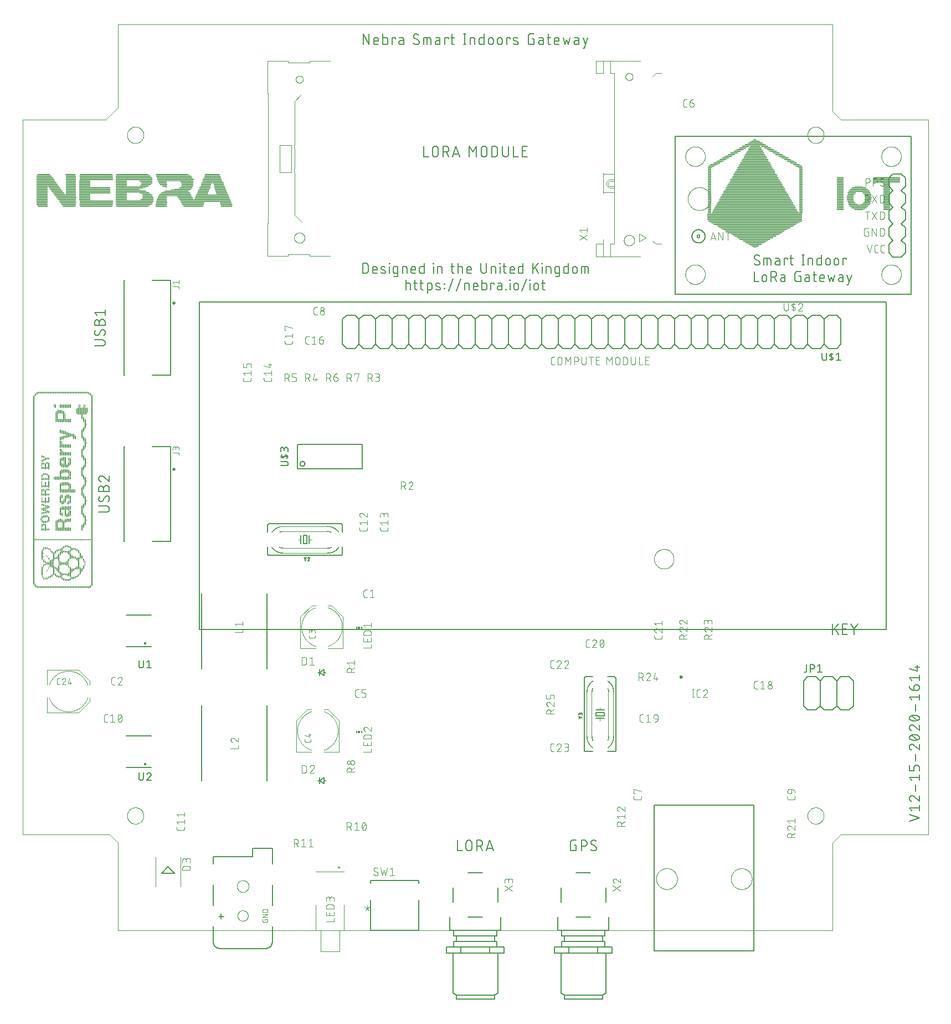
<source format=gto>
G04 EAGLE Gerber RS-274X export*
G75*
%MOMM*%
%FSLAX34Y34*%
%LPD*%
%INTop silk*%
%IPPOS*%
%AMOC8*
5,1,8,0,0,1.08239X$1,22.5*%
G01*
%ADD10C,0.000000*%
%ADD11C,0.152400*%
%ADD12R,1.524000X0.084838*%
%ADD13R,1.778000X0.084838*%
%ADD14R,4.826000X0.084838*%
%ADD15R,4.318000X0.084838*%
%ADD16R,1.694181X0.084838*%
%ADD17R,2.877819X0.084838*%
%ADD18R,1.437638X0.084838*%
%ADD19R,1.524000X0.084581*%
%ADD20R,1.864363X0.084581*%
%ADD21R,4.826000X0.084581*%
%ADD22R,1.694181X0.084581*%
%ADD23R,3.048000X0.084581*%
%ADD24R,1.610363X0.084581*%
%ADD25R,1.607819X0.084581*%
%ADD26R,1.948181X0.084581*%
%ADD27R,4.996181X0.084581*%
%ADD28R,1.607819X0.084838*%
%ADD29R,2.032000X0.084838*%
%ADD30R,4.996181X0.084838*%
%ADD31R,5.250181X0.084838*%
%ADD32R,3.218181X0.084838*%
%ADD33R,2.202181X0.084581*%
%ADD34R,5.080000X0.084581*%
%ADD35R,5.334000X0.084581*%
%ADD36R,3.302000X0.084581*%
%ADD37R,1.861819X0.084581*%
%ADD38R,5.163819X0.084581*%
%ADD39R,5.504181X0.084581*%
%ADD40R,1.778000X0.084581*%
%ADD41R,2.286000X0.084838*%
%ADD42R,5.163819X0.084838*%
%ADD43R,5.588000X0.084838*%
%ADD44R,3.469638X0.084838*%
%ADD45R,2.369819X0.084581*%
%ADD46R,5.588000X0.084581*%
%ADD47R,3.556000X0.084581*%
%ADD48R,2.456181X0.084581*%
%ADD49R,5.671819X0.084581*%
%ADD50R,2.456181X0.084838*%
%ADD51R,5.671819X0.084838*%
%ADD52R,1.610363X0.084838*%
%ADD53R,3.726181X0.084838*%
%ADD54R,2.540000X0.084581*%
%ADD55R,5.758181X0.084581*%
%ADD56R,7.703819X0.084581*%
%ADD57R,2.623819X0.084581*%
%ADD58R,7.787638X0.084581*%
%ADD59R,2.710181X0.084838*%
%ADD60R,5.758181X0.084838*%
%ADD61R,7.790181X0.084838*%
%ADD62R,2.710181X0.084581*%
%ADD63R,2.032000X0.084581*%
%ADD64R,7.790181X0.084581*%
%ADD65R,2.794000X0.084581*%
%ADD66R,5.420363X0.084581*%
%ADD67R,1.440181X0.084838*%
%ADD68R,5.420363X0.084838*%
%ADD69R,2.964181X0.084581*%
%ADD70R,1.440181X0.084581*%
%ADD71R,2.199638X0.084581*%
%ADD72R,1.356363X0.084581*%
%ADD73R,2.286000X0.084581*%
%ADD74R,5.247638X0.084581*%
%ADD75R,3.048000X0.084838*%
%ADD76R,1.356363X0.084838*%
%ADD77R,2.202181X0.084838*%
%ADD78R,3.131819X0.084581*%
%ADD79R,3.218181X0.084581*%
%ADD80R,4.909819X0.084838*%
%ADD81R,4.912363X0.084838*%
%ADD82R,4.909819X0.084581*%
%ADD83R,4.912363X0.084581*%
%ADD84R,1.691638X0.084581*%
%ADD85R,1.437638X0.084581*%
%ADD86R,4.742181X0.084581*%
%ADD87R,4.655819X0.084838*%
%ADD88R,4.572000X0.084838*%
%ADD89R,1.691638X0.084838*%
%ADD90R,4.488181X0.084581*%
%ADD91R,4.231638X0.084581*%
%ADD92R,4.742181X0.084838*%
%ADD93R,4.064000X0.084838*%
%ADD94R,3.893819X0.084581*%
%ADD95R,4.147819X0.084838*%
%ADD96R,3.302000X0.084838*%
%ADD97R,3.810000X0.084581*%
%ADD98R,2.118362X0.084838*%
%ADD99R,4.147819X0.084581*%
%ADD100R,0.170181X0.084581*%
%ADD101R,0.424181X0.084838*%
%ADD102R,1.861819X0.084838*%
%ADD103R,0.594363X0.084581*%
%ADD104R,3.388362X0.084581*%
%ADD105R,1.353819X0.084581*%
%ADD106R,0.762000X0.084581*%
%ADD107R,1.353819X0.084838*%
%ADD108R,0.932181X0.084838*%
%ADD109R,1.016000X0.084581*%
%ADD110R,1.102363X0.084581*%
%ADD111R,3.134362X0.084838*%
%ADD112R,1.186181X0.084838*%
%ADD113R,1.186181X0.084581*%
%ADD114R,1.270000X0.084581*%
%ADD115R,2.964181X0.084838*%
%ADD116R,1.948181X0.084838*%
%ADD117R,3.215638X0.084838*%
%ADD118R,2.880362X0.084581*%
%ADD119R,2.794000X0.084838*%
%ADD120R,5.504181X0.084838*%
%ADD121R,2.626362X0.084581*%
%ADD122R,2.540000X0.084838*%
%ADD123R,5.501638X0.084838*%
%ADD124R,5.501638X0.084581*%
%ADD125R,2.707638X0.084581*%
%ADD126R,5.417819X0.084581*%
%ADD127R,2.372362X0.084838*%
%ADD128R,5.417819X0.084838*%
%ADD129R,5.250181X0.084581*%
%ADD130R,2.372362X0.084581*%
%ADD131R,2.115819X0.084838*%
%ADD132R,5.166362X0.084838*%
%ADD133R,4.401819X0.084838*%
%ADD134R,0.424181X0.084581*%
%ADD135R,0.675638X0.084838*%
%ADD136R,2.115819X0.084581*%
%ADD137R,3.639819X0.084581*%
%ADD138R,3.896363X0.084581*%
%ADD139R,4.231638X0.084838*%
%ADD140R,5.080000X0.084838*%
%ADD141R,6.012181X0.084838*%
%ADD142R,6.263638X0.084581*%
%ADD143R,6.520181X0.084581*%
%ADD144R,6.858000X0.084838*%
%ADD145R,7.112000X0.084581*%
%ADD146R,7.452363X0.084581*%
%ADD147R,7.703819X0.084838*%
%ADD148R,8.044181X0.084581*%
%ADD149R,8.295637X0.084581*%
%ADD150R,8.636000X0.084838*%
%ADD151R,8.890000X0.084581*%
%ADD152R,9.227819X0.084581*%
%ADD153R,9.484362X0.084838*%
%ADD154R,9.735819X0.084581*%
%ADD155R,10.076181X0.084581*%
%ADD156R,10.327637X0.084838*%
%ADD157R,10.668000X0.084581*%
%ADD158R,10.922000X0.084581*%
%ADD159R,11.259819X0.084838*%
%ADD160R,11.516363X0.084581*%
%ADD161R,11.851638X0.084581*%
%ADD162R,12.108181X0.084838*%
%ADD163R,12.446000X0.084581*%
%ADD164R,12.783819X0.084581*%
%ADD165R,13.040363X0.084838*%
%ADD166R,13.291819X0.084581*%
%ADD167R,13.632181X0.084581*%
%ADD168R,13.883638X0.084838*%
%ADD169R,14.140181X0.084581*%
%ADD170R,14.391637X0.084581*%
%ADD171R,14.391637X0.084838*%
%ADD172R,14.478000X0.084581*%
%ADD173R,14.478000X0.084838*%
%ADD174R,0.508000X0.084581*%
%ADD175R,13.883638X0.084581*%
%ADD176R,13.208000X0.084581*%
%ADD177R,0.508000X0.084838*%
%ADD178R,13.124181X0.084838*%
%ADD179R,13.040363X0.084581*%
%ADD180R,12.954000X0.084581*%
%ADD181R,12.867638X0.084838*%
%ADD182R,0.932181X0.084581*%
%ADD183R,12.700000X0.084581*%
%ADD184R,12.532363X0.084838*%
%ADD185R,1.016000X0.084838*%
%ADD186R,12.359637X0.084581*%
%ADD187R,2.453638X0.084581*%
%ADD188R,12.275819X0.084838*%
%ADD189R,2.626362X0.084838*%
%ADD190R,12.192000X0.084581*%
%ADD191R,12.108181X0.084581*%
%ADD192R,2.961638X0.084581*%
%ADD193R,11.938000X0.084838*%
%ADD194R,3.134362X0.084581*%
%ADD195R,11.767819X0.084581*%
%ADD196R,11.684000X0.084838*%
%ADD197R,11.600181X0.084581*%
%ADD198R,1.183638X0.084581*%
%ADD199R,1.099819X0.084581*%
%ADD200R,11.430000X0.084838*%
%ADD201R,1.102363X0.084838*%
%ADD202R,11.259819X0.084581*%
%ADD203R,11.176000X0.084581*%
%ADD204R,11.092181X0.084838*%
%ADD205R,11.008363X0.084581*%
%ADD206R,10.835638X0.084838*%
%ADD207R,10.584181X0.084581*%
%ADD208R,10.500363X0.084838*%
%ADD209R,10.414000X0.084581*%
%ADD210R,10.327637X0.084581*%
%ADD211R,10.243819X0.084838*%
%ADD212R,10.160000X0.084581*%
%ADD213R,9.906000X0.084838*%
%ADD214R,1.099819X0.084838*%
%ADD215R,9.819638X0.084581*%
%ADD216R,9.652000X0.084838*%
%ADD217R,9.568181X0.084581*%
%ADD218R,9.398000X0.084581*%
%ADD219R,9.311637X0.084838*%
%ADD220R,2.961638X0.084838*%
%ADD221R,9.144000X0.084581*%
%ADD222R,9.060181X0.084838*%
%ADD223R,2.453638X0.084838*%
%ADD224R,8.976363X0.084581*%
%ADD225R,8.719819X0.084838*%
%ADD226R,8.636000X0.084581*%
%ADD227R,8.552181X0.084581*%
%ADD228R,8.468362X0.084838*%
%ADD229R,8.382000X0.084581*%
%ADD230R,8.211819X0.084838*%
%ADD231R,7.960363X0.084581*%
%ADD232R,7.874000X0.084838*%
%ADD233R,7.620000X0.084838*%
%ADD234R,7.536181X0.084581*%
%ADD235R,7.366000X0.084581*%
%ADD236R,7.279638X0.084838*%
%ADD237R,7.195819X0.084581*%
%ADD238R,7.028181X0.084838*%
%ADD239R,6.858000X0.084581*%
%ADD240R,6.771638X0.084581*%
%ADD241R,6.687819X0.084838*%
%ADD242R,6.604000X0.084581*%
%ADD243R,6.436363X0.084838*%
%ADD244R,6.350000X0.084581*%
%ADD245R,6.179819X0.084581*%
%ADD246R,6.096000X0.084838*%
%ADD247R,6.012181X0.084581*%
%ADD248R,5.928363X0.084581*%
%ADD249R,5.842000X0.084838*%
%ADD250R,5.755638X0.084581*%
%ADD251R,0.678181X0.084581*%
%ADD252R,0.675638X0.084581*%
%ADD253R,0.848363X0.084838*%
%ADD254R,5.247638X0.084838*%
%ADD255R,0.762000X0.084838*%
%ADD256R,0.929638X0.084581*%
%ADD257R,4.739638X0.084581*%
%ADD258R,4.572000X0.084581*%
%ADD259R,3.980181X0.084581*%
%ADD260R,3.810000X0.084838*%
%ADD261R,3.472181X0.084838*%
%ADD262R,2.880362X0.084838*%
%ADD263R,2.623819X0.084838*%
%ADD264R,3.215638X0.084581*%
%ADD265R,0.591819X0.084581*%
%ADD266R,0.254000X0.084581*%
%ADD267C,0.127000*%
%ADD268R,0.084838X28.785819*%
%ADD269R,0.084581X29.126181*%
%ADD270R,0.084581X29.293819*%
%ADD271R,0.084838X0.424181*%
%ADD272R,0.084838X0.170181*%
%ADD273R,0.084838X0.421637*%
%ADD274R,0.084581X0.337819*%
%ADD275R,0.084581X0.170181*%
%ADD276R,0.084581X0.340363*%
%ADD277R,0.084838X0.254000*%
%ADD278R,0.084581X0.254000*%
%ADD279R,0.084581X0.762000*%
%ADD280R,0.084581X0.167637*%
%ADD281R,0.084581X1.016000*%
%ADD282R,0.084838X1.016000*%
%ADD283R,0.084838X0.932181*%
%ADD284R,0.084838X0.929638*%
%ADD285R,0.084581X1.353819*%
%ADD286R,0.084581X1.270000*%
%ADD287R,0.084581X1.524000*%
%ADD288R,0.084581X1.610363*%
%ADD289R,0.084838X1.186181*%
%ADD290R,0.084838X1.778000*%
%ADD291R,0.084838X1.607819*%
%ADD292R,0.084581X0.508000*%
%ADD293R,0.084581X0.678181*%
%ADD294R,0.084581X0.675638*%
%ADD295R,0.084581X0.424181*%
%ADD296R,0.084838X0.337819*%
%ADD297R,0.084838X1.694181*%
%ADD298R,0.084838X1.948181*%
%ADD299R,0.084581X0.932181*%
%ADD300R,0.084581X1.440181*%
%ADD301R,0.084581X1.778000*%
%ADD302R,0.084581X0.591819*%
%ADD303R,0.084581X1.186181*%
%ADD304R,0.084581X1.694181*%
%ADD305R,0.084838X0.675638*%
%ADD306R,0.084838X0.594363*%
%ADD307R,0.084838X0.591819*%
%ADD308R,0.084838X0.848363*%
%ADD309R,0.084838X0.845819*%
%ADD310R,0.084838X1.524000*%
%ADD311R,0.084581X0.848363*%
%ADD312R,0.084581X1.183638*%
%ADD313R,0.084581X1.099819*%
%ADD314R,0.084581X0.421637*%
%ADD315R,0.084838X0.762000*%
%ADD316R,0.084838X0.678181*%
%ADD317R,0.084838X0.508000*%
%ADD318R,0.084838X0.340363*%
%ADD319R,0.084581X0.845819*%
%ADD320R,0.084581X0.929638*%
%ADD321R,0.084581X1.437638*%
%ADD322R,0.084838X1.440181*%
%ADD323R,0.084838X1.270000*%
%ADD324R,0.084838X1.437638*%
%ADD325R,0.084838X1.353819*%
%ADD326R,0.084581X0.594363*%
%ADD327R,0.084581X1.102363*%
%ADD328R,0.084581X1.607819*%
%ADD329R,0.084838X1.099819*%
%ADD330R,0.084581X2.877819*%
%ADD331R,0.084838X1.610363*%
%ADD332R,0.084581X3.385819*%
%ADD333R,0.084838X0.167637*%
%ADD334R,0.084838X0.086363*%
%ADD335R,0.084838X0.083819*%
%ADD336R,0.084581X1.691638*%
%ADD337R,0.084838X29.293819*%
%ADD338R,0.084581X28.702000*%
%ADD339C,0.101600*%
%ADD340C,0.177800*%
%ADD341C,0.449000*%
%ADD342C,0.076200*%
%ADD343C,0.200000*%
%ADD344R,0.150000X0.300000*%
%ADD345R,0.300000X0.300000*%
%ADD346C,0.203200*%
%ADD347C,0.005078*%
%ADD348C,0.050800*%
%ADD349C,0.250000*%
%ADD350C,0.150000*%
%ADD351C,0.500000*%
%ADD352C,0.100000*%
%ADD353C,0.100000*%
%ADD354C,0.200000*%


D10*
X158750Y0D02*
X1250950Y0D01*
X172500Y175000D02*
X172504Y175307D01*
X172515Y175613D01*
X172534Y175920D01*
X172560Y176225D01*
X172594Y176530D01*
X172635Y176834D01*
X172684Y177137D01*
X172740Y177439D01*
X172804Y177739D01*
X172875Y178037D01*
X172953Y178334D01*
X173038Y178629D01*
X173131Y178921D01*
X173231Y179211D01*
X173338Y179499D01*
X173452Y179784D01*
X173572Y180066D01*
X173700Y180344D01*
X173835Y180620D01*
X173976Y180892D01*
X174124Y181161D01*
X174278Y181426D01*
X174439Y181687D01*
X174607Y181945D01*
X174780Y182198D01*
X174960Y182446D01*
X175146Y182690D01*
X175337Y182930D01*
X175535Y183165D01*
X175738Y183394D01*
X175947Y183619D01*
X176161Y183839D01*
X176381Y184053D01*
X176606Y184262D01*
X176835Y184465D01*
X177070Y184663D01*
X177310Y184854D01*
X177554Y185040D01*
X177802Y185220D01*
X178055Y185393D01*
X178313Y185561D01*
X178574Y185722D01*
X178839Y185876D01*
X179108Y186024D01*
X179380Y186165D01*
X179656Y186300D01*
X179934Y186428D01*
X180216Y186548D01*
X180501Y186662D01*
X180789Y186769D01*
X181079Y186869D01*
X181371Y186962D01*
X181666Y187047D01*
X181963Y187125D01*
X182261Y187196D01*
X182561Y187260D01*
X182863Y187316D01*
X183166Y187365D01*
X183470Y187406D01*
X183775Y187440D01*
X184080Y187466D01*
X184387Y187485D01*
X184693Y187496D01*
X185000Y187500D01*
X185307Y187496D01*
X185613Y187485D01*
X185920Y187466D01*
X186225Y187440D01*
X186530Y187406D01*
X186834Y187365D01*
X187137Y187316D01*
X187439Y187260D01*
X187739Y187196D01*
X188037Y187125D01*
X188334Y187047D01*
X188629Y186962D01*
X188921Y186869D01*
X189211Y186769D01*
X189499Y186662D01*
X189784Y186548D01*
X190066Y186428D01*
X190344Y186300D01*
X190620Y186165D01*
X190892Y186024D01*
X191161Y185876D01*
X191426Y185722D01*
X191687Y185561D01*
X191945Y185393D01*
X192198Y185220D01*
X192446Y185040D01*
X192690Y184854D01*
X192930Y184663D01*
X193165Y184465D01*
X193394Y184262D01*
X193619Y184053D01*
X193839Y183839D01*
X194053Y183619D01*
X194262Y183394D01*
X194465Y183165D01*
X194663Y182930D01*
X194854Y182690D01*
X195040Y182446D01*
X195220Y182198D01*
X195393Y181945D01*
X195561Y181687D01*
X195722Y181426D01*
X195876Y181161D01*
X196024Y180892D01*
X196165Y180620D01*
X196300Y180344D01*
X196428Y180066D01*
X196548Y179784D01*
X196662Y179499D01*
X196769Y179211D01*
X196869Y178921D01*
X196962Y178629D01*
X197047Y178334D01*
X197125Y178037D01*
X197196Y177739D01*
X197260Y177439D01*
X197316Y177137D01*
X197365Y176834D01*
X197406Y176530D01*
X197440Y176225D01*
X197466Y175920D01*
X197485Y175613D01*
X197496Y175307D01*
X197500Y175000D01*
X197496Y174693D01*
X197485Y174387D01*
X197466Y174080D01*
X197440Y173775D01*
X197406Y173470D01*
X197365Y173166D01*
X197316Y172863D01*
X197260Y172561D01*
X197196Y172261D01*
X197125Y171963D01*
X197047Y171666D01*
X196962Y171371D01*
X196869Y171079D01*
X196769Y170789D01*
X196662Y170501D01*
X196548Y170216D01*
X196428Y169934D01*
X196300Y169656D01*
X196165Y169380D01*
X196024Y169108D01*
X195876Y168839D01*
X195722Y168574D01*
X195561Y168313D01*
X195393Y168055D01*
X195220Y167802D01*
X195040Y167554D01*
X194854Y167310D01*
X194663Y167070D01*
X194465Y166835D01*
X194262Y166606D01*
X194053Y166381D01*
X193839Y166161D01*
X193619Y165947D01*
X193394Y165738D01*
X193165Y165535D01*
X192930Y165337D01*
X192690Y165146D01*
X192446Y164960D01*
X192198Y164780D01*
X191945Y164607D01*
X191687Y164439D01*
X191426Y164278D01*
X191161Y164124D01*
X190892Y163976D01*
X190620Y163835D01*
X190344Y163700D01*
X190066Y163572D01*
X189784Y163452D01*
X189499Y163338D01*
X189211Y163231D01*
X188921Y163131D01*
X188629Y163038D01*
X188334Y162953D01*
X188037Y162875D01*
X187739Y162804D01*
X187439Y162740D01*
X187137Y162684D01*
X186834Y162635D01*
X186530Y162594D01*
X186225Y162560D01*
X185920Y162534D01*
X185613Y162515D01*
X185307Y162504D01*
X185000Y162500D01*
X184693Y162504D01*
X184387Y162515D01*
X184080Y162534D01*
X183775Y162560D01*
X183470Y162594D01*
X183166Y162635D01*
X182863Y162684D01*
X182561Y162740D01*
X182261Y162804D01*
X181963Y162875D01*
X181666Y162953D01*
X181371Y163038D01*
X181079Y163131D01*
X180789Y163231D01*
X180501Y163338D01*
X180216Y163452D01*
X179934Y163572D01*
X179656Y163700D01*
X179380Y163835D01*
X179108Y163976D01*
X178839Y164124D01*
X178574Y164278D01*
X178313Y164439D01*
X178055Y164607D01*
X177802Y164780D01*
X177554Y164960D01*
X177310Y165146D01*
X177070Y165337D01*
X176835Y165535D01*
X176606Y165738D01*
X176381Y165947D01*
X176161Y166161D01*
X175947Y166381D01*
X175738Y166606D01*
X175535Y166835D01*
X175337Y167070D01*
X175146Y167310D01*
X174960Y167554D01*
X174780Y167802D01*
X174607Y168055D01*
X174439Y168313D01*
X174278Y168574D01*
X174124Y168839D01*
X173976Y169108D01*
X173835Y169380D01*
X173700Y169656D01*
X173572Y169934D01*
X173452Y170216D01*
X173338Y170501D01*
X173231Y170789D01*
X173131Y171079D01*
X173038Y171371D01*
X172953Y171666D01*
X172875Y171963D01*
X172804Y172261D01*
X172740Y172561D01*
X172684Y172863D01*
X172635Y173166D01*
X172594Y173470D01*
X172560Y173775D01*
X172534Y174080D01*
X172515Y174387D01*
X172504Y174693D01*
X172500Y175000D01*
X172500Y1215000D02*
X172504Y1215307D01*
X172515Y1215613D01*
X172534Y1215920D01*
X172560Y1216225D01*
X172594Y1216530D01*
X172635Y1216834D01*
X172684Y1217137D01*
X172740Y1217439D01*
X172804Y1217739D01*
X172875Y1218037D01*
X172953Y1218334D01*
X173038Y1218629D01*
X173131Y1218921D01*
X173231Y1219211D01*
X173338Y1219499D01*
X173452Y1219784D01*
X173572Y1220066D01*
X173700Y1220344D01*
X173835Y1220620D01*
X173976Y1220892D01*
X174124Y1221161D01*
X174278Y1221426D01*
X174439Y1221687D01*
X174607Y1221945D01*
X174780Y1222198D01*
X174960Y1222446D01*
X175146Y1222690D01*
X175337Y1222930D01*
X175535Y1223165D01*
X175738Y1223394D01*
X175947Y1223619D01*
X176161Y1223839D01*
X176381Y1224053D01*
X176606Y1224262D01*
X176835Y1224465D01*
X177070Y1224663D01*
X177310Y1224854D01*
X177554Y1225040D01*
X177802Y1225220D01*
X178055Y1225393D01*
X178313Y1225561D01*
X178574Y1225722D01*
X178839Y1225876D01*
X179108Y1226024D01*
X179380Y1226165D01*
X179656Y1226300D01*
X179934Y1226428D01*
X180216Y1226548D01*
X180501Y1226662D01*
X180789Y1226769D01*
X181079Y1226869D01*
X181371Y1226962D01*
X181666Y1227047D01*
X181963Y1227125D01*
X182261Y1227196D01*
X182561Y1227260D01*
X182863Y1227316D01*
X183166Y1227365D01*
X183470Y1227406D01*
X183775Y1227440D01*
X184080Y1227466D01*
X184387Y1227485D01*
X184693Y1227496D01*
X185000Y1227500D01*
X185307Y1227496D01*
X185613Y1227485D01*
X185920Y1227466D01*
X186225Y1227440D01*
X186530Y1227406D01*
X186834Y1227365D01*
X187137Y1227316D01*
X187439Y1227260D01*
X187739Y1227196D01*
X188037Y1227125D01*
X188334Y1227047D01*
X188629Y1226962D01*
X188921Y1226869D01*
X189211Y1226769D01*
X189499Y1226662D01*
X189784Y1226548D01*
X190066Y1226428D01*
X190344Y1226300D01*
X190620Y1226165D01*
X190892Y1226024D01*
X191161Y1225876D01*
X191426Y1225722D01*
X191687Y1225561D01*
X191945Y1225393D01*
X192198Y1225220D01*
X192446Y1225040D01*
X192690Y1224854D01*
X192930Y1224663D01*
X193165Y1224465D01*
X193394Y1224262D01*
X193619Y1224053D01*
X193839Y1223839D01*
X194053Y1223619D01*
X194262Y1223394D01*
X194465Y1223165D01*
X194663Y1222930D01*
X194854Y1222690D01*
X195040Y1222446D01*
X195220Y1222198D01*
X195393Y1221945D01*
X195561Y1221687D01*
X195722Y1221426D01*
X195876Y1221161D01*
X196024Y1220892D01*
X196165Y1220620D01*
X196300Y1220344D01*
X196428Y1220066D01*
X196548Y1219784D01*
X196662Y1219499D01*
X196769Y1219211D01*
X196869Y1218921D01*
X196962Y1218629D01*
X197047Y1218334D01*
X197125Y1218037D01*
X197196Y1217739D01*
X197260Y1217439D01*
X197316Y1217137D01*
X197365Y1216834D01*
X197406Y1216530D01*
X197440Y1216225D01*
X197466Y1215920D01*
X197485Y1215613D01*
X197496Y1215307D01*
X197500Y1215000D01*
X197496Y1214693D01*
X197485Y1214387D01*
X197466Y1214080D01*
X197440Y1213775D01*
X197406Y1213470D01*
X197365Y1213166D01*
X197316Y1212863D01*
X197260Y1212561D01*
X197196Y1212261D01*
X197125Y1211963D01*
X197047Y1211666D01*
X196962Y1211371D01*
X196869Y1211079D01*
X196769Y1210789D01*
X196662Y1210501D01*
X196548Y1210216D01*
X196428Y1209934D01*
X196300Y1209656D01*
X196165Y1209380D01*
X196024Y1209108D01*
X195876Y1208839D01*
X195722Y1208574D01*
X195561Y1208313D01*
X195393Y1208055D01*
X195220Y1207802D01*
X195040Y1207554D01*
X194854Y1207310D01*
X194663Y1207070D01*
X194465Y1206835D01*
X194262Y1206606D01*
X194053Y1206381D01*
X193839Y1206161D01*
X193619Y1205947D01*
X193394Y1205738D01*
X193165Y1205535D01*
X192930Y1205337D01*
X192690Y1205146D01*
X192446Y1204960D01*
X192198Y1204780D01*
X191945Y1204607D01*
X191687Y1204439D01*
X191426Y1204278D01*
X191161Y1204124D01*
X190892Y1203976D01*
X190620Y1203835D01*
X190344Y1203700D01*
X190066Y1203572D01*
X189784Y1203452D01*
X189499Y1203338D01*
X189211Y1203231D01*
X188921Y1203131D01*
X188629Y1203038D01*
X188334Y1202953D01*
X188037Y1202875D01*
X187739Y1202804D01*
X187439Y1202740D01*
X187137Y1202684D01*
X186834Y1202635D01*
X186530Y1202594D01*
X186225Y1202560D01*
X185920Y1202534D01*
X185613Y1202515D01*
X185307Y1202504D01*
X185000Y1202500D01*
X184693Y1202504D01*
X184387Y1202515D01*
X184080Y1202534D01*
X183775Y1202560D01*
X183470Y1202594D01*
X183166Y1202635D01*
X182863Y1202684D01*
X182561Y1202740D01*
X182261Y1202804D01*
X181963Y1202875D01*
X181666Y1202953D01*
X181371Y1203038D01*
X181079Y1203131D01*
X180789Y1203231D01*
X180501Y1203338D01*
X180216Y1203452D01*
X179934Y1203572D01*
X179656Y1203700D01*
X179380Y1203835D01*
X179108Y1203976D01*
X178839Y1204124D01*
X178574Y1204278D01*
X178313Y1204439D01*
X178055Y1204607D01*
X177802Y1204780D01*
X177554Y1204960D01*
X177310Y1205146D01*
X177070Y1205337D01*
X176835Y1205535D01*
X176606Y1205738D01*
X176381Y1205947D01*
X176161Y1206161D01*
X175947Y1206381D01*
X175738Y1206606D01*
X175535Y1206835D01*
X175337Y1207070D01*
X175146Y1207310D01*
X174960Y1207554D01*
X174780Y1207802D01*
X174607Y1208055D01*
X174439Y1208313D01*
X174278Y1208574D01*
X174124Y1208839D01*
X173976Y1209108D01*
X173835Y1209380D01*
X173700Y1209656D01*
X173572Y1209934D01*
X173452Y1210216D01*
X173338Y1210501D01*
X173231Y1210789D01*
X173131Y1211079D01*
X173038Y1211371D01*
X172953Y1211666D01*
X172875Y1211963D01*
X172804Y1212261D01*
X172740Y1212561D01*
X172684Y1212863D01*
X172635Y1213166D01*
X172594Y1213470D01*
X172560Y1213775D01*
X172534Y1214080D01*
X172515Y1214387D01*
X172504Y1214693D01*
X172500Y1215000D01*
X1212500Y1215000D02*
X1212504Y1215307D01*
X1212515Y1215613D01*
X1212534Y1215920D01*
X1212560Y1216225D01*
X1212594Y1216530D01*
X1212635Y1216834D01*
X1212684Y1217137D01*
X1212740Y1217439D01*
X1212804Y1217739D01*
X1212875Y1218037D01*
X1212953Y1218334D01*
X1213038Y1218629D01*
X1213131Y1218921D01*
X1213231Y1219211D01*
X1213338Y1219499D01*
X1213452Y1219784D01*
X1213572Y1220066D01*
X1213700Y1220344D01*
X1213835Y1220620D01*
X1213976Y1220892D01*
X1214124Y1221161D01*
X1214278Y1221426D01*
X1214439Y1221687D01*
X1214607Y1221945D01*
X1214780Y1222198D01*
X1214960Y1222446D01*
X1215146Y1222690D01*
X1215337Y1222930D01*
X1215535Y1223165D01*
X1215738Y1223394D01*
X1215947Y1223619D01*
X1216161Y1223839D01*
X1216381Y1224053D01*
X1216606Y1224262D01*
X1216835Y1224465D01*
X1217070Y1224663D01*
X1217310Y1224854D01*
X1217554Y1225040D01*
X1217802Y1225220D01*
X1218055Y1225393D01*
X1218313Y1225561D01*
X1218574Y1225722D01*
X1218839Y1225876D01*
X1219108Y1226024D01*
X1219380Y1226165D01*
X1219656Y1226300D01*
X1219934Y1226428D01*
X1220216Y1226548D01*
X1220501Y1226662D01*
X1220789Y1226769D01*
X1221079Y1226869D01*
X1221371Y1226962D01*
X1221666Y1227047D01*
X1221963Y1227125D01*
X1222261Y1227196D01*
X1222561Y1227260D01*
X1222863Y1227316D01*
X1223166Y1227365D01*
X1223470Y1227406D01*
X1223775Y1227440D01*
X1224080Y1227466D01*
X1224387Y1227485D01*
X1224693Y1227496D01*
X1225000Y1227500D01*
X1225307Y1227496D01*
X1225613Y1227485D01*
X1225920Y1227466D01*
X1226225Y1227440D01*
X1226530Y1227406D01*
X1226834Y1227365D01*
X1227137Y1227316D01*
X1227439Y1227260D01*
X1227739Y1227196D01*
X1228037Y1227125D01*
X1228334Y1227047D01*
X1228629Y1226962D01*
X1228921Y1226869D01*
X1229211Y1226769D01*
X1229499Y1226662D01*
X1229784Y1226548D01*
X1230066Y1226428D01*
X1230344Y1226300D01*
X1230620Y1226165D01*
X1230892Y1226024D01*
X1231161Y1225876D01*
X1231426Y1225722D01*
X1231687Y1225561D01*
X1231945Y1225393D01*
X1232198Y1225220D01*
X1232446Y1225040D01*
X1232690Y1224854D01*
X1232930Y1224663D01*
X1233165Y1224465D01*
X1233394Y1224262D01*
X1233619Y1224053D01*
X1233839Y1223839D01*
X1234053Y1223619D01*
X1234262Y1223394D01*
X1234465Y1223165D01*
X1234663Y1222930D01*
X1234854Y1222690D01*
X1235040Y1222446D01*
X1235220Y1222198D01*
X1235393Y1221945D01*
X1235561Y1221687D01*
X1235722Y1221426D01*
X1235876Y1221161D01*
X1236024Y1220892D01*
X1236165Y1220620D01*
X1236300Y1220344D01*
X1236428Y1220066D01*
X1236548Y1219784D01*
X1236662Y1219499D01*
X1236769Y1219211D01*
X1236869Y1218921D01*
X1236962Y1218629D01*
X1237047Y1218334D01*
X1237125Y1218037D01*
X1237196Y1217739D01*
X1237260Y1217439D01*
X1237316Y1217137D01*
X1237365Y1216834D01*
X1237406Y1216530D01*
X1237440Y1216225D01*
X1237466Y1215920D01*
X1237485Y1215613D01*
X1237496Y1215307D01*
X1237500Y1215000D01*
X1237496Y1214693D01*
X1237485Y1214387D01*
X1237466Y1214080D01*
X1237440Y1213775D01*
X1237406Y1213470D01*
X1237365Y1213166D01*
X1237316Y1212863D01*
X1237260Y1212561D01*
X1237196Y1212261D01*
X1237125Y1211963D01*
X1237047Y1211666D01*
X1236962Y1211371D01*
X1236869Y1211079D01*
X1236769Y1210789D01*
X1236662Y1210501D01*
X1236548Y1210216D01*
X1236428Y1209934D01*
X1236300Y1209656D01*
X1236165Y1209380D01*
X1236024Y1209108D01*
X1235876Y1208839D01*
X1235722Y1208574D01*
X1235561Y1208313D01*
X1235393Y1208055D01*
X1235220Y1207802D01*
X1235040Y1207554D01*
X1234854Y1207310D01*
X1234663Y1207070D01*
X1234465Y1206835D01*
X1234262Y1206606D01*
X1234053Y1206381D01*
X1233839Y1206161D01*
X1233619Y1205947D01*
X1233394Y1205738D01*
X1233165Y1205535D01*
X1232930Y1205337D01*
X1232690Y1205146D01*
X1232446Y1204960D01*
X1232198Y1204780D01*
X1231945Y1204607D01*
X1231687Y1204439D01*
X1231426Y1204278D01*
X1231161Y1204124D01*
X1230892Y1203976D01*
X1230620Y1203835D01*
X1230344Y1203700D01*
X1230066Y1203572D01*
X1229784Y1203452D01*
X1229499Y1203338D01*
X1229211Y1203231D01*
X1228921Y1203131D01*
X1228629Y1203038D01*
X1228334Y1202953D01*
X1228037Y1202875D01*
X1227739Y1202804D01*
X1227439Y1202740D01*
X1227137Y1202684D01*
X1226834Y1202635D01*
X1226530Y1202594D01*
X1226225Y1202560D01*
X1225920Y1202534D01*
X1225613Y1202515D01*
X1225307Y1202504D01*
X1225000Y1202500D01*
X1224693Y1202504D01*
X1224387Y1202515D01*
X1224080Y1202534D01*
X1223775Y1202560D01*
X1223470Y1202594D01*
X1223166Y1202635D01*
X1222863Y1202684D01*
X1222561Y1202740D01*
X1222261Y1202804D01*
X1221963Y1202875D01*
X1221666Y1202953D01*
X1221371Y1203038D01*
X1221079Y1203131D01*
X1220789Y1203231D01*
X1220501Y1203338D01*
X1220216Y1203452D01*
X1219934Y1203572D01*
X1219656Y1203700D01*
X1219380Y1203835D01*
X1219108Y1203976D01*
X1218839Y1204124D01*
X1218574Y1204278D01*
X1218313Y1204439D01*
X1218055Y1204607D01*
X1217802Y1204780D01*
X1217554Y1204960D01*
X1217310Y1205146D01*
X1217070Y1205337D01*
X1216835Y1205535D01*
X1216606Y1205738D01*
X1216381Y1205947D01*
X1216161Y1206161D01*
X1215947Y1206381D01*
X1215738Y1206606D01*
X1215535Y1206835D01*
X1215337Y1207070D01*
X1215146Y1207310D01*
X1214960Y1207554D01*
X1214780Y1207802D01*
X1214607Y1208055D01*
X1214439Y1208313D01*
X1214278Y1208574D01*
X1214124Y1208839D01*
X1213976Y1209108D01*
X1213835Y1209380D01*
X1213700Y1209656D01*
X1213572Y1209934D01*
X1213452Y1210216D01*
X1213338Y1210501D01*
X1213231Y1210789D01*
X1213131Y1211079D01*
X1213038Y1211371D01*
X1212953Y1211666D01*
X1212875Y1211963D01*
X1212804Y1212261D01*
X1212740Y1212561D01*
X1212684Y1212863D01*
X1212635Y1213166D01*
X1212594Y1213470D01*
X1212560Y1213775D01*
X1212534Y1214080D01*
X1212515Y1214387D01*
X1212504Y1214693D01*
X1212500Y1215000D01*
X1212500Y175000D02*
X1212504Y175307D01*
X1212515Y175613D01*
X1212534Y175920D01*
X1212560Y176225D01*
X1212594Y176530D01*
X1212635Y176834D01*
X1212684Y177137D01*
X1212740Y177439D01*
X1212804Y177739D01*
X1212875Y178037D01*
X1212953Y178334D01*
X1213038Y178629D01*
X1213131Y178921D01*
X1213231Y179211D01*
X1213338Y179499D01*
X1213452Y179784D01*
X1213572Y180066D01*
X1213700Y180344D01*
X1213835Y180620D01*
X1213976Y180892D01*
X1214124Y181161D01*
X1214278Y181426D01*
X1214439Y181687D01*
X1214607Y181945D01*
X1214780Y182198D01*
X1214960Y182446D01*
X1215146Y182690D01*
X1215337Y182930D01*
X1215535Y183165D01*
X1215738Y183394D01*
X1215947Y183619D01*
X1216161Y183839D01*
X1216381Y184053D01*
X1216606Y184262D01*
X1216835Y184465D01*
X1217070Y184663D01*
X1217310Y184854D01*
X1217554Y185040D01*
X1217802Y185220D01*
X1218055Y185393D01*
X1218313Y185561D01*
X1218574Y185722D01*
X1218839Y185876D01*
X1219108Y186024D01*
X1219380Y186165D01*
X1219656Y186300D01*
X1219934Y186428D01*
X1220216Y186548D01*
X1220501Y186662D01*
X1220789Y186769D01*
X1221079Y186869D01*
X1221371Y186962D01*
X1221666Y187047D01*
X1221963Y187125D01*
X1222261Y187196D01*
X1222561Y187260D01*
X1222863Y187316D01*
X1223166Y187365D01*
X1223470Y187406D01*
X1223775Y187440D01*
X1224080Y187466D01*
X1224387Y187485D01*
X1224693Y187496D01*
X1225000Y187500D01*
X1225307Y187496D01*
X1225613Y187485D01*
X1225920Y187466D01*
X1226225Y187440D01*
X1226530Y187406D01*
X1226834Y187365D01*
X1227137Y187316D01*
X1227439Y187260D01*
X1227739Y187196D01*
X1228037Y187125D01*
X1228334Y187047D01*
X1228629Y186962D01*
X1228921Y186869D01*
X1229211Y186769D01*
X1229499Y186662D01*
X1229784Y186548D01*
X1230066Y186428D01*
X1230344Y186300D01*
X1230620Y186165D01*
X1230892Y186024D01*
X1231161Y185876D01*
X1231426Y185722D01*
X1231687Y185561D01*
X1231945Y185393D01*
X1232198Y185220D01*
X1232446Y185040D01*
X1232690Y184854D01*
X1232930Y184663D01*
X1233165Y184465D01*
X1233394Y184262D01*
X1233619Y184053D01*
X1233839Y183839D01*
X1234053Y183619D01*
X1234262Y183394D01*
X1234465Y183165D01*
X1234663Y182930D01*
X1234854Y182690D01*
X1235040Y182446D01*
X1235220Y182198D01*
X1235393Y181945D01*
X1235561Y181687D01*
X1235722Y181426D01*
X1235876Y181161D01*
X1236024Y180892D01*
X1236165Y180620D01*
X1236300Y180344D01*
X1236428Y180066D01*
X1236548Y179784D01*
X1236662Y179499D01*
X1236769Y179211D01*
X1236869Y178921D01*
X1236962Y178629D01*
X1237047Y178334D01*
X1237125Y178037D01*
X1237196Y177739D01*
X1237260Y177439D01*
X1237316Y177137D01*
X1237365Y176834D01*
X1237406Y176530D01*
X1237440Y176225D01*
X1237466Y175920D01*
X1237485Y175613D01*
X1237496Y175307D01*
X1237500Y175000D01*
X1237496Y174693D01*
X1237485Y174387D01*
X1237466Y174080D01*
X1237440Y173775D01*
X1237406Y173470D01*
X1237365Y173166D01*
X1237316Y172863D01*
X1237260Y172561D01*
X1237196Y172261D01*
X1237125Y171963D01*
X1237047Y171666D01*
X1236962Y171371D01*
X1236869Y171079D01*
X1236769Y170789D01*
X1236662Y170501D01*
X1236548Y170216D01*
X1236428Y169934D01*
X1236300Y169656D01*
X1236165Y169380D01*
X1236024Y169108D01*
X1235876Y168839D01*
X1235722Y168574D01*
X1235561Y168313D01*
X1235393Y168055D01*
X1235220Y167802D01*
X1235040Y167554D01*
X1234854Y167310D01*
X1234663Y167070D01*
X1234465Y166835D01*
X1234262Y166606D01*
X1234053Y166381D01*
X1233839Y166161D01*
X1233619Y165947D01*
X1233394Y165738D01*
X1233165Y165535D01*
X1232930Y165337D01*
X1232690Y165146D01*
X1232446Y164960D01*
X1232198Y164780D01*
X1231945Y164607D01*
X1231687Y164439D01*
X1231426Y164278D01*
X1231161Y164124D01*
X1230892Y163976D01*
X1230620Y163835D01*
X1230344Y163700D01*
X1230066Y163572D01*
X1229784Y163452D01*
X1229499Y163338D01*
X1229211Y163231D01*
X1228921Y163131D01*
X1228629Y163038D01*
X1228334Y162953D01*
X1228037Y162875D01*
X1227739Y162804D01*
X1227439Y162740D01*
X1227137Y162684D01*
X1226834Y162635D01*
X1226530Y162594D01*
X1226225Y162560D01*
X1225920Y162534D01*
X1225613Y162515D01*
X1225307Y162504D01*
X1225000Y162500D01*
X1224693Y162504D01*
X1224387Y162515D01*
X1224080Y162534D01*
X1223775Y162560D01*
X1223470Y162594D01*
X1223166Y162635D01*
X1222863Y162684D01*
X1222561Y162740D01*
X1222261Y162804D01*
X1221963Y162875D01*
X1221666Y162953D01*
X1221371Y163038D01*
X1221079Y163131D01*
X1220789Y163231D01*
X1220501Y163338D01*
X1220216Y163452D01*
X1219934Y163572D01*
X1219656Y163700D01*
X1219380Y163835D01*
X1219108Y163976D01*
X1218839Y164124D01*
X1218574Y164278D01*
X1218313Y164439D01*
X1218055Y164607D01*
X1217802Y164780D01*
X1217554Y164960D01*
X1217310Y165146D01*
X1217070Y165337D01*
X1216835Y165535D01*
X1216606Y165738D01*
X1216381Y165947D01*
X1216161Y166161D01*
X1215947Y166381D01*
X1215738Y166606D01*
X1215535Y166835D01*
X1215337Y167070D01*
X1215146Y167310D01*
X1214960Y167554D01*
X1214780Y167802D01*
X1214607Y168055D01*
X1214439Y168313D01*
X1214278Y168574D01*
X1214124Y168839D01*
X1213976Y169108D01*
X1213835Y169380D01*
X1213700Y169656D01*
X1213572Y169934D01*
X1213452Y170216D01*
X1213338Y170501D01*
X1213231Y170789D01*
X1213131Y171079D01*
X1213038Y171371D01*
X1212953Y171666D01*
X1212875Y171963D01*
X1212804Y172261D01*
X1212740Y172561D01*
X1212684Y172863D01*
X1212635Y173166D01*
X1212594Y173470D01*
X1212560Y173775D01*
X1212534Y174080D01*
X1212515Y174387D01*
X1212504Y174693D01*
X1212500Y175000D01*
D11*
X533272Y1353312D02*
X533272Y1369568D01*
X542303Y1353312D01*
X542303Y1369568D01*
X551994Y1353312D02*
X556510Y1353312D01*
X551994Y1353312D02*
X551893Y1353314D01*
X551792Y1353320D01*
X551691Y1353329D01*
X551590Y1353342D01*
X551490Y1353359D01*
X551391Y1353380D01*
X551293Y1353404D01*
X551196Y1353432D01*
X551099Y1353464D01*
X551004Y1353499D01*
X550911Y1353538D01*
X550819Y1353580D01*
X550728Y1353626D01*
X550640Y1353675D01*
X550553Y1353727D01*
X550468Y1353783D01*
X550385Y1353841D01*
X550305Y1353903D01*
X550227Y1353968D01*
X550151Y1354035D01*
X550078Y1354105D01*
X550008Y1354178D01*
X549941Y1354254D01*
X549876Y1354332D01*
X549814Y1354412D01*
X549756Y1354495D01*
X549700Y1354580D01*
X549648Y1354667D01*
X549599Y1354755D01*
X549553Y1354846D01*
X549511Y1354938D01*
X549472Y1355031D01*
X549437Y1355126D01*
X549405Y1355223D01*
X549377Y1355320D01*
X549353Y1355418D01*
X549332Y1355517D01*
X549315Y1355617D01*
X549302Y1355718D01*
X549293Y1355819D01*
X549287Y1355920D01*
X549285Y1356021D01*
X549285Y1360537D01*
X549287Y1360656D01*
X549293Y1360776D01*
X549303Y1360895D01*
X549317Y1361013D01*
X549334Y1361132D01*
X549356Y1361249D01*
X549381Y1361366D01*
X549411Y1361481D01*
X549444Y1361596D01*
X549481Y1361710D01*
X549521Y1361822D01*
X549566Y1361933D01*
X549614Y1362042D01*
X549665Y1362150D01*
X549720Y1362256D01*
X549779Y1362360D01*
X549841Y1362462D01*
X549906Y1362562D01*
X549975Y1362660D01*
X550047Y1362756D01*
X550122Y1362849D01*
X550199Y1362939D01*
X550280Y1363027D01*
X550364Y1363112D01*
X550451Y1363194D01*
X550540Y1363274D01*
X550632Y1363350D01*
X550726Y1363424D01*
X550823Y1363494D01*
X550921Y1363561D01*
X551022Y1363625D01*
X551126Y1363685D01*
X551231Y1363742D01*
X551338Y1363795D01*
X551446Y1363845D01*
X551556Y1363891D01*
X551668Y1363933D01*
X551781Y1363972D01*
X551895Y1364007D01*
X552010Y1364038D01*
X552127Y1364066D01*
X552244Y1364089D01*
X552361Y1364109D01*
X552480Y1364125D01*
X552599Y1364137D01*
X552718Y1364145D01*
X552837Y1364149D01*
X552957Y1364149D01*
X553076Y1364145D01*
X553195Y1364137D01*
X553314Y1364125D01*
X553433Y1364109D01*
X553550Y1364089D01*
X553667Y1364066D01*
X553784Y1364038D01*
X553899Y1364007D01*
X554013Y1363972D01*
X554126Y1363933D01*
X554238Y1363891D01*
X554348Y1363845D01*
X554456Y1363795D01*
X554563Y1363742D01*
X554668Y1363685D01*
X554772Y1363625D01*
X554873Y1363561D01*
X554971Y1363494D01*
X555068Y1363424D01*
X555162Y1363350D01*
X555254Y1363274D01*
X555343Y1363194D01*
X555430Y1363112D01*
X555514Y1363027D01*
X555595Y1362939D01*
X555672Y1362849D01*
X555747Y1362756D01*
X555819Y1362660D01*
X555888Y1362562D01*
X555953Y1362462D01*
X556015Y1362360D01*
X556074Y1362256D01*
X556129Y1362150D01*
X556180Y1362042D01*
X556228Y1361933D01*
X556273Y1361822D01*
X556313Y1361710D01*
X556350Y1361596D01*
X556383Y1361481D01*
X556413Y1361366D01*
X556438Y1361249D01*
X556460Y1361132D01*
X556477Y1361013D01*
X556491Y1360895D01*
X556501Y1360776D01*
X556507Y1360656D01*
X556509Y1360537D01*
X556510Y1360537D02*
X556510Y1358731D01*
X549285Y1358731D01*
X563426Y1353312D02*
X563426Y1369568D01*
X563426Y1353312D02*
X567942Y1353312D01*
X568046Y1353314D01*
X568149Y1353320D01*
X568253Y1353330D01*
X568356Y1353344D01*
X568458Y1353362D01*
X568559Y1353383D01*
X568660Y1353409D01*
X568759Y1353438D01*
X568858Y1353471D01*
X568955Y1353508D01*
X569050Y1353549D01*
X569144Y1353593D01*
X569236Y1353641D01*
X569326Y1353692D01*
X569415Y1353747D01*
X569501Y1353805D01*
X569584Y1353867D01*
X569666Y1353931D01*
X569744Y1353999D01*
X569820Y1354069D01*
X569894Y1354142D01*
X569964Y1354219D01*
X570032Y1354297D01*
X570096Y1354379D01*
X570158Y1354462D01*
X570216Y1354548D01*
X570271Y1354637D01*
X570322Y1354727D01*
X570370Y1354819D01*
X570414Y1354913D01*
X570455Y1355008D01*
X570492Y1355105D01*
X570525Y1355204D01*
X570554Y1355303D01*
X570580Y1355404D01*
X570601Y1355505D01*
X570619Y1355607D01*
X570633Y1355710D01*
X570643Y1355814D01*
X570649Y1355917D01*
X570651Y1356021D01*
X570651Y1361440D01*
X570649Y1361541D01*
X570643Y1361642D01*
X570634Y1361743D01*
X570621Y1361844D01*
X570604Y1361944D01*
X570583Y1362043D01*
X570559Y1362141D01*
X570531Y1362238D01*
X570499Y1362335D01*
X570464Y1362430D01*
X570425Y1362523D01*
X570383Y1362615D01*
X570337Y1362706D01*
X570288Y1362795D01*
X570236Y1362881D01*
X570180Y1362966D01*
X570122Y1363049D01*
X570060Y1363129D01*
X569995Y1363207D01*
X569928Y1363283D01*
X569858Y1363356D01*
X569785Y1363426D01*
X569709Y1363493D01*
X569631Y1363558D01*
X569551Y1363620D01*
X569468Y1363678D01*
X569383Y1363734D01*
X569297Y1363786D01*
X569208Y1363835D01*
X569117Y1363881D01*
X569025Y1363923D01*
X568932Y1363962D01*
X568837Y1363997D01*
X568740Y1364029D01*
X568643Y1364057D01*
X568545Y1364081D01*
X568446Y1364102D01*
X568346Y1364119D01*
X568245Y1364132D01*
X568144Y1364141D01*
X568043Y1364147D01*
X567942Y1364149D01*
X563426Y1364149D01*
X577506Y1364149D02*
X577506Y1353312D01*
X577506Y1364149D02*
X582925Y1364149D01*
X582925Y1362343D01*
X590929Y1359634D02*
X594993Y1359634D01*
X590929Y1359634D02*
X590817Y1359632D01*
X590706Y1359626D01*
X590595Y1359616D01*
X590484Y1359603D01*
X590374Y1359585D01*
X590265Y1359563D01*
X590156Y1359538D01*
X590048Y1359509D01*
X589942Y1359476D01*
X589836Y1359439D01*
X589732Y1359399D01*
X589630Y1359355D01*
X589529Y1359307D01*
X589430Y1359256D01*
X589332Y1359201D01*
X589237Y1359143D01*
X589144Y1359082D01*
X589053Y1359017D01*
X588964Y1358949D01*
X588878Y1358878D01*
X588795Y1358805D01*
X588714Y1358728D01*
X588635Y1358648D01*
X588560Y1358566D01*
X588488Y1358481D01*
X588418Y1358394D01*
X588352Y1358304D01*
X588289Y1358212D01*
X588229Y1358117D01*
X588173Y1358021D01*
X588120Y1357923D01*
X588071Y1357823D01*
X588025Y1357721D01*
X587983Y1357618D01*
X587944Y1357513D01*
X587909Y1357407D01*
X587878Y1357300D01*
X587851Y1357192D01*
X587827Y1357083D01*
X587808Y1356973D01*
X587792Y1356863D01*
X587780Y1356752D01*
X587772Y1356640D01*
X587768Y1356529D01*
X587768Y1356417D01*
X587772Y1356306D01*
X587780Y1356194D01*
X587792Y1356083D01*
X587808Y1355973D01*
X587827Y1355863D01*
X587851Y1355754D01*
X587878Y1355646D01*
X587909Y1355539D01*
X587944Y1355433D01*
X587983Y1355328D01*
X588025Y1355225D01*
X588071Y1355123D01*
X588120Y1355023D01*
X588173Y1354925D01*
X588229Y1354829D01*
X588289Y1354734D01*
X588352Y1354642D01*
X588418Y1354552D01*
X588488Y1354465D01*
X588560Y1354380D01*
X588635Y1354298D01*
X588714Y1354218D01*
X588795Y1354141D01*
X588878Y1354068D01*
X588964Y1353997D01*
X589053Y1353929D01*
X589144Y1353864D01*
X589237Y1353803D01*
X589332Y1353745D01*
X589430Y1353690D01*
X589529Y1353639D01*
X589630Y1353591D01*
X589732Y1353547D01*
X589836Y1353507D01*
X589942Y1353470D01*
X590048Y1353437D01*
X590156Y1353408D01*
X590265Y1353383D01*
X590374Y1353361D01*
X590484Y1353343D01*
X590595Y1353330D01*
X590706Y1353320D01*
X590817Y1353314D01*
X590929Y1353312D01*
X594993Y1353312D01*
X594993Y1361440D01*
X594991Y1361541D01*
X594985Y1361642D01*
X594976Y1361743D01*
X594963Y1361844D01*
X594946Y1361944D01*
X594925Y1362043D01*
X594901Y1362141D01*
X594873Y1362238D01*
X594841Y1362335D01*
X594806Y1362430D01*
X594767Y1362523D01*
X594725Y1362615D01*
X594679Y1362706D01*
X594630Y1362795D01*
X594578Y1362881D01*
X594522Y1362966D01*
X594464Y1363049D01*
X594402Y1363129D01*
X594337Y1363207D01*
X594270Y1363283D01*
X594200Y1363356D01*
X594127Y1363426D01*
X594051Y1363493D01*
X593973Y1363558D01*
X593893Y1363620D01*
X593810Y1363678D01*
X593725Y1363734D01*
X593639Y1363786D01*
X593550Y1363835D01*
X593459Y1363881D01*
X593367Y1363923D01*
X593274Y1363962D01*
X593179Y1363997D01*
X593082Y1364029D01*
X592985Y1364057D01*
X592887Y1364081D01*
X592788Y1364102D01*
X592688Y1364119D01*
X592587Y1364132D01*
X592486Y1364141D01*
X592385Y1364147D01*
X592284Y1364149D01*
X588672Y1364149D01*
X615283Y1353312D02*
X615401Y1353314D01*
X615519Y1353320D01*
X615637Y1353329D01*
X615754Y1353343D01*
X615871Y1353360D01*
X615988Y1353381D01*
X616103Y1353406D01*
X616218Y1353435D01*
X616332Y1353468D01*
X616444Y1353504D01*
X616555Y1353544D01*
X616665Y1353587D01*
X616774Y1353634D01*
X616881Y1353684D01*
X616986Y1353739D01*
X617089Y1353796D01*
X617190Y1353857D01*
X617290Y1353921D01*
X617387Y1353988D01*
X617482Y1354058D01*
X617574Y1354132D01*
X617665Y1354208D01*
X617752Y1354288D01*
X617837Y1354370D01*
X617919Y1354455D01*
X617999Y1354542D01*
X618075Y1354633D01*
X618149Y1354725D01*
X618219Y1354820D01*
X618286Y1354917D01*
X618350Y1355017D01*
X618411Y1355118D01*
X618468Y1355221D01*
X618523Y1355326D01*
X618573Y1355433D01*
X618620Y1355542D01*
X618663Y1355652D01*
X618703Y1355763D01*
X618739Y1355875D01*
X618772Y1355989D01*
X618801Y1356104D01*
X618826Y1356219D01*
X618847Y1356336D01*
X618864Y1356453D01*
X618878Y1356570D01*
X618887Y1356688D01*
X618893Y1356806D01*
X618895Y1356924D01*
X615283Y1353312D02*
X615100Y1353314D01*
X614918Y1353321D01*
X614736Y1353332D01*
X614554Y1353347D01*
X614372Y1353367D01*
X614191Y1353390D01*
X614011Y1353419D01*
X613831Y1353451D01*
X613652Y1353488D01*
X613475Y1353529D01*
X613298Y1353575D01*
X613122Y1353624D01*
X612948Y1353678D01*
X612774Y1353736D01*
X612603Y1353798D01*
X612433Y1353864D01*
X612264Y1353935D01*
X612097Y1354009D01*
X611932Y1354087D01*
X611769Y1354169D01*
X611608Y1354255D01*
X611449Y1354345D01*
X611292Y1354439D01*
X611138Y1354536D01*
X610986Y1354637D01*
X610836Y1354742D01*
X610689Y1354850D01*
X610545Y1354961D01*
X610403Y1355076D01*
X610264Y1355195D01*
X610128Y1355317D01*
X609995Y1355442D01*
X609865Y1355570D01*
X610316Y1365956D02*
X610318Y1366074D01*
X610324Y1366192D01*
X610333Y1366310D01*
X610347Y1366427D01*
X610364Y1366544D01*
X610385Y1366661D01*
X610410Y1366776D01*
X610439Y1366891D01*
X610472Y1367005D01*
X610508Y1367117D01*
X610548Y1367228D01*
X610591Y1367338D01*
X610638Y1367447D01*
X610688Y1367554D01*
X610743Y1367659D01*
X610800Y1367762D01*
X610861Y1367863D01*
X610925Y1367963D01*
X610992Y1368060D01*
X611062Y1368155D01*
X611136Y1368247D01*
X611212Y1368338D01*
X611292Y1368425D01*
X611374Y1368510D01*
X611459Y1368592D01*
X611546Y1368672D01*
X611637Y1368748D01*
X611729Y1368822D01*
X611824Y1368892D01*
X611921Y1368959D01*
X612021Y1369023D01*
X612122Y1369084D01*
X612225Y1369142D01*
X612330Y1369196D01*
X612437Y1369246D01*
X612546Y1369293D01*
X612656Y1369337D01*
X612767Y1369376D01*
X612880Y1369412D01*
X612993Y1369445D01*
X613108Y1369474D01*
X613223Y1369499D01*
X613340Y1369520D01*
X613457Y1369537D01*
X613574Y1369551D01*
X613692Y1369560D01*
X613810Y1369566D01*
X613928Y1369568D01*
X614089Y1369566D01*
X614251Y1369560D01*
X614412Y1369551D01*
X614573Y1369537D01*
X614733Y1369520D01*
X614893Y1369499D01*
X615053Y1369474D01*
X615212Y1369445D01*
X615370Y1369413D01*
X615527Y1369377D01*
X615683Y1369337D01*
X615839Y1369293D01*
X615993Y1369245D01*
X616146Y1369194D01*
X616298Y1369140D01*
X616449Y1369081D01*
X616598Y1369020D01*
X616745Y1368954D01*
X616891Y1368885D01*
X617036Y1368813D01*
X617178Y1368737D01*
X617319Y1368658D01*
X617458Y1368576D01*
X617594Y1368490D01*
X617729Y1368401D01*
X617862Y1368309D01*
X617992Y1368213D01*
X612122Y1362795D02*
X612021Y1362857D01*
X611921Y1362922D01*
X611824Y1362991D01*
X611729Y1363063D01*
X611636Y1363137D01*
X611546Y1363215D01*
X611458Y1363296D01*
X611373Y1363379D01*
X611291Y1363465D01*
X611212Y1363554D01*
X611135Y1363645D01*
X611062Y1363739D01*
X610991Y1363835D01*
X610924Y1363933D01*
X610860Y1364033D01*
X610799Y1364136D01*
X610742Y1364240D01*
X610688Y1364346D01*
X610638Y1364454D01*
X610591Y1364563D01*
X610547Y1364674D01*
X610507Y1364786D01*
X610471Y1364900D01*
X610439Y1365014D01*
X610410Y1365130D01*
X610385Y1365246D01*
X610364Y1365363D01*
X610347Y1365481D01*
X610333Y1365599D01*
X610324Y1365718D01*
X610318Y1365837D01*
X610316Y1365956D01*
X617090Y1360085D02*
X617191Y1360023D01*
X617291Y1359958D01*
X617388Y1359889D01*
X617483Y1359817D01*
X617576Y1359743D01*
X617666Y1359665D01*
X617754Y1359584D01*
X617839Y1359501D01*
X617921Y1359415D01*
X618000Y1359326D01*
X618077Y1359235D01*
X618150Y1359141D01*
X618221Y1359045D01*
X618288Y1358947D01*
X618352Y1358847D01*
X618413Y1358744D01*
X618470Y1358640D01*
X618524Y1358534D01*
X618574Y1358426D01*
X618621Y1358317D01*
X618665Y1358206D01*
X618705Y1358094D01*
X618741Y1357980D01*
X618773Y1357866D01*
X618802Y1357750D01*
X618827Y1357634D01*
X618848Y1357517D01*
X618865Y1357399D01*
X618879Y1357281D01*
X618888Y1357162D01*
X618894Y1357043D01*
X618896Y1356924D01*
X617089Y1360085D02*
X612122Y1362795D01*
X625635Y1364149D02*
X625635Y1353312D01*
X625635Y1364149D02*
X633763Y1364149D01*
X633864Y1364147D01*
X633965Y1364141D01*
X634066Y1364132D01*
X634167Y1364119D01*
X634267Y1364102D01*
X634366Y1364081D01*
X634464Y1364057D01*
X634561Y1364029D01*
X634658Y1363997D01*
X634753Y1363962D01*
X634846Y1363923D01*
X634938Y1363881D01*
X635029Y1363835D01*
X635118Y1363786D01*
X635204Y1363734D01*
X635289Y1363678D01*
X635372Y1363620D01*
X635452Y1363558D01*
X635530Y1363493D01*
X635606Y1363426D01*
X635679Y1363356D01*
X635749Y1363283D01*
X635816Y1363207D01*
X635881Y1363129D01*
X635943Y1363049D01*
X636001Y1362966D01*
X636057Y1362881D01*
X636109Y1362795D01*
X636158Y1362706D01*
X636204Y1362615D01*
X636246Y1362523D01*
X636285Y1362430D01*
X636320Y1362335D01*
X636352Y1362238D01*
X636380Y1362141D01*
X636404Y1362043D01*
X636425Y1361944D01*
X636442Y1361844D01*
X636455Y1361743D01*
X636464Y1361642D01*
X636470Y1361541D01*
X636472Y1361440D01*
X636472Y1353312D01*
X631053Y1353312D02*
X631053Y1364149D01*
X646681Y1359634D02*
X650745Y1359634D01*
X646681Y1359634D02*
X646569Y1359632D01*
X646458Y1359626D01*
X646347Y1359616D01*
X646236Y1359603D01*
X646126Y1359585D01*
X646017Y1359563D01*
X645908Y1359538D01*
X645800Y1359509D01*
X645694Y1359476D01*
X645588Y1359439D01*
X645484Y1359399D01*
X645382Y1359355D01*
X645281Y1359307D01*
X645182Y1359256D01*
X645084Y1359201D01*
X644989Y1359143D01*
X644896Y1359082D01*
X644805Y1359017D01*
X644716Y1358949D01*
X644630Y1358878D01*
X644547Y1358805D01*
X644466Y1358728D01*
X644387Y1358648D01*
X644312Y1358566D01*
X644240Y1358481D01*
X644170Y1358394D01*
X644104Y1358304D01*
X644041Y1358212D01*
X643981Y1358117D01*
X643925Y1358021D01*
X643872Y1357923D01*
X643823Y1357823D01*
X643777Y1357721D01*
X643735Y1357618D01*
X643696Y1357513D01*
X643661Y1357407D01*
X643630Y1357300D01*
X643603Y1357192D01*
X643579Y1357083D01*
X643560Y1356973D01*
X643544Y1356863D01*
X643532Y1356752D01*
X643524Y1356640D01*
X643520Y1356529D01*
X643520Y1356417D01*
X643524Y1356306D01*
X643532Y1356194D01*
X643544Y1356083D01*
X643560Y1355973D01*
X643579Y1355863D01*
X643603Y1355754D01*
X643630Y1355646D01*
X643661Y1355539D01*
X643696Y1355433D01*
X643735Y1355328D01*
X643777Y1355225D01*
X643823Y1355123D01*
X643872Y1355023D01*
X643925Y1354925D01*
X643981Y1354829D01*
X644041Y1354734D01*
X644104Y1354642D01*
X644170Y1354552D01*
X644240Y1354465D01*
X644312Y1354380D01*
X644387Y1354298D01*
X644466Y1354218D01*
X644547Y1354141D01*
X644630Y1354068D01*
X644716Y1353997D01*
X644805Y1353929D01*
X644896Y1353864D01*
X644989Y1353803D01*
X645084Y1353745D01*
X645182Y1353690D01*
X645281Y1353639D01*
X645382Y1353591D01*
X645484Y1353547D01*
X645588Y1353507D01*
X645694Y1353470D01*
X645800Y1353437D01*
X645908Y1353408D01*
X646017Y1353383D01*
X646126Y1353361D01*
X646236Y1353343D01*
X646347Y1353330D01*
X646458Y1353320D01*
X646569Y1353314D01*
X646681Y1353312D01*
X650745Y1353312D01*
X650745Y1361440D01*
X650744Y1361440D02*
X650742Y1361541D01*
X650736Y1361642D01*
X650727Y1361743D01*
X650714Y1361844D01*
X650697Y1361944D01*
X650676Y1362043D01*
X650652Y1362141D01*
X650624Y1362238D01*
X650592Y1362335D01*
X650557Y1362430D01*
X650518Y1362523D01*
X650476Y1362615D01*
X650430Y1362706D01*
X650381Y1362795D01*
X650329Y1362881D01*
X650273Y1362966D01*
X650215Y1363049D01*
X650153Y1363129D01*
X650088Y1363207D01*
X650021Y1363283D01*
X649951Y1363356D01*
X649878Y1363426D01*
X649802Y1363493D01*
X649724Y1363558D01*
X649644Y1363620D01*
X649561Y1363678D01*
X649476Y1363734D01*
X649390Y1363786D01*
X649301Y1363835D01*
X649210Y1363881D01*
X649118Y1363923D01*
X649025Y1363962D01*
X648930Y1363997D01*
X648833Y1364029D01*
X648736Y1364057D01*
X648638Y1364081D01*
X648539Y1364102D01*
X648439Y1364119D01*
X648338Y1364132D01*
X648237Y1364141D01*
X648136Y1364147D01*
X648035Y1364149D01*
X644423Y1364149D01*
X658267Y1364149D02*
X658267Y1353312D01*
X658267Y1364149D02*
X663686Y1364149D01*
X663686Y1362343D01*
X667306Y1364149D02*
X672725Y1364149D01*
X669112Y1369568D02*
X669112Y1356021D01*
X669114Y1355920D01*
X669120Y1355819D01*
X669129Y1355718D01*
X669142Y1355617D01*
X669159Y1355517D01*
X669180Y1355418D01*
X669204Y1355320D01*
X669232Y1355223D01*
X669264Y1355126D01*
X669299Y1355031D01*
X669338Y1354938D01*
X669380Y1354846D01*
X669426Y1354755D01*
X669475Y1354667D01*
X669527Y1354580D01*
X669583Y1354495D01*
X669641Y1354412D01*
X669703Y1354332D01*
X669768Y1354254D01*
X669835Y1354178D01*
X669905Y1354105D01*
X669978Y1354035D01*
X670054Y1353968D01*
X670132Y1353903D01*
X670212Y1353841D01*
X670295Y1353783D01*
X670380Y1353727D01*
X670467Y1353675D01*
X670555Y1353626D01*
X670646Y1353580D01*
X670738Y1353538D01*
X670831Y1353499D01*
X670926Y1353464D01*
X671023Y1353432D01*
X671120Y1353404D01*
X671218Y1353380D01*
X671317Y1353359D01*
X671417Y1353342D01*
X671518Y1353329D01*
X671619Y1353320D01*
X671720Y1353314D01*
X671821Y1353312D01*
X672725Y1353312D01*
X688368Y1353312D02*
X688368Y1369568D01*
X686562Y1353312D02*
X690174Y1353312D01*
X690174Y1369568D02*
X686562Y1369568D01*
X696739Y1364149D02*
X696739Y1353312D01*
X696739Y1364149D02*
X701255Y1364149D01*
X701359Y1364147D01*
X701462Y1364141D01*
X701566Y1364131D01*
X701669Y1364117D01*
X701771Y1364099D01*
X701872Y1364078D01*
X701973Y1364052D01*
X702072Y1364023D01*
X702171Y1363990D01*
X702268Y1363953D01*
X702363Y1363912D01*
X702457Y1363868D01*
X702549Y1363820D01*
X702639Y1363769D01*
X702728Y1363714D01*
X702814Y1363656D01*
X702897Y1363594D01*
X702979Y1363530D01*
X703057Y1363462D01*
X703133Y1363392D01*
X703207Y1363319D01*
X703277Y1363242D01*
X703345Y1363164D01*
X703409Y1363082D01*
X703471Y1362999D01*
X703529Y1362913D01*
X703584Y1362824D01*
X703635Y1362734D01*
X703683Y1362642D01*
X703727Y1362548D01*
X703768Y1362453D01*
X703805Y1362356D01*
X703838Y1362257D01*
X703867Y1362158D01*
X703893Y1362057D01*
X703914Y1361956D01*
X703932Y1361854D01*
X703946Y1361751D01*
X703956Y1361647D01*
X703962Y1361544D01*
X703964Y1361440D01*
X703964Y1353312D01*
X717959Y1353312D02*
X717959Y1369568D01*
X717959Y1353312D02*
X713443Y1353312D01*
X713342Y1353314D01*
X713241Y1353320D01*
X713140Y1353329D01*
X713039Y1353342D01*
X712939Y1353359D01*
X712840Y1353380D01*
X712742Y1353404D01*
X712645Y1353432D01*
X712548Y1353464D01*
X712453Y1353499D01*
X712360Y1353538D01*
X712268Y1353580D01*
X712177Y1353626D01*
X712089Y1353675D01*
X712002Y1353727D01*
X711917Y1353783D01*
X711834Y1353841D01*
X711754Y1353903D01*
X711676Y1353968D01*
X711600Y1354035D01*
X711527Y1354105D01*
X711457Y1354178D01*
X711390Y1354254D01*
X711325Y1354332D01*
X711263Y1354412D01*
X711205Y1354495D01*
X711149Y1354580D01*
X711097Y1354667D01*
X711048Y1354755D01*
X711002Y1354846D01*
X710960Y1354938D01*
X710921Y1355031D01*
X710886Y1355126D01*
X710854Y1355223D01*
X710826Y1355320D01*
X710802Y1355418D01*
X710781Y1355517D01*
X710764Y1355617D01*
X710751Y1355718D01*
X710742Y1355819D01*
X710736Y1355920D01*
X710734Y1356021D01*
X710734Y1361440D01*
X710736Y1361541D01*
X710742Y1361642D01*
X710751Y1361743D01*
X710764Y1361844D01*
X710781Y1361944D01*
X710802Y1362043D01*
X710826Y1362141D01*
X710854Y1362238D01*
X710886Y1362335D01*
X710921Y1362430D01*
X710960Y1362523D01*
X711002Y1362615D01*
X711048Y1362706D01*
X711097Y1362795D01*
X711149Y1362881D01*
X711205Y1362966D01*
X711263Y1363049D01*
X711325Y1363129D01*
X711390Y1363207D01*
X711457Y1363283D01*
X711527Y1363356D01*
X711600Y1363426D01*
X711676Y1363493D01*
X711754Y1363558D01*
X711834Y1363620D01*
X711917Y1363678D01*
X712002Y1363734D01*
X712089Y1363786D01*
X712177Y1363835D01*
X712268Y1363881D01*
X712360Y1363923D01*
X712453Y1363962D01*
X712548Y1363997D01*
X712645Y1364029D01*
X712742Y1364057D01*
X712840Y1364081D01*
X712939Y1364102D01*
X713039Y1364119D01*
X713140Y1364132D01*
X713241Y1364141D01*
X713342Y1364147D01*
X713443Y1364149D01*
X717959Y1364149D01*
X724875Y1360537D02*
X724875Y1356924D01*
X724876Y1360537D02*
X724878Y1360656D01*
X724884Y1360776D01*
X724894Y1360895D01*
X724908Y1361013D01*
X724925Y1361132D01*
X724947Y1361249D01*
X724972Y1361366D01*
X725002Y1361481D01*
X725035Y1361596D01*
X725072Y1361710D01*
X725112Y1361822D01*
X725157Y1361933D01*
X725205Y1362042D01*
X725256Y1362150D01*
X725311Y1362256D01*
X725370Y1362360D01*
X725432Y1362462D01*
X725497Y1362562D01*
X725566Y1362660D01*
X725638Y1362756D01*
X725713Y1362849D01*
X725790Y1362939D01*
X725871Y1363027D01*
X725955Y1363112D01*
X726042Y1363194D01*
X726131Y1363274D01*
X726223Y1363350D01*
X726317Y1363424D01*
X726414Y1363494D01*
X726512Y1363561D01*
X726613Y1363625D01*
X726717Y1363685D01*
X726822Y1363742D01*
X726929Y1363795D01*
X727037Y1363845D01*
X727147Y1363891D01*
X727259Y1363933D01*
X727372Y1363972D01*
X727486Y1364007D01*
X727601Y1364038D01*
X727718Y1364066D01*
X727835Y1364089D01*
X727952Y1364109D01*
X728071Y1364125D01*
X728190Y1364137D01*
X728309Y1364145D01*
X728428Y1364149D01*
X728548Y1364149D01*
X728667Y1364145D01*
X728786Y1364137D01*
X728905Y1364125D01*
X729024Y1364109D01*
X729141Y1364089D01*
X729258Y1364066D01*
X729375Y1364038D01*
X729490Y1364007D01*
X729604Y1363972D01*
X729717Y1363933D01*
X729829Y1363891D01*
X729939Y1363845D01*
X730047Y1363795D01*
X730154Y1363742D01*
X730259Y1363685D01*
X730363Y1363625D01*
X730464Y1363561D01*
X730562Y1363494D01*
X730659Y1363424D01*
X730753Y1363350D01*
X730845Y1363274D01*
X730934Y1363194D01*
X731021Y1363112D01*
X731105Y1363027D01*
X731186Y1362939D01*
X731263Y1362849D01*
X731338Y1362756D01*
X731410Y1362660D01*
X731479Y1362562D01*
X731544Y1362462D01*
X731606Y1362360D01*
X731665Y1362256D01*
X731720Y1362150D01*
X731771Y1362042D01*
X731819Y1361933D01*
X731864Y1361822D01*
X731904Y1361710D01*
X731941Y1361596D01*
X731974Y1361481D01*
X732004Y1361366D01*
X732029Y1361249D01*
X732051Y1361132D01*
X732068Y1361013D01*
X732082Y1360895D01*
X732092Y1360776D01*
X732098Y1360656D01*
X732100Y1360537D01*
X732100Y1356924D01*
X732098Y1356805D01*
X732092Y1356685D01*
X732082Y1356566D01*
X732068Y1356448D01*
X732051Y1356329D01*
X732029Y1356212D01*
X732004Y1356095D01*
X731974Y1355980D01*
X731941Y1355865D01*
X731904Y1355751D01*
X731864Y1355639D01*
X731819Y1355528D01*
X731771Y1355419D01*
X731720Y1355311D01*
X731665Y1355205D01*
X731606Y1355101D01*
X731544Y1354999D01*
X731479Y1354899D01*
X731410Y1354801D01*
X731338Y1354705D01*
X731263Y1354612D01*
X731186Y1354522D01*
X731105Y1354434D01*
X731021Y1354349D01*
X730934Y1354267D01*
X730845Y1354187D01*
X730753Y1354111D01*
X730659Y1354037D01*
X730562Y1353967D01*
X730464Y1353900D01*
X730363Y1353836D01*
X730259Y1353776D01*
X730154Y1353719D01*
X730047Y1353666D01*
X729939Y1353616D01*
X729829Y1353570D01*
X729717Y1353528D01*
X729604Y1353489D01*
X729490Y1353454D01*
X729375Y1353423D01*
X729258Y1353395D01*
X729141Y1353372D01*
X729024Y1353352D01*
X728905Y1353336D01*
X728786Y1353324D01*
X728667Y1353316D01*
X728548Y1353312D01*
X728428Y1353312D01*
X728309Y1353316D01*
X728190Y1353324D01*
X728071Y1353336D01*
X727952Y1353352D01*
X727835Y1353372D01*
X727718Y1353395D01*
X727601Y1353423D01*
X727486Y1353454D01*
X727372Y1353489D01*
X727259Y1353528D01*
X727147Y1353570D01*
X727037Y1353616D01*
X726929Y1353666D01*
X726822Y1353719D01*
X726717Y1353776D01*
X726613Y1353836D01*
X726512Y1353900D01*
X726414Y1353967D01*
X726317Y1354037D01*
X726223Y1354111D01*
X726131Y1354187D01*
X726042Y1354267D01*
X725955Y1354349D01*
X725871Y1354434D01*
X725790Y1354522D01*
X725713Y1354612D01*
X725638Y1354705D01*
X725566Y1354801D01*
X725497Y1354899D01*
X725432Y1354999D01*
X725370Y1355101D01*
X725311Y1355205D01*
X725256Y1355311D01*
X725205Y1355419D01*
X725157Y1355528D01*
X725112Y1355639D01*
X725072Y1355751D01*
X725035Y1355865D01*
X725002Y1355980D01*
X724972Y1356095D01*
X724947Y1356212D01*
X724925Y1356329D01*
X724908Y1356448D01*
X724894Y1356566D01*
X724884Y1356685D01*
X724878Y1356805D01*
X724876Y1356924D01*
X738422Y1356924D02*
X738422Y1360537D01*
X738423Y1360537D02*
X738425Y1360656D01*
X738431Y1360776D01*
X738441Y1360895D01*
X738455Y1361013D01*
X738472Y1361132D01*
X738494Y1361249D01*
X738519Y1361366D01*
X738549Y1361481D01*
X738582Y1361596D01*
X738619Y1361710D01*
X738659Y1361822D01*
X738704Y1361933D01*
X738752Y1362042D01*
X738803Y1362150D01*
X738858Y1362256D01*
X738917Y1362360D01*
X738979Y1362462D01*
X739044Y1362562D01*
X739113Y1362660D01*
X739185Y1362756D01*
X739260Y1362849D01*
X739337Y1362939D01*
X739418Y1363027D01*
X739502Y1363112D01*
X739589Y1363194D01*
X739678Y1363274D01*
X739770Y1363350D01*
X739864Y1363424D01*
X739961Y1363494D01*
X740059Y1363561D01*
X740160Y1363625D01*
X740264Y1363685D01*
X740369Y1363742D01*
X740476Y1363795D01*
X740584Y1363845D01*
X740694Y1363891D01*
X740806Y1363933D01*
X740919Y1363972D01*
X741033Y1364007D01*
X741148Y1364038D01*
X741265Y1364066D01*
X741382Y1364089D01*
X741499Y1364109D01*
X741618Y1364125D01*
X741737Y1364137D01*
X741856Y1364145D01*
X741975Y1364149D01*
X742095Y1364149D01*
X742214Y1364145D01*
X742333Y1364137D01*
X742452Y1364125D01*
X742571Y1364109D01*
X742688Y1364089D01*
X742805Y1364066D01*
X742922Y1364038D01*
X743037Y1364007D01*
X743151Y1363972D01*
X743264Y1363933D01*
X743376Y1363891D01*
X743486Y1363845D01*
X743594Y1363795D01*
X743701Y1363742D01*
X743806Y1363685D01*
X743910Y1363625D01*
X744011Y1363561D01*
X744109Y1363494D01*
X744206Y1363424D01*
X744300Y1363350D01*
X744392Y1363274D01*
X744481Y1363194D01*
X744568Y1363112D01*
X744652Y1363027D01*
X744733Y1362939D01*
X744810Y1362849D01*
X744885Y1362756D01*
X744957Y1362660D01*
X745026Y1362562D01*
X745091Y1362462D01*
X745153Y1362360D01*
X745212Y1362256D01*
X745267Y1362150D01*
X745318Y1362042D01*
X745366Y1361933D01*
X745411Y1361822D01*
X745451Y1361710D01*
X745488Y1361596D01*
X745521Y1361481D01*
X745551Y1361366D01*
X745576Y1361249D01*
X745598Y1361132D01*
X745615Y1361013D01*
X745629Y1360895D01*
X745639Y1360776D01*
X745645Y1360656D01*
X745647Y1360537D01*
X745647Y1356924D01*
X745645Y1356805D01*
X745639Y1356685D01*
X745629Y1356566D01*
X745615Y1356448D01*
X745598Y1356329D01*
X745576Y1356212D01*
X745551Y1356095D01*
X745521Y1355980D01*
X745488Y1355865D01*
X745451Y1355751D01*
X745411Y1355639D01*
X745366Y1355528D01*
X745318Y1355419D01*
X745267Y1355311D01*
X745212Y1355205D01*
X745153Y1355101D01*
X745091Y1354999D01*
X745026Y1354899D01*
X744957Y1354801D01*
X744885Y1354705D01*
X744810Y1354612D01*
X744733Y1354522D01*
X744652Y1354434D01*
X744568Y1354349D01*
X744481Y1354267D01*
X744392Y1354187D01*
X744300Y1354111D01*
X744206Y1354037D01*
X744109Y1353967D01*
X744011Y1353900D01*
X743910Y1353836D01*
X743806Y1353776D01*
X743701Y1353719D01*
X743594Y1353666D01*
X743486Y1353616D01*
X743376Y1353570D01*
X743264Y1353528D01*
X743151Y1353489D01*
X743037Y1353454D01*
X742922Y1353423D01*
X742805Y1353395D01*
X742688Y1353372D01*
X742571Y1353352D01*
X742452Y1353336D01*
X742333Y1353324D01*
X742214Y1353316D01*
X742095Y1353312D01*
X741975Y1353312D01*
X741856Y1353316D01*
X741737Y1353324D01*
X741618Y1353336D01*
X741499Y1353352D01*
X741382Y1353372D01*
X741265Y1353395D01*
X741148Y1353423D01*
X741033Y1353454D01*
X740919Y1353489D01*
X740806Y1353528D01*
X740694Y1353570D01*
X740584Y1353616D01*
X740476Y1353666D01*
X740369Y1353719D01*
X740264Y1353776D01*
X740160Y1353836D01*
X740059Y1353900D01*
X739961Y1353967D01*
X739864Y1354037D01*
X739770Y1354111D01*
X739678Y1354187D01*
X739589Y1354267D01*
X739502Y1354349D01*
X739418Y1354434D01*
X739337Y1354522D01*
X739260Y1354612D01*
X739185Y1354705D01*
X739113Y1354801D01*
X739044Y1354899D01*
X738979Y1354999D01*
X738917Y1355101D01*
X738858Y1355205D01*
X738803Y1355311D01*
X738752Y1355419D01*
X738704Y1355528D01*
X738659Y1355639D01*
X738619Y1355751D01*
X738582Y1355865D01*
X738549Y1355980D01*
X738519Y1356095D01*
X738494Y1356212D01*
X738472Y1356329D01*
X738455Y1356448D01*
X738441Y1356566D01*
X738431Y1356685D01*
X738425Y1356805D01*
X738423Y1356924D01*
X752575Y1353312D02*
X752575Y1364149D01*
X757994Y1364149D01*
X757994Y1362343D01*
X764266Y1359634D02*
X768782Y1357828D01*
X764266Y1359634D02*
X764178Y1359671D01*
X764092Y1359712D01*
X764007Y1359756D01*
X763924Y1359804D01*
X763844Y1359855D01*
X763765Y1359909D01*
X763689Y1359967D01*
X763615Y1360027D01*
X763543Y1360091D01*
X763475Y1360157D01*
X763409Y1360227D01*
X763346Y1360298D01*
X763285Y1360373D01*
X763228Y1360449D01*
X763175Y1360528D01*
X763124Y1360609D01*
X763077Y1360692D01*
X763033Y1360777D01*
X762993Y1360864D01*
X762956Y1360952D01*
X762923Y1361042D01*
X762893Y1361133D01*
X762868Y1361225D01*
X762846Y1361318D01*
X762828Y1361412D01*
X762813Y1361506D01*
X762803Y1361601D01*
X762797Y1361697D01*
X762794Y1361792D01*
X762795Y1361888D01*
X762801Y1361983D01*
X762810Y1362079D01*
X762823Y1362173D01*
X762839Y1362267D01*
X762860Y1362361D01*
X762885Y1362453D01*
X762913Y1362544D01*
X762945Y1362634D01*
X762980Y1362723D01*
X763019Y1362810D01*
X763062Y1362896D01*
X763108Y1362980D01*
X763158Y1363061D01*
X763210Y1363141D01*
X763266Y1363219D01*
X763326Y1363294D01*
X763388Y1363366D01*
X763453Y1363436D01*
X763521Y1363504D01*
X763591Y1363568D01*
X763664Y1363630D01*
X763740Y1363688D01*
X763818Y1363744D01*
X763898Y1363796D01*
X763980Y1363845D01*
X764064Y1363890D01*
X764150Y1363932D01*
X764237Y1363971D01*
X764326Y1364006D01*
X764417Y1364037D01*
X764508Y1364064D01*
X764601Y1364088D01*
X764694Y1364108D01*
X764788Y1364124D01*
X764883Y1364136D01*
X764978Y1364145D01*
X765074Y1364149D01*
X765169Y1364150D01*
X765416Y1364143D01*
X765662Y1364131D01*
X765908Y1364113D01*
X766154Y1364088D01*
X766398Y1364058D01*
X766642Y1364022D01*
X766885Y1363981D01*
X767127Y1363933D01*
X767368Y1363879D01*
X767607Y1363820D01*
X767845Y1363755D01*
X768081Y1363684D01*
X768316Y1363608D01*
X768549Y1363526D01*
X768779Y1363438D01*
X769007Y1363345D01*
X769234Y1363247D01*
X768782Y1357827D02*
X768870Y1357790D01*
X768956Y1357749D01*
X769041Y1357705D01*
X769124Y1357657D01*
X769204Y1357606D01*
X769283Y1357552D01*
X769359Y1357494D01*
X769433Y1357434D01*
X769505Y1357370D01*
X769573Y1357304D01*
X769639Y1357234D01*
X769702Y1357163D01*
X769763Y1357088D01*
X769820Y1357012D01*
X769873Y1356933D01*
X769924Y1356852D01*
X769971Y1356769D01*
X770015Y1356684D01*
X770055Y1356597D01*
X770092Y1356509D01*
X770125Y1356419D01*
X770155Y1356328D01*
X770180Y1356236D01*
X770202Y1356143D01*
X770220Y1356049D01*
X770235Y1355955D01*
X770245Y1355860D01*
X770251Y1355764D01*
X770254Y1355669D01*
X770253Y1355573D01*
X770247Y1355478D01*
X770238Y1355382D01*
X770225Y1355288D01*
X770209Y1355194D01*
X770188Y1355100D01*
X770163Y1355008D01*
X770135Y1354917D01*
X770103Y1354827D01*
X770068Y1354738D01*
X770029Y1354651D01*
X769986Y1354565D01*
X769940Y1354481D01*
X769890Y1354400D01*
X769838Y1354320D01*
X769782Y1354242D01*
X769722Y1354167D01*
X769660Y1354095D01*
X769595Y1354025D01*
X769527Y1353957D01*
X769457Y1353893D01*
X769384Y1353831D01*
X769308Y1353773D01*
X769230Y1353717D01*
X769150Y1353665D01*
X769068Y1353616D01*
X768984Y1353571D01*
X768898Y1353529D01*
X768811Y1353490D01*
X768722Y1353455D01*
X768631Y1353424D01*
X768540Y1353397D01*
X768447Y1353373D01*
X768354Y1353353D01*
X768260Y1353337D01*
X768165Y1353325D01*
X768070Y1353316D01*
X767974Y1353312D01*
X767879Y1353311D01*
X767878Y1353312D02*
X767516Y1353321D01*
X767154Y1353339D01*
X766793Y1353366D01*
X766433Y1353401D01*
X766073Y1353444D01*
X765714Y1353496D01*
X765357Y1353557D01*
X765002Y1353626D01*
X764648Y1353703D01*
X764296Y1353789D01*
X763946Y1353883D01*
X763598Y1353986D01*
X763253Y1354096D01*
X762911Y1354215D01*
X791777Y1362343D02*
X794486Y1362343D01*
X794486Y1353312D01*
X789068Y1353312D01*
X788950Y1353314D01*
X788832Y1353320D01*
X788714Y1353329D01*
X788597Y1353343D01*
X788480Y1353360D01*
X788363Y1353381D01*
X788248Y1353406D01*
X788133Y1353435D01*
X788019Y1353468D01*
X787907Y1353504D01*
X787796Y1353544D01*
X787686Y1353587D01*
X787577Y1353634D01*
X787470Y1353684D01*
X787365Y1353739D01*
X787262Y1353796D01*
X787161Y1353857D01*
X787061Y1353921D01*
X786964Y1353988D01*
X786869Y1354058D01*
X786777Y1354132D01*
X786686Y1354208D01*
X786599Y1354288D01*
X786514Y1354370D01*
X786432Y1354455D01*
X786352Y1354542D01*
X786276Y1354633D01*
X786202Y1354725D01*
X786132Y1354820D01*
X786065Y1354917D01*
X786001Y1355017D01*
X785940Y1355118D01*
X785883Y1355221D01*
X785828Y1355326D01*
X785778Y1355433D01*
X785731Y1355542D01*
X785688Y1355652D01*
X785648Y1355763D01*
X785612Y1355875D01*
X785579Y1355989D01*
X785550Y1356104D01*
X785525Y1356219D01*
X785504Y1356336D01*
X785487Y1356453D01*
X785473Y1356570D01*
X785464Y1356688D01*
X785458Y1356806D01*
X785456Y1356924D01*
X785455Y1356924D02*
X785455Y1365956D01*
X785456Y1365956D02*
X785458Y1366074D01*
X785464Y1366192D01*
X785473Y1366310D01*
X785487Y1366427D01*
X785504Y1366544D01*
X785525Y1366661D01*
X785550Y1366776D01*
X785579Y1366891D01*
X785612Y1367005D01*
X785648Y1367117D01*
X785688Y1367228D01*
X785731Y1367338D01*
X785778Y1367447D01*
X785828Y1367554D01*
X785882Y1367659D01*
X785940Y1367762D01*
X786001Y1367863D01*
X786065Y1367963D01*
X786132Y1368060D01*
X786202Y1368155D01*
X786276Y1368247D01*
X786352Y1368338D01*
X786432Y1368425D01*
X786514Y1368510D01*
X786599Y1368592D01*
X786686Y1368672D01*
X786777Y1368748D01*
X786869Y1368822D01*
X786964Y1368892D01*
X787061Y1368959D01*
X787161Y1369023D01*
X787262Y1369084D01*
X787365Y1369141D01*
X787470Y1369195D01*
X787577Y1369246D01*
X787686Y1369293D01*
X787796Y1369336D01*
X787907Y1369376D01*
X788019Y1369412D01*
X788133Y1369445D01*
X788248Y1369474D01*
X788363Y1369499D01*
X788480Y1369520D01*
X788597Y1369537D01*
X788714Y1369551D01*
X788832Y1369560D01*
X788950Y1369566D01*
X789068Y1369568D01*
X794486Y1369568D01*
X804556Y1359634D02*
X808620Y1359634D01*
X804556Y1359634D02*
X804444Y1359632D01*
X804333Y1359626D01*
X804222Y1359616D01*
X804111Y1359603D01*
X804001Y1359585D01*
X803892Y1359563D01*
X803783Y1359538D01*
X803675Y1359509D01*
X803569Y1359476D01*
X803463Y1359439D01*
X803359Y1359399D01*
X803257Y1359355D01*
X803156Y1359307D01*
X803057Y1359256D01*
X802959Y1359201D01*
X802864Y1359143D01*
X802771Y1359082D01*
X802680Y1359017D01*
X802591Y1358949D01*
X802505Y1358878D01*
X802422Y1358805D01*
X802341Y1358728D01*
X802262Y1358648D01*
X802187Y1358566D01*
X802115Y1358481D01*
X802045Y1358394D01*
X801979Y1358304D01*
X801916Y1358212D01*
X801856Y1358117D01*
X801800Y1358021D01*
X801747Y1357923D01*
X801698Y1357823D01*
X801652Y1357721D01*
X801610Y1357618D01*
X801571Y1357513D01*
X801536Y1357407D01*
X801505Y1357300D01*
X801478Y1357192D01*
X801454Y1357083D01*
X801435Y1356973D01*
X801419Y1356863D01*
X801407Y1356752D01*
X801399Y1356640D01*
X801395Y1356529D01*
X801395Y1356417D01*
X801399Y1356306D01*
X801407Y1356194D01*
X801419Y1356083D01*
X801435Y1355973D01*
X801454Y1355863D01*
X801478Y1355754D01*
X801505Y1355646D01*
X801536Y1355539D01*
X801571Y1355433D01*
X801610Y1355328D01*
X801652Y1355225D01*
X801698Y1355123D01*
X801747Y1355023D01*
X801800Y1354925D01*
X801856Y1354829D01*
X801916Y1354734D01*
X801979Y1354642D01*
X802045Y1354552D01*
X802115Y1354465D01*
X802187Y1354380D01*
X802262Y1354298D01*
X802341Y1354218D01*
X802422Y1354141D01*
X802505Y1354068D01*
X802591Y1353997D01*
X802680Y1353929D01*
X802771Y1353864D01*
X802864Y1353803D01*
X802959Y1353745D01*
X803057Y1353690D01*
X803156Y1353639D01*
X803257Y1353591D01*
X803359Y1353547D01*
X803463Y1353507D01*
X803569Y1353470D01*
X803675Y1353437D01*
X803783Y1353408D01*
X803892Y1353383D01*
X804001Y1353361D01*
X804111Y1353343D01*
X804222Y1353330D01*
X804333Y1353320D01*
X804444Y1353314D01*
X804556Y1353312D01*
X808620Y1353312D01*
X808620Y1361440D01*
X808618Y1361541D01*
X808612Y1361642D01*
X808603Y1361743D01*
X808590Y1361844D01*
X808573Y1361944D01*
X808552Y1362043D01*
X808528Y1362141D01*
X808500Y1362238D01*
X808468Y1362335D01*
X808433Y1362430D01*
X808394Y1362523D01*
X808352Y1362615D01*
X808306Y1362706D01*
X808257Y1362795D01*
X808205Y1362881D01*
X808149Y1362966D01*
X808091Y1363049D01*
X808029Y1363129D01*
X807964Y1363207D01*
X807897Y1363283D01*
X807827Y1363356D01*
X807754Y1363426D01*
X807678Y1363493D01*
X807600Y1363558D01*
X807520Y1363620D01*
X807437Y1363678D01*
X807352Y1363734D01*
X807266Y1363786D01*
X807177Y1363835D01*
X807086Y1363881D01*
X806994Y1363923D01*
X806901Y1363962D01*
X806806Y1363997D01*
X806709Y1364029D01*
X806612Y1364057D01*
X806514Y1364081D01*
X806415Y1364102D01*
X806315Y1364119D01*
X806214Y1364132D01*
X806113Y1364141D01*
X806012Y1364147D01*
X805911Y1364149D01*
X802298Y1364149D01*
X814239Y1364149D02*
X819658Y1364149D01*
X816045Y1369568D02*
X816045Y1356021D01*
X816046Y1356021D02*
X816048Y1355920D01*
X816054Y1355819D01*
X816063Y1355718D01*
X816076Y1355617D01*
X816093Y1355517D01*
X816114Y1355418D01*
X816138Y1355320D01*
X816166Y1355223D01*
X816198Y1355126D01*
X816233Y1355031D01*
X816272Y1354938D01*
X816314Y1354846D01*
X816360Y1354755D01*
X816409Y1354667D01*
X816461Y1354580D01*
X816517Y1354495D01*
X816575Y1354412D01*
X816637Y1354332D01*
X816702Y1354254D01*
X816769Y1354178D01*
X816839Y1354105D01*
X816912Y1354035D01*
X816988Y1353968D01*
X817066Y1353903D01*
X817146Y1353841D01*
X817229Y1353783D01*
X817314Y1353727D01*
X817401Y1353675D01*
X817489Y1353626D01*
X817580Y1353580D01*
X817672Y1353538D01*
X817765Y1353499D01*
X817860Y1353464D01*
X817957Y1353432D01*
X818054Y1353404D01*
X818152Y1353380D01*
X818251Y1353359D01*
X818351Y1353342D01*
X818452Y1353329D01*
X818553Y1353320D01*
X818654Y1353314D01*
X818755Y1353312D01*
X819658Y1353312D01*
X828146Y1353312D02*
X832661Y1353312D01*
X828146Y1353312D02*
X828045Y1353314D01*
X827944Y1353320D01*
X827843Y1353329D01*
X827742Y1353342D01*
X827642Y1353359D01*
X827543Y1353380D01*
X827445Y1353404D01*
X827348Y1353432D01*
X827251Y1353464D01*
X827156Y1353499D01*
X827063Y1353538D01*
X826971Y1353580D01*
X826880Y1353626D01*
X826792Y1353675D01*
X826705Y1353727D01*
X826620Y1353783D01*
X826537Y1353841D01*
X826457Y1353903D01*
X826379Y1353968D01*
X826303Y1354035D01*
X826230Y1354105D01*
X826160Y1354178D01*
X826093Y1354254D01*
X826028Y1354332D01*
X825966Y1354412D01*
X825908Y1354495D01*
X825852Y1354580D01*
X825800Y1354667D01*
X825751Y1354755D01*
X825705Y1354846D01*
X825663Y1354938D01*
X825624Y1355031D01*
X825589Y1355126D01*
X825557Y1355223D01*
X825529Y1355320D01*
X825505Y1355418D01*
X825484Y1355517D01*
X825467Y1355617D01*
X825454Y1355718D01*
X825445Y1355819D01*
X825439Y1355920D01*
X825437Y1356021D01*
X825436Y1356021D02*
X825436Y1360537D01*
X825437Y1360537D02*
X825439Y1360656D01*
X825445Y1360776D01*
X825455Y1360895D01*
X825469Y1361013D01*
X825486Y1361132D01*
X825508Y1361249D01*
X825533Y1361366D01*
X825563Y1361481D01*
X825596Y1361596D01*
X825633Y1361710D01*
X825673Y1361822D01*
X825718Y1361933D01*
X825766Y1362042D01*
X825817Y1362150D01*
X825872Y1362256D01*
X825931Y1362360D01*
X825993Y1362462D01*
X826058Y1362562D01*
X826127Y1362660D01*
X826199Y1362756D01*
X826274Y1362849D01*
X826351Y1362939D01*
X826432Y1363027D01*
X826516Y1363112D01*
X826603Y1363194D01*
X826692Y1363274D01*
X826784Y1363350D01*
X826878Y1363424D01*
X826975Y1363494D01*
X827073Y1363561D01*
X827174Y1363625D01*
X827278Y1363685D01*
X827383Y1363742D01*
X827490Y1363795D01*
X827598Y1363845D01*
X827708Y1363891D01*
X827820Y1363933D01*
X827933Y1363972D01*
X828047Y1364007D01*
X828162Y1364038D01*
X828279Y1364066D01*
X828396Y1364089D01*
X828513Y1364109D01*
X828632Y1364125D01*
X828751Y1364137D01*
X828870Y1364145D01*
X828989Y1364149D01*
X829109Y1364149D01*
X829228Y1364145D01*
X829347Y1364137D01*
X829466Y1364125D01*
X829585Y1364109D01*
X829702Y1364089D01*
X829819Y1364066D01*
X829936Y1364038D01*
X830051Y1364007D01*
X830165Y1363972D01*
X830278Y1363933D01*
X830390Y1363891D01*
X830500Y1363845D01*
X830608Y1363795D01*
X830715Y1363742D01*
X830820Y1363685D01*
X830924Y1363625D01*
X831025Y1363561D01*
X831123Y1363494D01*
X831220Y1363424D01*
X831314Y1363350D01*
X831406Y1363274D01*
X831495Y1363194D01*
X831582Y1363112D01*
X831666Y1363027D01*
X831747Y1362939D01*
X831824Y1362849D01*
X831899Y1362756D01*
X831971Y1362660D01*
X832040Y1362562D01*
X832105Y1362462D01*
X832167Y1362360D01*
X832226Y1362256D01*
X832281Y1362150D01*
X832332Y1362042D01*
X832380Y1361933D01*
X832425Y1361822D01*
X832465Y1361710D01*
X832502Y1361596D01*
X832535Y1361481D01*
X832565Y1361366D01*
X832590Y1361249D01*
X832612Y1361132D01*
X832629Y1361013D01*
X832643Y1360895D01*
X832653Y1360776D01*
X832659Y1360656D01*
X832661Y1360537D01*
X832661Y1358731D01*
X825436Y1358731D01*
X838740Y1364149D02*
X841450Y1353312D01*
X844159Y1360537D01*
X846868Y1353312D01*
X849578Y1364149D01*
X858744Y1359634D02*
X862808Y1359634D01*
X858744Y1359634D02*
X858632Y1359632D01*
X858521Y1359626D01*
X858410Y1359616D01*
X858299Y1359603D01*
X858189Y1359585D01*
X858080Y1359563D01*
X857971Y1359538D01*
X857863Y1359509D01*
X857757Y1359476D01*
X857651Y1359439D01*
X857547Y1359399D01*
X857445Y1359355D01*
X857344Y1359307D01*
X857245Y1359256D01*
X857147Y1359201D01*
X857052Y1359143D01*
X856959Y1359082D01*
X856868Y1359017D01*
X856779Y1358949D01*
X856693Y1358878D01*
X856610Y1358805D01*
X856529Y1358728D01*
X856450Y1358648D01*
X856375Y1358566D01*
X856303Y1358481D01*
X856233Y1358394D01*
X856167Y1358304D01*
X856104Y1358212D01*
X856044Y1358117D01*
X855988Y1358021D01*
X855935Y1357923D01*
X855886Y1357823D01*
X855840Y1357721D01*
X855798Y1357618D01*
X855759Y1357513D01*
X855724Y1357407D01*
X855693Y1357300D01*
X855666Y1357192D01*
X855642Y1357083D01*
X855623Y1356973D01*
X855607Y1356863D01*
X855595Y1356752D01*
X855587Y1356640D01*
X855583Y1356529D01*
X855583Y1356417D01*
X855587Y1356306D01*
X855595Y1356194D01*
X855607Y1356083D01*
X855623Y1355973D01*
X855642Y1355863D01*
X855666Y1355754D01*
X855693Y1355646D01*
X855724Y1355539D01*
X855759Y1355433D01*
X855798Y1355328D01*
X855840Y1355225D01*
X855886Y1355123D01*
X855935Y1355023D01*
X855988Y1354925D01*
X856044Y1354829D01*
X856104Y1354734D01*
X856167Y1354642D01*
X856233Y1354552D01*
X856303Y1354465D01*
X856375Y1354380D01*
X856450Y1354298D01*
X856529Y1354218D01*
X856610Y1354141D01*
X856693Y1354068D01*
X856779Y1353997D01*
X856868Y1353929D01*
X856959Y1353864D01*
X857052Y1353803D01*
X857147Y1353745D01*
X857245Y1353690D01*
X857344Y1353639D01*
X857445Y1353591D01*
X857547Y1353547D01*
X857651Y1353507D01*
X857757Y1353470D01*
X857863Y1353437D01*
X857971Y1353408D01*
X858080Y1353383D01*
X858189Y1353361D01*
X858299Y1353343D01*
X858410Y1353330D01*
X858521Y1353320D01*
X858632Y1353314D01*
X858744Y1353312D01*
X862808Y1353312D01*
X862808Y1361440D01*
X862806Y1361541D01*
X862800Y1361642D01*
X862791Y1361743D01*
X862778Y1361844D01*
X862761Y1361944D01*
X862740Y1362043D01*
X862716Y1362141D01*
X862688Y1362238D01*
X862656Y1362335D01*
X862621Y1362430D01*
X862582Y1362523D01*
X862540Y1362615D01*
X862494Y1362706D01*
X862445Y1362795D01*
X862393Y1362881D01*
X862337Y1362966D01*
X862279Y1363049D01*
X862217Y1363129D01*
X862152Y1363207D01*
X862085Y1363283D01*
X862015Y1363356D01*
X861942Y1363426D01*
X861866Y1363493D01*
X861788Y1363558D01*
X861708Y1363620D01*
X861625Y1363678D01*
X861540Y1363734D01*
X861454Y1363786D01*
X861365Y1363835D01*
X861274Y1363881D01*
X861182Y1363923D01*
X861089Y1363962D01*
X860994Y1363997D01*
X860897Y1364029D01*
X860800Y1364057D01*
X860702Y1364081D01*
X860603Y1364102D01*
X860503Y1364119D01*
X860402Y1364132D01*
X860301Y1364141D01*
X860200Y1364147D01*
X860099Y1364149D01*
X856486Y1364149D01*
X869204Y1347893D02*
X871010Y1347893D01*
X876429Y1364149D01*
X869204Y1364149D02*
X872816Y1353312D01*
X677493Y137668D02*
X677493Y121412D01*
X684718Y121412D01*
X690489Y125928D02*
X690489Y133152D01*
X690491Y133285D01*
X690497Y133417D01*
X690507Y133549D01*
X690520Y133681D01*
X690538Y133813D01*
X690559Y133943D01*
X690584Y134074D01*
X690613Y134203D01*
X690646Y134331D01*
X690682Y134459D01*
X690722Y134585D01*
X690766Y134710D01*
X690814Y134834D01*
X690865Y134956D01*
X690920Y135077D01*
X690978Y135196D01*
X691040Y135314D01*
X691105Y135429D01*
X691174Y135543D01*
X691245Y135654D01*
X691321Y135763D01*
X691399Y135870D01*
X691480Y135975D01*
X691565Y136077D01*
X691652Y136177D01*
X691742Y136274D01*
X691835Y136369D01*
X691931Y136460D01*
X692029Y136549D01*
X692130Y136635D01*
X692234Y136718D01*
X692340Y136798D01*
X692448Y136874D01*
X692558Y136948D01*
X692671Y137018D01*
X692785Y137085D01*
X692902Y137148D01*
X693020Y137208D01*
X693140Y137265D01*
X693262Y137318D01*
X693385Y137367D01*
X693509Y137413D01*
X693635Y137455D01*
X693762Y137493D01*
X693890Y137528D01*
X694019Y137559D01*
X694148Y137586D01*
X694279Y137609D01*
X694410Y137629D01*
X694542Y137644D01*
X694674Y137656D01*
X694806Y137664D01*
X694939Y137668D01*
X695071Y137668D01*
X695204Y137664D01*
X695336Y137656D01*
X695468Y137644D01*
X695600Y137629D01*
X695731Y137609D01*
X695862Y137586D01*
X695991Y137559D01*
X696120Y137528D01*
X696248Y137493D01*
X696375Y137455D01*
X696501Y137413D01*
X696625Y137367D01*
X696748Y137318D01*
X696870Y137265D01*
X696990Y137208D01*
X697108Y137148D01*
X697225Y137085D01*
X697339Y137018D01*
X697452Y136948D01*
X697562Y136874D01*
X697670Y136798D01*
X697776Y136718D01*
X697880Y136635D01*
X697981Y136549D01*
X698079Y136460D01*
X698175Y136369D01*
X698268Y136274D01*
X698358Y136177D01*
X698445Y136077D01*
X698530Y135975D01*
X698611Y135870D01*
X698689Y135763D01*
X698765Y135654D01*
X698836Y135543D01*
X698905Y135429D01*
X698970Y135314D01*
X699032Y135196D01*
X699090Y135077D01*
X699145Y134956D01*
X699196Y134834D01*
X699244Y134710D01*
X699288Y134585D01*
X699328Y134459D01*
X699364Y134331D01*
X699397Y134203D01*
X699426Y134074D01*
X699451Y133943D01*
X699472Y133813D01*
X699490Y133681D01*
X699503Y133549D01*
X699513Y133417D01*
X699519Y133285D01*
X699521Y133152D01*
X699520Y133152D02*
X699520Y125928D01*
X699521Y125928D02*
X699519Y125795D01*
X699513Y125663D01*
X699503Y125531D01*
X699490Y125399D01*
X699472Y125267D01*
X699451Y125137D01*
X699426Y125006D01*
X699397Y124877D01*
X699364Y124749D01*
X699328Y124621D01*
X699288Y124495D01*
X699244Y124370D01*
X699196Y124246D01*
X699145Y124124D01*
X699090Y124003D01*
X699032Y123884D01*
X698970Y123766D01*
X698905Y123651D01*
X698836Y123537D01*
X698765Y123426D01*
X698689Y123317D01*
X698611Y123210D01*
X698530Y123105D01*
X698445Y123003D01*
X698358Y122903D01*
X698268Y122806D01*
X698175Y122711D01*
X698079Y122620D01*
X697981Y122531D01*
X697880Y122445D01*
X697776Y122362D01*
X697670Y122282D01*
X697562Y122206D01*
X697452Y122132D01*
X697339Y122062D01*
X697225Y121995D01*
X697108Y121932D01*
X696990Y121872D01*
X696870Y121815D01*
X696748Y121762D01*
X696625Y121713D01*
X696501Y121667D01*
X696375Y121625D01*
X696248Y121587D01*
X696120Y121552D01*
X695991Y121521D01*
X695862Y121494D01*
X695731Y121471D01*
X695600Y121451D01*
X695468Y121436D01*
X695336Y121424D01*
X695204Y121416D01*
X695071Y121412D01*
X694939Y121412D01*
X694806Y121416D01*
X694674Y121424D01*
X694542Y121436D01*
X694410Y121451D01*
X694279Y121471D01*
X694148Y121494D01*
X694019Y121521D01*
X693890Y121552D01*
X693762Y121587D01*
X693635Y121625D01*
X693509Y121667D01*
X693385Y121713D01*
X693262Y121762D01*
X693140Y121815D01*
X693020Y121872D01*
X692902Y121932D01*
X692785Y121995D01*
X692671Y122062D01*
X692558Y122132D01*
X692448Y122206D01*
X692340Y122282D01*
X692234Y122362D01*
X692130Y122445D01*
X692029Y122531D01*
X691931Y122620D01*
X691835Y122711D01*
X691742Y122806D01*
X691652Y122903D01*
X691565Y123003D01*
X691480Y123105D01*
X691399Y123210D01*
X691321Y123317D01*
X691245Y123426D01*
X691174Y123537D01*
X691105Y123651D01*
X691040Y123766D01*
X690978Y123884D01*
X690920Y124003D01*
X690865Y124124D01*
X690814Y124246D01*
X690766Y124370D01*
X690722Y124495D01*
X690682Y124621D01*
X690646Y124749D01*
X690613Y124877D01*
X690584Y125006D01*
X690559Y125137D01*
X690538Y125267D01*
X690520Y125399D01*
X690507Y125531D01*
X690497Y125663D01*
X690491Y125795D01*
X690489Y125928D01*
X706733Y121412D02*
X706733Y137668D01*
X711249Y137668D01*
X711382Y137666D01*
X711514Y137660D01*
X711646Y137650D01*
X711778Y137637D01*
X711910Y137619D01*
X712040Y137598D01*
X712171Y137573D01*
X712300Y137544D01*
X712428Y137511D01*
X712556Y137475D01*
X712682Y137435D01*
X712807Y137391D01*
X712931Y137343D01*
X713053Y137292D01*
X713174Y137237D01*
X713293Y137179D01*
X713411Y137117D01*
X713526Y137052D01*
X713640Y136983D01*
X713751Y136912D01*
X713860Y136836D01*
X713967Y136758D01*
X714072Y136677D01*
X714174Y136592D01*
X714274Y136505D01*
X714371Y136415D01*
X714466Y136322D01*
X714557Y136226D01*
X714646Y136128D01*
X714732Y136027D01*
X714815Y135923D01*
X714895Y135817D01*
X714971Y135709D01*
X715045Y135599D01*
X715115Y135486D01*
X715182Y135372D01*
X715245Y135255D01*
X715305Y135137D01*
X715362Y135017D01*
X715415Y134895D01*
X715464Y134772D01*
X715510Y134648D01*
X715552Y134522D01*
X715590Y134395D01*
X715625Y134267D01*
X715656Y134138D01*
X715683Y134009D01*
X715706Y133878D01*
X715726Y133747D01*
X715741Y133615D01*
X715753Y133483D01*
X715761Y133351D01*
X715765Y133218D01*
X715765Y133086D01*
X715761Y132953D01*
X715753Y132821D01*
X715741Y132689D01*
X715726Y132557D01*
X715706Y132426D01*
X715683Y132295D01*
X715656Y132166D01*
X715625Y132037D01*
X715590Y131909D01*
X715552Y131782D01*
X715510Y131656D01*
X715464Y131532D01*
X715415Y131409D01*
X715362Y131287D01*
X715305Y131167D01*
X715245Y131049D01*
X715182Y130932D01*
X715115Y130818D01*
X715045Y130705D01*
X714971Y130595D01*
X714895Y130487D01*
X714815Y130381D01*
X714732Y130277D01*
X714646Y130176D01*
X714557Y130078D01*
X714466Y129982D01*
X714371Y129889D01*
X714274Y129799D01*
X714174Y129712D01*
X714072Y129627D01*
X713967Y129546D01*
X713860Y129468D01*
X713751Y129392D01*
X713640Y129321D01*
X713526Y129252D01*
X713411Y129187D01*
X713293Y129125D01*
X713174Y129067D01*
X713053Y129012D01*
X712931Y128961D01*
X712807Y128913D01*
X712682Y128869D01*
X712556Y128829D01*
X712428Y128793D01*
X712300Y128760D01*
X712171Y128731D01*
X712040Y128706D01*
X711910Y128685D01*
X711778Y128667D01*
X711646Y128654D01*
X711514Y128644D01*
X711382Y128638D01*
X711249Y128636D01*
X711249Y128637D02*
X706733Y128637D01*
X712152Y128637D02*
X715764Y121412D01*
X721370Y121412D02*
X726788Y137668D01*
X732207Y121412D01*
X730852Y125476D02*
X722724Y125476D01*
X856125Y130443D02*
X858834Y130443D01*
X858834Y121412D01*
X853416Y121412D01*
X853298Y121414D01*
X853180Y121420D01*
X853062Y121429D01*
X852945Y121443D01*
X852828Y121460D01*
X852711Y121481D01*
X852596Y121506D01*
X852481Y121535D01*
X852367Y121568D01*
X852255Y121604D01*
X852144Y121644D01*
X852034Y121687D01*
X851925Y121734D01*
X851818Y121784D01*
X851713Y121839D01*
X851610Y121896D01*
X851509Y121957D01*
X851409Y122021D01*
X851312Y122088D01*
X851217Y122158D01*
X851125Y122232D01*
X851034Y122308D01*
X850947Y122388D01*
X850862Y122470D01*
X850780Y122555D01*
X850700Y122642D01*
X850624Y122733D01*
X850550Y122825D01*
X850480Y122920D01*
X850413Y123017D01*
X850349Y123117D01*
X850288Y123218D01*
X850231Y123321D01*
X850176Y123426D01*
X850126Y123533D01*
X850079Y123642D01*
X850036Y123752D01*
X849996Y123863D01*
X849960Y123975D01*
X849927Y124089D01*
X849898Y124204D01*
X849873Y124319D01*
X849852Y124436D01*
X849835Y124553D01*
X849821Y124670D01*
X849812Y124788D01*
X849806Y124906D01*
X849804Y125024D01*
X849803Y125024D02*
X849803Y134056D01*
X849804Y134056D02*
X849806Y134174D01*
X849812Y134292D01*
X849821Y134410D01*
X849835Y134527D01*
X849852Y134644D01*
X849873Y134761D01*
X849898Y134876D01*
X849927Y134991D01*
X849960Y135105D01*
X849996Y135217D01*
X850036Y135328D01*
X850079Y135438D01*
X850126Y135547D01*
X850176Y135654D01*
X850230Y135759D01*
X850288Y135862D01*
X850349Y135963D01*
X850413Y136063D01*
X850480Y136160D01*
X850550Y136255D01*
X850624Y136347D01*
X850700Y136438D01*
X850780Y136525D01*
X850862Y136610D01*
X850947Y136692D01*
X851034Y136772D01*
X851125Y136848D01*
X851217Y136922D01*
X851312Y136992D01*
X851409Y137059D01*
X851509Y137123D01*
X851610Y137184D01*
X851713Y137241D01*
X851818Y137295D01*
X851925Y137346D01*
X852034Y137393D01*
X852144Y137436D01*
X852255Y137476D01*
X852367Y137512D01*
X852481Y137545D01*
X852596Y137574D01*
X852711Y137599D01*
X852828Y137620D01*
X852945Y137637D01*
X853062Y137651D01*
X853180Y137660D01*
X853298Y137666D01*
X853416Y137668D01*
X858834Y137668D01*
X866688Y137668D02*
X866688Y121412D01*
X866688Y137668D02*
X871203Y137668D01*
X871336Y137666D01*
X871468Y137660D01*
X871600Y137650D01*
X871732Y137637D01*
X871864Y137619D01*
X871994Y137598D01*
X872125Y137573D01*
X872254Y137544D01*
X872382Y137511D01*
X872510Y137475D01*
X872636Y137435D01*
X872761Y137391D01*
X872885Y137343D01*
X873007Y137292D01*
X873128Y137237D01*
X873247Y137179D01*
X873365Y137117D01*
X873480Y137052D01*
X873594Y136983D01*
X873705Y136912D01*
X873814Y136836D01*
X873921Y136758D01*
X874026Y136677D01*
X874128Y136592D01*
X874228Y136505D01*
X874325Y136415D01*
X874420Y136322D01*
X874511Y136226D01*
X874600Y136128D01*
X874686Y136027D01*
X874769Y135923D01*
X874849Y135817D01*
X874925Y135709D01*
X874999Y135599D01*
X875069Y135486D01*
X875136Y135372D01*
X875199Y135255D01*
X875259Y135137D01*
X875316Y135017D01*
X875369Y134895D01*
X875418Y134772D01*
X875464Y134648D01*
X875506Y134522D01*
X875544Y134395D01*
X875579Y134267D01*
X875610Y134138D01*
X875637Y134009D01*
X875660Y133878D01*
X875680Y133747D01*
X875695Y133615D01*
X875707Y133483D01*
X875715Y133351D01*
X875719Y133218D01*
X875719Y133086D01*
X875715Y132953D01*
X875707Y132821D01*
X875695Y132689D01*
X875680Y132557D01*
X875660Y132426D01*
X875637Y132295D01*
X875610Y132166D01*
X875579Y132037D01*
X875544Y131909D01*
X875506Y131782D01*
X875464Y131656D01*
X875418Y131532D01*
X875369Y131409D01*
X875316Y131287D01*
X875259Y131167D01*
X875199Y131049D01*
X875136Y130932D01*
X875069Y130818D01*
X874999Y130705D01*
X874925Y130595D01*
X874849Y130487D01*
X874769Y130381D01*
X874686Y130277D01*
X874600Y130176D01*
X874511Y130078D01*
X874420Y129982D01*
X874325Y129889D01*
X874228Y129799D01*
X874128Y129712D01*
X874026Y129627D01*
X873921Y129546D01*
X873814Y129468D01*
X873705Y129392D01*
X873594Y129321D01*
X873480Y129252D01*
X873365Y129187D01*
X873247Y129125D01*
X873128Y129067D01*
X873007Y129012D01*
X872885Y128961D01*
X872761Y128913D01*
X872636Y128869D01*
X872510Y128829D01*
X872382Y128793D01*
X872254Y128760D01*
X872125Y128731D01*
X871994Y128706D01*
X871864Y128685D01*
X871732Y128667D01*
X871600Y128654D01*
X871468Y128644D01*
X871336Y128638D01*
X871203Y128636D01*
X871203Y128637D02*
X866688Y128637D01*
X886484Y121412D02*
X886602Y121414D01*
X886720Y121420D01*
X886838Y121429D01*
X886955Y121443D01*
X887072Y121460D01*
X887189Y121481D01*
X887304Y121506D01*
X887419Y121535D01*
X887533Y121568D01*
X887645Y121604D01*
X887756Y121644D01*
X887866Y121687D01*
X887975Y121734D01*
X888082Y121784D01*
X888187Y121839D01*
X888290Y121896D01*
X888391Y121957D01*
X888491Y122021D01*
X888588Y122088D01*
X888683Y122158D01*
X888775Y122232D01*
X888866Y122308D01*
X888953Y122388D01*
X889038Y122470D01*
X889120Y122555D01*
X889200Y122642D01*
X889276Y122733D01*
X889350Y122825D01*
X889420Y122920D01*
X889487Y123017D01*
X889551Y123117D01*
X889612Y123218D01*
X889669Y123321D01*
X889724Y123426D01*
X889774Y123533D01*
X889821Y123642D01*
X889864Y123752D01*
X889904Y123863D01*
X889940Y123975D01*
X889973Y124089D01*
X890002Y124204D01*
X890027Y124319D01*
X890048Y124436D01*
X890065Y124553D01*
X890079Y124670D01*
X890088Y124788D01*
X890094Y124906D01*
X890096Y125024D01*
X886484Y121412D02*
X886301Y121414D01*
X886119Y121421D01*
X885937Y121432D01*
X885755Y121447D01*
X885573Y121467D01*
X885392Y121490D01*
X885212Y121519D01*
X885032Y121551D01*
X884853Y121588D01*
X884676Y121629D01*
X884499Y121675D01*
X884323Y121724D01*
X884149Y121778D01*
X883975Y121836D01*
X883804Y121898D01*
X883634Y121964D01*
X883465Y122035D01*
X883298Y122109D01*
X883133Y122187D01*
X882970Y122269D01*
X882809Y122355D01*
X882650Y122445D01*
X882493Y122539D01*
X882339Y122636D01*
X882187Y122737D01*
X882037Y122842D01*
X881890Y122950D01*
X881746Y123061D01*
X881604Y123176D01*
X881465Y123295D01*
X881329Y123417D01*
X881196Y123542D01*
X881066Y123670D01*
X881518Y134056D02*
X881520Y134174D01*
X881526Y134292D01*
X881535Y134410D01*
X881549Y134527D01*
X881566Y134644D01*
X881587Y134761D01*
X881612Y134876D01*
X881641Y134991D01*
X881674Y135105D01*
X881710Y135217D01*
X881750Y135328D01*
X881793Y135438D01*
X881840Y135547D01*
X881890Y135654D01*
X881945Y135759D01*
X882002Y135862D01*
X882063Y135963D01*
X882127Y136063D01*
X882194Y136160D01*
X882264Y136255D01*
X882338Y136347D01*
X882414Y136438D01*
X882494Y136525D01*
X882576Y136610D01*
X882661Y136692D01*
X882748Y136772D01*
X882839Y136848D01*
X882931Y136922D01*
X883026Y136992D01*
X883123Y137059D01*
X883223Y137123D01*
X883324Y137184D01*
X883427Y137242D01*
X883532Y137296D01*
X883639Y137346D01*
X883748Y137393D01*
X883858Y137437D01*
X883969Y137476D01*
X884082Y137512D01*
X884195Y137545D01*
X884310Y137574D01*
X884425Y137599D01*
X884542Y137620D01*
X884659Y137637D01*
X884776Y137651D01*
X884894Y137660D01*
X885012Y137666D01*
X885130Y137668D01*
X885291Y137666D01*
X885453Y137660D01*
X885614Y137651D01*
X885775Y137637D01*
X885935Y137620D01*
X886095Y137599D01*
X886255Y137574D01*
X886414Y137545D01*
X886572Y137513D01*
X886729Y137477D01*
X886885Y137437D01*
X887041Y137393D01*
X887195Y137345D01*
X887348Y137294D01*
X887500Y137240D01*
X887651Y137181D01*
X887800Y137120D01*
X887947Y137054D01*
X888093Y136985D01*
X888238Y136913D01*
X888380Y136837D01*
X888521Y136758D01*
X888660Y136676D01*
X888796Y136590D01*
X888931Y136501D01*
X889064Y136409D01*
X889194Y136313D01*
X883323Y130895D02*
X883222Y130957D01*
X883122Y131022D01*
X883025Y131091D01*
X882930Y131163D01*
X882837Y131237D01*
X882747Y131315D01*
X882659Y131396D01*
X882574Y131479D01*
X882492Y131565D01*
X882413Y131654D01*
X882336Y131745D01*
X882263Y131839D01*
X882192Y131935D01*
X882125Y132033D01*
X882061Y132133D01*
X882000Y132236D01*
X881943Y132340D01*
X881889Y132446D01*
X881839Y132554D01*
X881792Y132663D01*
X881748Y132774D01*
X881708Y132886D01*
X881672Y133000D01*
X881640Y133114D01*
X881611Y133230D01*
X881586Y133346D01*
X881565Y133463D01*
X881548Y133581D01*
X881534Y133699D01*
X881525Y133818D01*
X881519Y133937D01*
X881517Y134056D01*
X888291Y128185D02*
X888392Y128123D01*
X888492Y128058D01*
X888589Y127989D01*
X888684Y127917D01*
X888777Y127843D01*
X888867Y127765D01*
X888955Y127684D01*
X889040Y127601D01*
X889122Y127515D01*
X889201Y127426D01*
X889278Y127335D01*
X889351Y127241D01*
X889422Y127145D01*
X889489Y127047D01*
X889553Y126947D01*
X889614Y126844D01*
X889671Y126740D01*
X889725Y126634D01*
X889775Y126526D01*
X889822Y126417D01*
X889866Y126306D01*
X889906Y126194D01*
X889942Y126080D01*
X889974Y125966D01*
X890003Y125850D01*
X890028Y125734D01*
X890049Y125617D01*
X890066Y125499D01*
X890080Y125381D01*
X890089Y125262D01*
X890095Y125143D01*
X890097Y125024D01*
X888291Y128185D02*
X883323Y130895D01*
X134422Y893048D02*
X122682Y893048D01*
X134422Y893048D02*
X134555Y893050D01*
X134687Y893056D01*
X134819Y893066D01*
X134951Y893079D01*
X135083Y893097D01*
X135213Y893118D01*
X135344Y893143D01*
X135473Y893172D01*
X135601Y893205D01*
X135729Y893241D01*
X135855Y893281D01*
X135980Y893325D01*
X136104Y893373D01*
X136226Y893424D01*
X136347Y893479D01*
X136466Y893537D01*
X136584Y893599D01*
X136699Y893664D01*
X136813Y893733D01*
X136924Y893804D01*
X137033Y893880D01*
X137140Y893958D01*
X137245Y894039D01*
X137347Y894124D01*
X137447Y894211D01*
X137544Y894301D01*
X137639Y894394D01*
X137730Y894490D01*
X137819Y894588D01*
X137905Y894689D01*
X137988Y894793D01*
X138068Y894899D01*
X138144Y895007D01*
X138218Y895117D01*
X138288Y895230D01*
X138355Y895344D01*
X138418Y895461D01*
X138478Y895579D01*
X138535Y895699D01*
X138588Y895821D01*
X138637Y895944D01*
X138683Y896068D01*
X138725Y896194D01*
X138763Y896321D01*
X138798Y896449D01*
X138829Y896578D01*
X138856Y896707D01*
X138879Y896838D01*
X138899Y896969D01*
X138914Y897101D01*
X138926Y897233D01*
X138934Y897365D01*
X138938Y897498D01*
X138938Y897630D01*
X138934Y897763D01*
X138926Y897895D01*
X138914Y898027D01*
X138899Y898159D01*
X138879Y898290D01*
X138856Y898421D01*
X138829Y898550D01*
X138798Y898679D01*
X138763Y898807D01*
X138725Y898934D01*
X138683Y899060D01*
X138637Y899184D01*
X138588Y899307D01*
X138535Y899429D01*
X138478Y899549D01*
X138418Y899667D01*
X138355Y899784D01*
X138288Y899898D01*
X138218Y900011D01*
X138144Y900121D01*
X138068Y900229D01*
X137988Y900335D01*
X137905Y900439D01*
X137819Y900540D01*
X137730Y900638D01*
X137639Y900734D01*
X137544Y900827D01*
X137447Y900917D01*
X137347Y901004D01*
X137245Y901089D01*
X137140Y901170D01*
X137033Y901248D01*
X136924Y901324D01*
X136813Y901395D01*
X136699Y901464D01*
X136584Y901529D01*
X136466Y901591D01*
X136347Y901649D01*
X136226Y901704D01*
X136104Y901755D01*
X135980Y901803D01*
X135855Y901847D01*
X135729Y901887D01*
X135601Y901923D01*
X135473Y901956D01*
X135344Y901985D01*
X135213Y902010D01*
X135083Y902031D01*
X134951Y902049D01*
X134819Y902062D01*
X134687Y902072D01*
X134555Y902078D01*
X134422Y902080D01*
X134422Y902079D02*
X122682Y902079D01*
X135326Y917710D02*
X135444Y917708D01*
X135562Y917702D01*
X135680Y917693D01*
X135797Y917679D01*
X135914Y917662D01*
X136031Y917641D01*
X136146Y917616D01*
X136261Y917587D01*
X136375Y917554D01*
X136487Y917518D01*
X136598Y917478D01*
X136708Y917435D01*
X136817Y917388D01*
X136924Y917338D01*
X137029Y917283D01*
X137132Y917226D01*
X137233Y917165D01*
X137333Y917101D01*
X137430Y917034D01*
X137525Y916964D01*
X137617Y916890D01*
X137708Y916814D01*
X137795Y916734D01*
X137880Y916652D01*
X137962Y916567D01*
X138042Y916480D01*
X138118Y916389D01*
X138192Y916297D01*
X138262Y916202D01*
X138329Y916105D01*
X138393Y916005D01*
X138454Y915904D01*
X138511Y915801D01*
X138566Y915696D01*
X138616Y915589D01*
X138663Y915480D01*
X138706Y915370D01*
X138746Y915259D01*
X138782Y915147D01*
X138815Y915033D01*
X138844Y914918D01*
X138869Y914803D01*
X138890Y914686D01*
X138907Y914569D01*
X138921Y914452D01*
X138930Y914334D01*
X138936Y914216D01*
X138938Y914098D01*
X138936Y913915D01*
X138929Y913733D01*
X138918Y913551D01*
X138903Y913369D01*
X138883Y913187D01*
X138860Y913006D01*
X138831Y912826D01*
X138799Y912646D01*
X138762Y912467D01*
X138721Y912290D01*
X138675Y912113D01*
X138626Y911937D01*
X138572Y911763D01*
X138514Y911589D01*
X138452Y911418D01*
X138386Y911248D01*
X138315Y911079D01*
X138241Y910912D01*
X138163Y910747D01*
X138081Y910584D01*
X137995Y910423D01*
X137905Y910264D01*
X137811Y910107D01*
X137714Y909953D01*
X137613Y909801D01*
X137508Y909651D01*
X137400Y909504D01*
X137289Y909360D01*
X137174Y909218D01*
X137055Y909079D01*
X136933Y908943D01*
X136808Y908810D01*
X136680Y908680D01*
X126294Y909131D02*
X126176Y909133D01*
X126058Y909139D01*
X125940Y909148D01*
X125823Y909162D01*
X125706Y909179D01*
X125589Y909200D01*
X125474Y909225D01*
X125359Y909254D01*
X125245Y909287D01*
X125133Y909323D01*
X125022Y909363D01*
X124912Y909406D01*
X124803Y909453D01*
X124696Y909503D01*
X124591Y909558D01*
X124488Y909615D01*
X124387Y909676D01*
X124287Y909740D01*
X124190Y909807D01*
X124095Y909877D01*
X124003Y909951D01*
X123912Y910027D01*
X123825Y910107D01*
X123740Y910189D01*
X123658Y910274D01*
X123578Y910361D01*
X123502Y910452D01*
X123428Y910544D01*
X123358Y910639D01*
X123291Y910736D01*
X123227Y910836D01*
X123166Y910937D01*
X123109Y911040D01*
X123054Y911145D01*
X123004Y911252D01*
X122957Y911361D01*
X122914Y911471D01*
X122874Y911582D01*
X122838Y911694D01*
X122805Y911808D01*
X122776Y911923D01*
X122751Y912038D01*
X122730Y912155D01*
X122713Y912272D01*
X122699Y912389D01*
X122690Y912507D01*
X122684Y912625D01*
X122682Y912743D01*
X122684Y912904D01*
X122690Y913066D01*
X122699Y913227D01*
X122713Y913388D01*
X122730Y913548D01*
X122751Y913708D01*
X122776Y913868D01*
X122805Y914027D01*
X122837Y914185D01*
X122873Y914342D01*
X122913Y914498D01*
X122957Y914654D01*
X123005Y914808D01*
X123056Y914961D01*
X123110Y915113D01*
X123169Y915264D01*
X123230Y915413D01*
X123296Y915560D01*
X123365Y915706D01*
X123437Y915851D01*
X123513Y915993D01*
X123592Y916134D01*
X123674Y916273D01*
X123760Y916409D01*
X123849Y916544D01*
X123941Y916677D01*
X124037Y916807D01*
X129455Y910937D02*
X129393Y910836D01*
X129328Y910736D01*
X129259Y910639D01*
X129187Y910544D01*
X129113Y910451D01*
X129035Y910361D01*
X128954Y910273D01*
X128871Y910188D01*
X128785Y910106D01*
X128696Y910027D01*
X128605Y909950D01*
X128511Y909877D01*
X128415Y909806D01*
X128317Y909739D01*
X128217Y909675D01*
X128114Y909614D01*
X128010Y909557D01*
X127904Y909503D01*
X127796Y909453D01*
X127687Y909406D01*
X127576Y909362D01*
X127464Y909322D01*
X127350Y909286D01*
X127236Y909254D01*
X127120Y909225D01*
X127004Y909200D01*
X126887Y909179D01*
X126769Y909162D01*
X126651Y909148D01*
X126532Y909139D01*
X126413Y909133D01*
X126294Y909131D01*
X132165Y915905D02*
X132227Y916006D01*
X132292Y916106D01*
X132361Y916203D01*
X132433Y916298D01*
X132507Y916391D01*
X132585Y916481D01*
X132666Y916569D01*
X132749Y916654D01*
X132835Y916736D01*
X132924Y916815D01*
X133015Y916892D01*
X133109Y916965D01*
X133205Y917036D01*
X133303Y917103D01*
X133403Y917167D01*
X133506Y917228D01*
X133610Y917285D01*
X133716Y917339D01*
X133824Y917389D01*
X133933Y917436D01*
X134044Y917480D01*
X134156Y917520D01*
X134270Y917556D01*
X134384Y917588D01*
X134500Y917617D01*
X134616Y917642D01*
X134733Y917663D01*
X134851Y917680D01*
X134969Y917694D01*
X135088Y917703D01*
X135207Y917709D01*
X135326Y917711D01*
X132165Y915904D02*
X129455Y910937D01*
X129907Y924522D02*
X129907Y929037D01*
X129906Y929037D02*
X129908Y929170D01*
X129914Y929302D01*
X129924Y929434D01*
X129937Y929566D01*
X129955Y929698D01*
X129976Y929828D01*
X130001Y929959D01*
X130030Y930088D01*
X130063Y930216D01*
X130099Y930344D01*
X130139Y930470D01*
X130183Y930595D01*
X130231Y930719D01*
X130282Y930841D01*
X130337Y930962D01*
X130395Y931081D01*
X130457Y931199D01*
X130522Y931314D01*
X130591Y931428D01*
X130662Y931539D01*
X130738Y931648D01*
X130816Y931755D01*
X130897Y931860D01*
X130982Y931962D01*
X131069Y932062D01*
X131159Y932159D01*
X131252Y932254D01*
X131348Y932345D01*
X131446Y932434D01*
X131547Y932520D01*
X131651Y932603D01*
X131757Y932683D01*
X131865Y932759D01*
X131975Y932833D01*
X132088Y932903D01*
X132202Y932970D01*
X132319Y933033D01*
X132437Y933093D01*
X132557Y933150D01*
X132679Y933203D01*
X132802Y933252D01*
X132926Y933298D01*
X133052Y933340D01*
X133179Y933378D01*
X133307Y933413D01*
X133436Y933444D01*
X133565Y933471D01*
X133696Y933494D01*
X133827Y933514D01*
X133959Y933529D01*
X134091Y933541D01*
X134223Y933549D01*
X134356Y933553D01*
X134488Y933553D01*
X134621Y933549D01*
X134753Y933541D01*
X134885Y933529D01*
X135017Y933514D01*
X135148Y933494D01*
X135279Y933471D01*
X135408Y933444D01*
X135537Y933413D01*
X135665Y933378D01*
X135792Y933340D01*
X135918Y933298D01*
X136042Y933252D01*
X136165Y933203D01*
X136287Y933150D01*
X136407Y933093D01*
X136525Y933033D01*
X136642Y932970D01*
X136756Y932903D01*
X136869Y932833D01*
X136979Y932759D01*
X137087Y932683D01*
X137193Y932603D01*
X137297Y932520D01*
X137398Y932434D01*
X137496Y932345D01*
X137592Y932254D01*
X137685Y932159D01*
X137775Y932062D01*
X137862Y931962D01*
X137947Y931860D01*
X138028Y931755D01*
X138106Y931648D01*
X138182Y931539D01*
X138253Y931428D01*
X138322Y931314D01*
X138387Y931199D01*
X138449Y931081D01*
X138507Y930962D01*
X138562Y930841D01*
X138613Y930719D01*
X138661Y930595D01*
X138705Y930470D01*
X138745Y930344D01*
X138781Y930216D01*
X138814Y930088D01*
X138843Y929959D01*
X138868Y929828D01*
X138889Y929698D01*
X138907Y929566D01*
X138920Y929434D01*
X138930Y929302D01*
X138936Y929170D01*
X138938Y929037D01*
X138938Y924522D01*
X122682Y924522D01*
X122682Y929037D01*
X122684Y929156D01*
X122690Y929276D01*
X122700Y929395D01*
X122714Y929513D01*
X122731Y929632D01*
X122753Y929749D01*
X122778Y929866D01*
X122808Y929981D01*
X122841Y930096D01*
X122878Y930210D01*
X122918Y930322D01*
X122963Y930433D01*
X123011Y930542D01*
X123062Y930650D01*
X123117Y930756D01*
X123176Y930860D01*
X123238Y930962D01*
X123303Y931062D01*
X123372Y931160D01*
X123444Y931256D01*
X123519Y931349D01*
X123596Y931439D01*
X123677Y931527D01*
X123761Y931612D01*
X123848Y931694D01*
X123937Y931774D01*
X124029Y931850D01*
X124123Y931924D01*
X124220Y931994D01*
X124318Y932061D01*
X124419Y932125D01*
X124523Y932185D01*
X124628Y932242D01*
X124735Y932295D01*
X124843Y932345D01*
X124953Y932391D01*
X125065Y932433D01*
X125178Y932472D01*
X125292Y932507D01*
X125407Y932538D01*
X125524Y932566D01*
X125641Y932589D01*
X125758Y932609D01*
X125877Y932625D01*
X125996Y932637D01*
X126115Y932645D01*
X126234Y932649D01*
X126354Y932649D01*
X126473Y932645D01*
X126592Y932637D01*
X126711Y932625D01*
X126830Y932609D01*
X126947Y932589D01*
X127064Y932566D01*
X127181Y932538D01*
X127296Y932507D01*
X127410Y932472D01*
X127523Y932433D01*
X127635Y932391D01*
X127745Y932345D01*
X127853Y932295D01*
X127960Y932242D01*
X128065Y932185D01*
X128169Y932125D01*
X128270Y932061D01*
X128368Y931994D01*
X128465Y931924D01*
X128559Y931850D01*
X128651Y931774D01*
X128740Y931694D01*
X128827Y931612D01*
X128911Y931527D01*
X128992Y931439D01*
X129069Y931349D01*
X129144Y931256D01*
X129216Y931160D01*
X129285Y931062D01*
X129350Y930962D01*
X129412Y930860D01*
X129471Y930756D01*
X129526Y930650D01*
X129577Y930542D01*
X129625Y930433D01*
X129670Y930322D01*
X129710Y930210D01*
X129747Y930096D01*
X129780Y929981D01*
X129810Y929866D01*
X129835Y929749D01*
X129857Y929632D01*
X129874Y929513D01*
X129888Y929395D01*
X129898Y929276D01*
X129904Y929156D01*
X129906Y929037D01*
X126294Y939421D02*
X122682Y943936D01*
X138938Y943936D01*
X138938Y939421D02*
X138938Y948452D01*
X140772Y639048D02*
X129032Y639048D01*
X140772Y639048D02*
X140905Y639050D01*
X141037Y639056D01*
X141169Y639066D01*
X141301Y639079D01*
X141433Y639097D01*
X141563Y639118D01*
X141694Y639143D01*
X141823Y639172D01*
X141951Y639205D01*
X142079Y639241D01*
X142205Y639281D01*
X142330Y639325D01*
X142454Y639373D01*
X142576Y639424D01*
X142697Y639479D01*
X142816Y639537D01*
X142934Y639599D01*
X143049Y639664D01*
X143163Y639733D01*
X143274Y639804D01*
X143383Y639880D01*
X143490Y639958D01*
X143595Y640039D01*
X143697Y640124D01*
X143797Y640211D01*
X143894Y640301D01*
X143989Y640394D01*
X144080Y640490D01*
X144169Y640588D01*
X144255Y640689D01*
X144338Y640793D01*
X144418Y640899D01*
X144494Y641007D01*
X144568Y641117D01*
X144638Y641230D01*
X144705Y641344D01*
X144768Y641461D01*
X144828Y641579D01*
X144885Y641699D01*
X144938Y641821D01*
X144987Y641944D01*
X145033Y642068D01*
X145075Y642194D01*
X145113Y642321D01*
X145148Y642449D01*
X145179Y642578D01*
X145206Y642707D01*
X145229Y642838D01*
X145249Y642969D01*
X145264Y643101D01*
X145276Y643233D01*
X145284Y643365D01*
X145288Y643498D01*
X145288Y643630D01*
X145284Y643763D01*
X145276Y643895D01*
X145264Y644027D01*
X145249Y644159D01*
X145229Y644290D01*
X145206Y644421D01*
X145179Y644550D01*
X145148Y644679D01*
X145113Y644807D01*
X145075Y644934D01*
X145033Y645060D01*
X144987Y645184D01*
X144938Y645307D01*
X144885Y645429D01*
X144828Y645549D01*
X144768Y645667D01*
X144705Y645784D01*
X144638Y645898D01*
X144568Y646011D01*
X144494Y646121D01*
X144418Y646229D01*
X144338Y646335D01*
X144255Y646439D01*
X144169Y646540D01*
X144080Y646638D01*
X143989Y646734D01*
X143894Y646827D01*
X143797Y646917D01*
X143697Y647004D01*
X143595Y647089D01*
X143490Y647170D01*
X143383Y647248D01*
X143274Y647324D01*
X143163Y647395D01*
X143049Y647464D01*
X142934Y647529D01*
X142816Y647591D01*
X142697Y647649D01*
X142576Y647704D01*
X142454Y647755D01*
X142330Y647803D01*
X142205Y647847D01*
X142079Y647887D01*
X141951Y647923D01*
X141823Y647956D01*
X141694Y647985D01*
X141563Y648010D01*
X141433Y648031D01*
X141301Y648049D01*
X141169Y648062D01*
X141037Y648072D01*
X140905Y648078D01*
X140772Y648080D01*
X140772Y648079D02*
X129032Y648079D01*
X141676Y663710D02*
X141794Y663708D01*
X141912Y663702D01*
X142030Y663693D01*
X142147Y663679D01*
X142264Y663662D01*
X142381Y663641D01*
X142496Y663616D01*
X142611Y663587D01*
X142725Y663554D01*
X142837Y663518D01*
X142948Y663478D01*
X143058Y663435D01*
X143167Y663388D01*
X143274Y663338D01*
X143379Y663283D01*
X143482Y663226D01*
X143583Y663165D01*
X143683Y663101D01*
X143780Y663034D01*
X143875Y662964D01*
X143967Y662890D01*
X144058Y662814D01*
X144145Y662734D01*
X144230Y662652D01*
X144312Y662567D01*
X144392Y662480D01*
X144468Y662389D01*
X144542Y662297D01*
X144612Y662202D01*
X144679Y662105D01*
X144743Y662005D01*
X144804Y661904D01*
X144861Y661801D01*
X144916Y661696D01*
X144966Y661589D01*
X145013Y661480D01*
X145056Y661370D01*
X145096Y661259D01*
X145132Y661147D01*
X145165Y661033D01*
X145194Y660918D01*
X145219Y660803D01*
X145240Y660686D01*
X145257Y660569D01*
X145271Y660452D01*
X145280Y660334D01*
X145286Y660216D01*
X145288Y660098D01*
X145286Y659915D01*
X145279Y659733D01*
X145268Y659551D01*
X145253Y659369D01*
X145233Y659187D01*
X145210Y659006D01*
X145181Y658826D01*
X145149Y658646D01*
X145112Y658467D01*
X145071Y658290D01*
X145025Y658113D01*
X144976Y657937D01*
X144922Y657763D01*
X144864Y657589D01*
X144802Y657418D01*
X144736Y657248D01*
X144665Y657079D01*
X144591Y656912D01*
X144513Y656747D01*
X144431Y656584D01*
X144345Y656423D01*
X144255Y656264D01*
X144161Y656107D01*
X144064Y655953D01*
X143963Y655801D01*
X143858Y655651D01*
X143750Y655504D01*
X143639Y655360D01*
X143524Y655218D01*
X143405Y655079D01*
X143283Y654943D01*
X143158Y654810D01*
X143030Y654680D01*
X132644Y655131D02*
X132526Y655133D01*
X132408Y655139D01*
X132290Y655148D01*
X132173Y655162D01*
X132056Y655179D01*
X131939Y655200D01*
X131824Y655225D01*
X131709Y655254D01*
X131595Y655287D01*
X131483Y655323D01*
X131372Y655363D01*
X131262Y655406D01*
X131153Y655453D01*
X131046Y655503D01*
X130941Y655558D01*
X130838Y655615D01*
X130737Y655676D01*
X130637Y655740D01*
X130540Y655807D01*
X130445Y655877D01*
X130353Y655951D01*
X130262Y656027D01*
X130175Y656107D01*
X130090Y656189D01*
X130008Y656274D01*
X129928Y656361D01*
X129852Y656452D01*
X129778Y656544D01*
X129708Y656639D01*
X129641Y656736D01*
X129577Y656836D01*
X129516Y656937D01*
X129459Y657040D01*
X129404Y657145D01*
X129354Y657252D01*
X129307Y657361D01*
X129264Y657471D01*
X129224Y657582D01*
X129188Y657694D01*
X129155Y657808D01*
X129126Y657923D01*
X129101Y658038D01*
X129080Y658155D01*
X129063Y658272D01*
X129049Y658389D01*
X129040Y658507D01*
X129034Y658625D01*
X129032Y658743D01*
X129034Y658904D01*
X129040Y659066D01*
X129049Y659227D01*
X129063Y659388D01*
X129080Y659548D01*
X129101Y659708D01*
X129126Y659868D01*
X129155Y660027D01*
X129187Y660185D01*
X129223Y660342D01*
X129263Y660498D01*
X129307Y660654D01*
X129355Y660808D01*
X129406Y660961D01*
X129460Y661113D01*
X129519Y661264D01*
X129580Y661413D01*
X129646Y661560D01*
X129715Y661706D01*
X129787Y661851D01*
X129863Y661993D01*
X129942Y662134D01*
X130024Y662273D01*
X130110Y662409D01*
X130199Y662544D01*
X130291Y662677D01*
X130387Y662807D01*
X135805Y656937D02*
X135743Y656836D01*
X135678Y656736D01*
X135609Y656639D01*
X135537Y656544D01*
X135463Y656451D01*
X135385Y656361D01*
X135304Y656273D01*
X135221Y656188D01*
X135135Y656106D01*
X135046Y656027D01*
X134955Y655950D01*
X134861Y655877D01*
X134765Y655806D01*
X134667Y655739D01*
X134567Y655675D01*
X134464Y655614D01*
X134360Y655557D01*
X134254Y655503D01*
X134146Y655453D01*
X134037Y655406D01*
X133926Y655362D01*
X133814Y655322D01*
X133700Y655286D01*
X133586Y655254D01*
X133470Y655225D01*
X133354Y655200D01*
X133237Y655179D01*
X133119Y655162D01*
X133001Y655148D01*
X132882Y655139D01*
X132763Y655133D01*
X132644Y655131D01*
X138515Y661905D02*
X138577Y662006D01*
X138642Y662106D01*
X138711Y662203D01*
X138783Y662298D01*
X138857Y662391D01*
X138935Y662481D01*
X139016Y662569D01*
X139099Y662654D01*
X139185Y662736D01*
X139274Y662815D01*
X139365Y662892D01*
X139459Y662965D01*
X139555Y663036D01*
X139653Y663103D01*
X139753Y663167D01*
X139856Y663228D01*
X139960Y663285D01*
X140066Y663339D01*
X140174Y663389D01*
X140283Y663436D01*
X140394Y663480D01*
X140506Y663520D01*
X140620Y663556D01*
X140734Y663588D01*
X140850Y663617D01*
X140966Y663642D01*
X141083Y663663D01*
X141201Y663680D01*
X141319Y663694D01*
X141438Y663703D01*
X141557Y663709D01*
X141676Y663711D01*
X138515Y661904D02*
X135805Y656937D01*
X136257Y670522D02*
X136257Y675037D01*
X136256Y675037D02*
X136258Y675170D01*
X136264Y675302D01*
X136274Y675434D01*
X136287Y675566D01*
X136305Y675698D01*
X136326Y675828D01*
X136351Y675959D01*
X136380Y676088D01*
X136413Y676216D01*
X136449Y676344D01*
X136489Y676470D01*
X136533Y676595D01*
X136581Y676719D01*
X136632Y676841D01*
X136687Y676962D01*
X136745Y677081D01*
X136807Y677199D01*
X136872Y677314D01*
X136941Y677428D01*
X137012Y677539D01*
X137088Y677648D01*
X137166Y677755D01*
X137247Y677860D01*
X137332Y677962D01*
X137419Y678062D01*
X137509Y678159D01*
X137602Y678254D01*
X137698Y678345D01*
X137796Y678434D01*
X137897Y678520D01*
X138001Y678603D01*
X138107Y678683D01*
X138215Y678759D01*
X138325Y678833D01*
X138438Y678903D01*
X138552Y678970D01*
X138669Y679033D01*
X138787Y679093D01*
X138907Y679150D01*
X139029Y679203D01*
X139152Y679252D01*
X139276Y679298D01*
X139402Y679340D01*
X139529Y679378D01*
X139657Y679413D01*
X139786Y679444D01*
X139915Y679471D01*
X140046Y679494D01*
X140177Y679514D01*
X140309Y679529D01*
X140441Y679541D01*
X140573Y679549D01*
X140706Y679553D01*
X140838Y679553D01*
X140971Y679549D01*
X141103Y679541D01*
X141235Y679529D01*
X141367Y679514D01*
X141498Y679494D01*
X141629Y679471D01*
X141758Y679444D01*
X141887Y679413D01*
X142015Y679378D01*
X142142Y679340D01*
X142268Y679298D01*
X142392Y679252D01*
X142515Y679203D01*
X142637Y679150D01*
X142757Y679093D01*
X142875Y679033D01*
X142992Y678970D01*
X143106Y678903D01*
X143219Y678833D01*
X143329Y678759D01*
X143437Y678683D01*
X143543Y678603D01*
X143647Y678520D01*
X143748Y678434D01*
X143846Y678345D01*
X143942Y678254D01*
X144035Y678159D01*
X144125Y678062D01*
X144212Y677962D01*
X144297Y677860D01*
X144378Y677755D01*
X144456Y677648D01*
X144532Y677539D01*
X144603Y677428D01*
X144672Y677314D01*
X144737Y677199D01*
X144799Y677081D01*
X144857Y676962D01*
X144912Y676841D01*
X144963Y676719D01*
X145011Y676595D01*
X145055Y676470D01*
X145095Y676344D01*
X145131Y676216D01*
X145164Y676088D01*
X145193Y675959D01*
X145218Y675828D01*
X145239Y675698D01*
X145257Y675566D01*
X145270Y675434D01*
X145280Y675302D01*
X145286Y675170D01*
X145288Y675037D01*
X145288Y670522D01*
X129032Y670522D01*
X129032Y675037D01*
X129034Y675156D01*
X129040Y675276D01*
X129050Y675395D01*
X129064Y675513D01*
X129081Y675632D01*
X129103Y675749D01*
X129128Y675866D01*
X129158Y675981D01*
X129191Y676096D01*
X129228Y676210D01*
X129268Y676322D01*
X129313Y676433D01*
X129361Y676542D01*
X129412Y676650D01*
X129467Y676756D01*
X129526Y676860D01*
X129588Y676962D01*
X129653Y677062D01*
X129722Y677160D01*
X129794Y677256D01*
X129869Y677349D01*
X129946Y677439D01*
X130027Y677527D01*
X130111Y677612D01*
X130198Y677694D01*
X130287Y677774D01*
X130379Y677850D01*
X130473Y677924D01*
X130570Y677994D01*
X130668Y678061D01*
X130769Y678125D01*
X130873Y678185D01*
X130978Y678242D01*
X131085Y678295D01*
X131193Y678345D01*
X131303Y678391D01*
X131415Y678433D01*
X131528Y678472D01*
X131642Y678507D01*
X131757Y678538D01*
X131874Y678566D01*
X131991Y678589D01*
X132108Y678609D01*
X132227Y678625D01*
X132346Y678637D01*
X132465Y678645D01*
X132584Y678649D01*
X132704Y678649D01*
X132823Y678645D01*
X132942Y678637D01*
X133061Y678625D01*
X133180Y678609D01*
X133297Y678589D01*
X133414Y678566D01*
X133531Y678538D01*
X133646Y678507D01*
X133760Y678472D01*
X133873Y678433D01*
X133985Y678391D01*
X134095Y678345D01*
X134203Y678295D01*
X134310Y678242D01*
X134415Y678185D01*
X134519Y678125D01*
X134620Y678061D01*
X134718Y677994D01*
X134815Y677924D01*
X134909Y677850D01*
X135001Y677774D01*
X135090Y677694D01*
X135177Y677612D01*
X135261Y677527D01*
X135342Y677439D01*
X135419Y677349D01*
X135494Y677256D01*
X135566Y677160D01*
X135635Y677062D01*
X135700Y676962D01*
X135762Y676860D01*
X135821Y676756D01*
X135876Y676650D01*
X135927Y676542D01*
X135975Y676433D01*
X136020Y676322D01*
X136060Y676210D01*
X136097Y676096D01*
X136130Y675981D01*
X136160Y675866D01*
X136185Y675749D01*
X136207Y675632D01*
X136224Y675513D01*
X136238Y675395D01*
X136248Y675276D01*
X136254Y675156D01*
X136256Y675037D01*
X129032Y690388D02*
X129034Y690513D01*
X129040Y690638D01*
X129049Y690763D01*
X129063Y690887D01*
X129080Y691011D01*
X129101Y691135D01*
X129126Y691257D01*
X129155Y691379D01*
X129187Y691500D01*
X129223Y691620D01*
X129263Y691739D01*
X129306Y691856D01*
X129353Y691972D01*
X129404Y692087D01*
X129458Y692199D01*
X129516Y692311D01*
X129576Y692420D01*
X129641Y692527D01*
X129708Y692633D01*
X129779Y692736D01*
X129853Y692837D01*
X129930Y692936D01*
X130010Y693032D01*
X130093Y693126D01*
X130178Y693217D01*
X130267Y693306D01*
X130358Y693391D01*
X130452Y693474D01*
X130548Y693554D01*
X130647Y693631D01*
X130748Y693705D01*
X130851Y693776D01*
X130957Y693843D01*
X131064Y693908D01*
X131173Y693968D01*
X131285Y694026D01*
X131397Y694080D01*
X131512Y694131D01*
X131628Y694178D01*
X131745Y694221D01*
X131864Y694261D01*
X131984Y694297D01*
X132105Y694329D01*
X132227Y694358D01*
X132349Y694383D01*
X132473Y694404D01*
X132597Y694421D01*
X132721Y694435D01*
X132846Y694444D01*
X132971Y694450D01*
X133096Y694452D01*
X129032Y690388D02*
X129034Y690245D01*
X129040Y690103D01*
X129050Y689960D01*
X129063Y689818D01*
X129081Y689677D01*
X129102Y689535D01*
X129127Y689395D01*
X129156Y689255D01*
X129189Y689116D01*
X129226Y688978D01*
X129266Y688841D01*
X129310Y688706D01*
X129358Y688571D01*
X129410Y688438D01*
X129465Y688306D01*
X129524Y688176D01*
X129586Y688048D01*
X129652Y687921D01*
X129721Y687796D01*
X129793Y687673D01*
X129869Y687552D01*
X129948Y687434D01*
X130031Y687317D01*
X130116Y687203D01*
X130205Y687091D01*
X130296Y686982D01*
X130391Y686875D01*
X130488Y686770D01*
X130589Y686669D01*
X130692Y686570D01*
X130797Y686474D01*
X130906Y686381D01*
X131017Y686291D01*
X131130Y686204D01*
X131245Y686120D01*
X131363Y686040D01*
X131483Y685962D01*
X131605Y685888D01*
X131729Y685818D01*
X131855Y685750D01*
X131983Y685687D01*
X132112Y685626D01*
X132243Y685569D01*
X132375Y685516D01*
X132509Y685467D01*
X132644Y685421D01*
X136257Y693097D02*
X136165Y693191D01*
X136071Y693281D01*
X135974Y693369D01*
X135874Y693454D01*
X135772Y693536D01*
X135667Y693614D01*
X135560Y693690D01*
X135451Y693762D01*
X135340Y693831D01*
X135226Y693897D01*
X135111Y693959D01*
X134994Y694018D01*
X134875Y694073D01*
X134755Y694124D01*
X134633Y694172D01*
X134510Y694217D01*
X134386Y694257D01*
X134260Y694294D01*
X134133Y694327D01*
X134006Y694356D01*
X133877Y694382D01*
X133748Y694403D01*
X133618Y694421D01*
X133488Y694434D01*
X133358Y694444D01*
X133227Y694450D01*
X133096Y694452D01*
X136257Y693097D02*
X145288Y685421D01*
X145288Y694452D01*
X625947Y1181862D02*
X625947Y1198118D01*
X625947Y1181862D02*
X633172Y1181862D01*
X638943Y1186378D02*
X638943Y1193602D01*
X638945Y1193735D01*
X638951Y1193867D01*
X638961Y1193999D01*
X638974Y1194131D01*
X638992Y1194263D01*
X639013Y1194393D01*
X639038Y1194524D01*
X639067Y1194653D01*
X639100Y1194781D01*
X639136Y1194909D01*
X639176Y1195035D01*
X639220Y1195160D01*
X639268Y1195284D01*
X639319Y1195406D01*
X639374Y1195527D01*
X639432Y1195646D01*
X639494Y1195764D01*
X639559Y1195879D01*
X639628Y1195993D01*
X639699Y1196104D01*
X639775Y1196213D01*
X639853Y1196320D01*
X639934Y1196425D01*
X640019Y1196527D01*
X640106Y1196627D01*
X640196Y1196724D01*
X640289Y1196819D01*
X640385Y1196910D01*
X640483Y1196999D01*
X640584Y1197085D01*
X640688Y1197168D01*
X640794Y1197248D01*
X640902Y1197324D01*
X641012Y1197398D01*
X641125Y1197468D01*
X641239Y1197535D01*
X641356Y1197598D01*
X641474Y1197658D01*
X641594Y1197715D01*
X641716Y1197768D01*
X641839Y1197817D01*
X641963Y1197863D01*
X642089Y1197905D01*
X642216Y1197943D01*
X642344Y1197978D01*
X642473Y1198009D01*
X642602Y1198036D01*
X642733Y1198059D01*
X642864Y1198079D01*
X642996Y1198094D01*
X643128Y1198106D01*
X643260Y1198114D01*
X643393Y1198118D01*
X643525Y1198118D01*
X643658Y1198114D01*
X643790Y1198106D01*
X643922Y1198094D01*
X644054Y1198079D01*
X644185Y1198059D01*
X644316Y1198036D01*
X644445Y1198009D01*
X644574Y1197978D01*
X644702Y1197943D01*
X644829Y1197905D01*
X644955Y1197863D01*
X645079Y1197817D01*
X645202Y1197768D01*
X645324Y1197715D01*
X645444Y1197658D01*
X645562Y1197598D01*
X645679Y1197535D01*
X645793Y1197468D01*
X645906Y1197398D01*
X646016Y1197324D01*
X646124Y1197248D01*
X646230Y1197168D01*
X646334Y1197085D01*
X646435Y1196999D01*
X646533Y1196910D01*
X646629Y1196819D01*
X646722Y1196724D01*
X646812Y1196627D01*
X646899Y1196527D01*
X646984Y1196425D01*
X647065Y1196320D01*
X647143Y1196213D01*
X647219Y1196104D01*
X647290Y1195993D01*
X647359Y1195879D01*
X647424Y1195764D01*
X647486Y1195646D01*
X647544Y1195527D01*
X647599Y1195406D01*
X647650Y1195284D01*
X647698Y1195160D01*
X647742Y1195035D01*
X647782Y1194909D01*
X647818Y1194781D01*
X647851Y1194653D01*
X647880Y1194524D01*
X647905Y1194393D01*
X647926Y1194263D01*
X647944Y1194131D01*
X647957Y1193999D01*
X647967Y1193867D01*
X647973Y1193735D01*
X647975Y1193602D01*
X647974Y1193602D02*
X647974Y1186378D01*
X647975Y1186378D02*
X647973Y1186245D01*
X647967Y1186113D01*
X647957Y1185981D01*
X647944Y1185849D01*
X647926Y1185717D01*
X647905Y1185587D01*
X647880Y1185456D01*
X647851Y1185327D01*
X647818Y1185199D01*
X647782Y1185071D01*
X647742Y1184945D01*
X647698Y1184820D01*
X647650Y1184696D01*
X647599Y1184574D01*
X647544Y1184453D01*
X647486Y1184334D01*
X647424Y1184216D01*
X647359Y1184101D01*
X647290Y1183987D01*
X647219Y1183876D01*
X647143Y1183767D01*
X647065Y1183660D01*
X646984Y1183555D01*
X646899Y1183453D01*
X646812Y1183353D01*
X646722Y1183256D01*
X646629Y1183161D01*
X646533Y1183070D01*
X646435Y1182981D01*
X646334Y1182895D01*
X646230Y1182812D01*
X646124Y1182732D01*
X646016Y1182656D01*
X645906Y1182582D01*
X645793Y1182512D01*
X645679Y1182445D01*
X645562Y1182382D01*
X645444Y1182322D01*
X645324Y1182265D01*
X645202Y1182212D01*
X645079Y1182163D01*
X644955Y1182117D01*
X644829Y1182075D01*
X644702Y1182037D01*
X644574Y1182002D01*
X644445Y1181971D01*
X644316Y1181944D01*
X644185Y1181921D01*
X644054Y1181901D01*
X643922Y1181886D01*
X643790Y1181874D01*
X643658Y1181866D01*
X643525Y1181862D01*
X643393Y1181862D01*
X643260Y1181866D01*
X643128Y1181874D01*
X642996Y1181886D01*
X642864Y1181901D01*
X642733Y1181921D01*
X642602Y1181944D01*
X642473Y1181971D01*
X642344Y1182002D01*
X642216Y1182037D01*
X642089Y1182075D01*
X641963Y1182117D01*
X641839Y1182163D01*
X641716Y1182212D01*
X641594Y1182265D01*
X641474Y1182322D01*
X641356Y1182382D01*
X641239Y1182445D01*
X641125Y1182512D01*
X641012Y1182582D01*
X640902Y1182656D01*
X640794Y1182732D01*
X640688Y1182812D01*
X640584Y1182895D01*
X640483Y1182981D01*
X640385Y1183070D01*
X640289Y1183161D01*
X640196Y1183256D01*
X640106Y1183353D01*
X640019Y1183453D01*
X639934Y1183555D01*
X639853Y1183660D01*
X639775Y1183767D01*
X639699Y1183876D01*
X639628Y1183987D01*
X639559Y1184101D01*
X639494Y1184216D01*
X639432Y1184334D01*
X639374Y1184453D01*
X639319Y1184574D01*
X639268Y1184696D01*
X639220Y1184820D01*
X639176Y1184945D01*
X639136Y1185071D01*
X639100Y1185199D01*
X639067Y1185327D01*
X639038Y1185456D01*
X639013Y1185587D01*
X638992Y1185717D01*
X638974Y1185849D01*
X638961Y1185981D01*
X638951Y1186113D01*
X638945Y1186245D01*
X638943Y1186378D01*
X655187Y1181862D02*
X655187Y1198118D01*
X659703Y1198118D01*
X659836Y1198116D01*
X659968Y1198110D01*
X660100Y1198100D01*
X660232Y1198087D01*
X660364Y1198069D01*
X660494Y1198048D01*
X660625Y1198023D01*
X660754Y1197994D01*
X660882Y1197961D01*
X661010Y1197925D01*
X661136Y1197885D01*
X661261Y1197841D01*
X661385Y1197793D01*
X661507Y1197742D01*
X661628Y1197687D01*
X661747Y1197629D01*
X661865Y1197567D01*
X661980Y1197502D01*
X662094Y1197433D01*
X662205Y1197362D01*
X662314Y1197286D01*
X662421Y1197208D01*
X662526Y1197127D01*
X662628Y1197042D01*
X662728Y1196955D01*
X662825Y1196865D01*
X662920Y1196772D01*
X663011Y1196676D01*
X663100Y1196578D01*
X663186Y1196477D01*
X663269Y1196373D01*
X663349Y1196267D01*
X663425Y1196159D01*
X663499Y1196049D01*
X663569Y1195936D01*
X663636Y1195822D01*
X663699Y1195705D01*
X663759Y1195587D01*
X663816Y1195467D01*
X663869Y1195345D01*
X663918Y1195222D01*
X663964Y1195098D01*
X664006Y1194972D01*
X664044Y1194845D01*
X664079Y1194717D01*
X664110Y1194588D01*
X664137Y1194459D01*
X664160Y1194328D01*
X664180Y1194197D01*
X664195Y1194065D01*
X664207Y1193933D01*
X664215Y1193801D01*
X664219Y1193668D01*
X664219Y1193536D01*
X664215Y1193403D01*
X664207Y1193271D01*
X664195Y1193139D01*
X664180Y1193007D01*
X664160Y1192876D01*
X664137Y1192745D01*
X664110Y1192616D01*
X664079Y1192487D01*
X664044Y1192359D01*
X664006Y1192232D01*
X663964Y1192106D01*
X663918Y1191982D01*
X663869Y1191859D01*
X663816Y1191737D01*
X663759Y1191617D01*
X663699Y1191499D01*
X663636Y1191382D01*
X663569Y1191268D01*
X663499Y1191155D01*
X663425Y1191045D01*
X663349Y1190937D01*
X663269Y1190831D01*
X663186Y1190727D01*
X663100Y1190626D01*
X663011Y1190528D01*
X662920Y1190432D01*
X662825Y1190339D01*
X662728Y1190249D01*
X662628Y1190162D01*
X662526Y1190077D01*
X662421Y1189996D01*
X662314Y1189918D01*
X662205Y1189842D01*
X662094Y1189771D01*
X661980Y1189702D01*
X661865Y1189637D01*
X661747Y1189575D01*
X661628Y1189517D01*
X661507Y1189462D01*
X661385Y1189411D01*
X661261Y1189363D01*
X661136Y1189319D01*
X661010Y1189279D01*
X660882Y1189243D01*
X660754Y1189210D01*
X660625Y1189181D01*
X660494Y1189156D01*
X660364Y1189135D01*
X660232Y1189117D01*
X660100Y1189104D01*
X659968Y1189094D01*
X659836Y1189088D01*
X659703Y1189086D01*
X659703Y1189087D02*
X655187Y1189087D01*
X660606Y1189087D02*
X664218Y1181862D01*
X669824Y1181862D02*
X675242Y1198118D01*
X680661Y1181862D01*
X679306Y1185926D02*
X671178Y1185926D01*
X695355Y1181862D02*
X695355Y1198118D01*
X700773Y1189087D01*
X706192Y1198118D01*
X706192Y1181862D01*
X713452Y1186378D02*
X713452Y1193602D01*
X713454Y1193735D01*
X713460Y1193867D01*
X713470Y1193999D01*
X713483Y1194131D01*
X713501Y1194263D01*
X713522Y1194393D01*
X713547Y1194524D01*
X713576Y1194653D01*
X713609Y1194781D01*
X713645Y1194909D01*
X713685Y1195035D01*
X713729Y1195160D01*
X713777Y1195284D01*
X713828Y1195406D01*
X713883Y1195527D01*
X713941Y1195646D01*
X714003Y1195764D01*
X714068Y1195879D01*
X714137Y1195993D01*
X714208Y1196104D01*
X714284Y1196213D01*
X714362Y1196320D01*
X714443Y1196425D01*
X714528Y1196527D01*
X714615Y1196627D01*
X714705Y1196724D01*
X714798Y1196819D01*
X714894Y1196910D01*
X714992Y1196999D01*
X715093Y1197085D01*
X715197Y1197168D01*
X715303Y1197248D01*
X715411Y1197324D01*
X715521Y1197398D01*
X715634Y1197468D01*
X715748Y1197535D01*
X715865Y1197598D01*
X715983Y1197658D01*
X716103Y1197715D01*
X716225Y1197768D01*
X716348Y1197817D01*
X716472Y1197863D01*
X716598Y1197905D01*
X716725Y1197943D01*
X716853Y1197978D01*
X716982Y1198009D01*
X717111Y1198036D01*
X717242Y1198059D01*
X717373Y1198079D01*
X717505Y1198094D01*
X717637Y1198106D01*
X717769Y1198114D01*
X717902Y1198118D01*
X718034Y1198118D01*
X718167Y1198114D01*
X718299Y1198106D01*
X718431Y1198094D01*
X718563Y1198079D01*
X718694Y1198059D01*
X718825Y1198036D01*
X718954Y1198009D01*
X719083Y1197978D01*
X719211Y1197943D01*
X719338Y1197905D01*
X719464Y1197863D01*
X719588Y1197817D01*
X719711Y1197768D01*
X719833Y1197715D01*
X719953Y1197658D01*
X720071Y1197598D01*
X720188Y1197535D01*
X720302Y1197468D01*
X720415Y1197398D01*
X720525Y1197324D01*
X720633Y1197248D01*
X720739Y1197168D01*
X720843Y1197085D01*
X720944Y1196999D01*
X721042Y1196910D01*
X721138Y1196819D01*
X721231Y1196724D01*
X721321Y1196627D01*
X721408Y1196527D01*
X721493Y1196425D01*
X721574Y1196320D01*
X721652Y1196213D01*
X721728Y1196104D01*
X721799Y1195993D01*
X721868Y1195879D01*
X721933Y1195764D01*
X721995Y1195646D01*
X722053Y1195527D01*
X722108Y1195406D01*
X722159Y1195284D01*
X722207Y1195160D01*
X722251Y1195035D01*
X722291Y1194909D01*
X722327Y1194781D01*
X722360Y1194653D01*
X722389Y1194524D01*
X722414Y1194393D01*
X722435Y1194263D01*
X722453Y1194131D01*
X722466Y1193999D01*
X722476Y1193867D01*
X722482Y1193735D01*
X722484Y1193602D01*
X722483Y1193602D02*
X722483Y1186378D01*
X722484Y1186378D02*
X722482Y1186245D01*
X722476Y1186113D01*
X722466Y1185981D01*
X722453Y1185849D01*
X722435Y1185717D01*
X722414Y1185587D01*
X722389Y1185456D01*
X722360Y1185327D01*
X722327Y1185199D01*
X722291Y1185071D01*
X722251Y1184945D01*
X722207Y1184820D01*
X722159Y1184696D01*
X722108Y1184574D01*
X722053Y1184453D01*
X721995Y1184334D01*
X721933Y1184216D01*
X721868Y1184101D01*
X721799Y1183987D01*
X721728Y1183876D01*
X721652Y1183767D01*
X721574Y1183660D01*
X721493Y1183555D01*
X721408Y1183453D01*
X721321Y1183353D01*
X721231Y1183256D01*
X721138Y1183161D01*
X721042Y1183070D01*
X720944Y1182981D01*
X720843Y1182895D01*
X720739Y1182812D01*
X720633Y1182732D01*
X720525Y1182656D01*
X720415Y1182582D01*
X720302Y1182512D01*
X720188Y1182445D01*
X720071Y1182382D01*
X719953Y1182322D01*
X719833Y1182265D01*
X719711Y1182212D01*
X719588Y1182163D01*
X719464Y1182117D01*
X719338Y1182075D01*
X719211Y1182037D01*
X719083Y1182002D01*
X718954Y1181971D01*
X718825Y1181944D01*
X718694Y1181921D01*
X718563Y1181901D01*
X718431Y1181886D01*
X718299Y1181874D01*
X718167Y1181866D01*
X718034Y1181862D01*
X717902Y1181862D01*
X717769Y1181866D01*
X717637Y1181874D01*
X717505Y1181886D01*
X717373Y1181901D01*
X717242Y1181921D01*
X717111Y1181944D01*
X716982Y1181971D01*
X716853Y1182002D01*
X716725Y1182037D01*
X716598Y1182075D01*
X716472Y1182117D01*
X716348Y1182163D01*
X716225Y1182212D01*
X716103Y1182265D01*
X715983Y1182322D01*
X715865Y1182382D01*
X715748Y1182445D01*
X715634Y1182512D01*
X715521Y1182582D01*
X715411Y1182656D01*
X715303Y1182732D01*
X715197Y1182812D01*
X715093Y1182895D01*
X714992Y1182981D01*
X714894Y1183070D01*
X714798Y1183161D01*
X714705Y1183256D01*
X714615Y1183353D01*
X714528Y1183453D01*
X714443Y1183555D01*
X714362Y1183660D01*
X714284Y1183767D01*
X714208Y1183876D01*
X714137Y1183987D01*
X714068Y1184101D01*
X714003Y1184216D01*
X713941Y1184334D01*
X713883Y1184453D01*
X713828Y1184574D01*
X713777Y1184696D01*
X713729Y1184820D01*
X713685Y1184945D01*
X713645Y1185071D01*
X713609Y1185199D01*
X713576Y1185327D01*
X713547Y1185456D01*
X713522Y1185587D01*
X713501Y1185717D01*
X713483Y1185849D01*
X713470Y1185981D01*
X713460Y1186113D01*
X713454Y1186245D01*
X713452Y1186378D01*
X729605Y1181862D02*
X729605Y1198118D01*
X734120Y1198118D01*
X734251Y1198116D01*
X734383Y1198110D01*
X734514Y1198101D01*
X734644Y1198087D01*
X734775Y1198070D01*
X734904Y1198049D01*
X735033Y1198025D01*
X735161Y1197996D01*
X735289Y1197964D01*
X735415Y1197928D01*
X735540Y1197889D01*
X735665Y1197846D01*
X735787Y1197799D01*
X735909Y1197749D01*
X736029Y1197695D01*
X736147Y1197638D01*
X736263Y1197577D01*
X736378Y1197513D01*
X736491Y1197446D01*
X736602Y1197375D01*
X736710Y1197301D01*
X736817Y1197224D01*
X736921Y1197144D01*
X737023Y1197061D01*
X737122Y1196976D01*
X737219Y1196887D01*
X737313Y1196795D01*
X737405Y1196701D01*
X737494Y1196604D01*
X737579Y1196505D01*
X737662Y1196403D01*
X737742Y1196299D01*
X737819Y1196192D01*
X737893Y1196084D01*
X737964Y1195973D01*
X738031Y1195860D01*
X738095Y1195745D01*
X738156Y1195629D01*
X738213Y1195511D01*
X738267Y1195391D01*
X738317Y1195269D01*
X738364Y1195147D01*
X738407Y1195022D01*
X738446Y1194897D01*
X738482Y1194771D01*
X738514Y1194643D01*
X738543Y1194515D01*
X738567Y1194386D01*
X738588Y1194257D01*
X738605Y1194126D01*
X738619Y1193996D01*
X738628Y1193865D01*
X738634Y1193733D01*
X738636Y1193602D01*
X738636Y1186378D01*
X738634Y1186247D01*
X738628Y1186115D01*
X738619Y1185984D01*
X738605Y1185854D01*
X738588Y1185723D01*
X738567Y1185594D01*
X738543Y1185465D01*
X738514Y1185337D01*
X738482Y1185209D01*
X738446Y1185083D01*
X738407Y1184958D01*
X738364Y1184833D01*
X738317Y1184711D01*
X738267Y1184589D01*
X738213Y1184469D01*
X738156Y1184351D01*
X738095Y1184235D01*
X738031Y1184120D01*
X737964Y1184007D01*
X737893Y1183896D01*
X737819Y1183788D01*
X737742Y1183681D01*
X737662Y1183577D01*
X737579Y1183475D01*
X737494Y1183376D01*
X737405Y1183279D01*
X737313Y1183185D01*
X737219Y1183093D01*
X737122Y1183004D01*
X737023Y1182919D01*
X736921Y1182836D01*
X736817Y1182756D01*
X736710Y1182679D01*
X736602Y1182605D01*
X736491Y1182534D01*
X736378Y1182467D01*
X736263Y1182403D01*
X736147Y1182342D01*
X736029Y1182285D01*
X735909Y1182231D01*
X735787Y1182181D01*
X735665Y1182134D01*
X735540Y1182091D01*
X735415Y1182052D01*
X735289Y1182016D01*
X735161Y1181984D01*
X735033Y1181955D01*
X734904Y1181931D01*
X734774Y1181910D01*
X734644Y1181893D01*
X734514Y1181879D01*
X734383Y1181870D01*
X734251Y1181864D01*
X734120Y1181862D01*
X729605Y1181862D01*
X746278Y1186378D02*
X746278Y1198118D01*
X746277Y1186378D02*
X746279Y1186245D01*
X746285Y1186113D01*
X746295Y1185981D01*
X746308Y1185849D01*
X746326Y1185717D01*
X746347Y1185587D01*
X746372Y1185456D01*
X746401Y1185327D01*
X746434Y1185199D01*
X746470Y1185071D01*
X746510Y1184945D01*
X746554Y1184820D01*
X746602Y1184696D01*
X746653Y1184574D01*
X746708Y1184453D01*
X746766Y1184334D01*
X746828Y1184216D01*
X746893Y1184101D01*
X746962Y1183987D01*
X747033Y1183876D01*
X747109Y1183767D01*
X747187Y1183660D01*
X747268Y1183555D01*
X747353Y1183453D01*
X747440Y1183353D01*
X747530Y1183256D01*
X747623Y1183161D01*
X747719Y1183070D01*
X747817Y1182981D01*
X747918Y1182895D01*
X748022Y1182812D01*
X748128Y1182732D01*
X748236Y1182656D01*
X748346Y1182582D01*
X748459Y1182512D01*
X748573Y1182445D01*
X748690Y1182382D01*
X748808Y1182322D01*
X748928Y1182265D01*
X749050Y1182212D01*
X749173Y1182163D01*
X749297Y1182117D01*
X749423Y1182075D01*
X749550Y1182037D01*
X749678Y1182002D01*
X749807Y1181971D01*
X749936Y1181944D01*
X750067Y1181921D01*
X750198Y1181901D01*
X750330Y1181886D01*
X750462Y1181874D01*
X750594Y1181866D01*
X750727Y1181862D01*
X750859Y1181862D01*
X750992Y1181866D01*
X751124Y1181874D01*
X751256Y1181886D01*
X751388Y1181901D01*
X751519Y1181921D01*
X751650Y1181944D01*
X751779Y1181971D01*
X751908Y1182002D01*
X752036Y1182037D01*
X752163Y1182075D01*
X752289Y1182117D01*
X752413Y1182163D01*
X752536Y1182212D01*
X752658Y1182265D01*
X752778Y1182322D01*
X752896Y1182382D01*
X753013Y1182445D01*
X753127Y1182512D01*
X753240Y1182582D01*
X753350Y1182656D01*
X753458Y1182732D01*
X753564Y1182812D01*
X753668Y1182895D01*
X753769Y1182981D01*
X753867Y1183070D01*
X753963Y1183161D01*
X754056Y1183256D01*
X754146Y1183353D01*
X754233Y1183453D01*
X754318Y1183555D01*
X754399Y1183660D01*
X754477Y1183767D01*
X754553Y1183876D01*
X754624Y1183987D01*
X754693Y1184101D01*
X754758Y1184216D01*
X754820Y1184334D01*
X754878Y1184453D01*
X754933Y1184574D01*
X754984Y1184696D01*
X755032Y1184820D01*
X755076Y1184945D01*
X755116Y1185071D01*
X755152Y1185199D01*
X755185Y1185327D01*
X755214Y1185456D01*
X755239Y1185587D01*
X755260Y1185717D01*
X755278Y1185849D01*
X755291Y1185981D01*
X755301Y1186113D01*
X755307Y1186245D01*
X755309Y1186378D01*
X755309Y1198118D01*
X762981Y1198118D02*
X762981Y1181862D01*
X770206Y1181862D01*
X776528Y1181862D02*
X783753Y1181862D01*
X776528Y1181862D02*
X776528Y1198118D01*
X783753Y1198118D01*
X781947Y1190893D02*
X776528Y1190893D01*
X1250810Y467868D02*
X1250810Y451612D01*
X1250810Y457934D02*
X1259841Y467868D01*
X1254422Y461546D02*
X1259841Y451612D01*
X1266260Y451612D02*
X1273485Y451612D01*
X1266260Y451612D02*
X1266260Y467868D01*
X1273485Y467868D01*
X1271678Y460643D02*
X1266260Y460643D01*
X1278353Y467868D02*
X1283772Y460192D01*
X1289190Y467868D01*
X1283772Y460192D02*
X1283772Y451612D01*
D12*
X43399Y1104834D03*
D13*
X83607Y1104834D03*
D14*
X125111Y1104834D03*
D15*
X178451Y1104834D03*
D16*
X224590Y1104834D03*
D17*
X273688Y1104834D03*
D18*
X324069Y1104834D03*
D19*
X43399Y1105682D03*
D20*
X84039Y1105682D03*
D21*
X125111Y1105682D03*
X180127Y1105682D03*
D22*
X224590Y1105682D03*
D23*
X273701Y1105682D03*
D24*
X324069Y1105682D03*
D25*
X42980Y1106527D03*
D26*
X83620Y1106527D03*
D27*
X125098Y1106527D03*
X180978Y1106527D03*
D22*
X224590Y1106527D03*
D23*
X273701Y1106527D03*
D22*
X324488Y1106527D03*
D28*
X42980Y1107374D03*
D29*
X83201Y1107374D03*
D30*
X125098Y1107374D03*
D31*
X181410Y1107374D03*
D16*
X224590Y1107374D03*
D32*
X273688Y1107374D03*
D16*
X324488Y1107374D03*
D22*
X42548Y1108222D03*
D33*
X83188Y1108222D03*
D34*
X124679Y1108222D03*
D35*
X181829Y1108222D03*
D22*
X224590Y1108222D03*
D36*
X273269Y1108222D03*
D37*
X324488Y1108222D03*
D22*
X42548Y1109067D03*
D33*
X83188Y1109067D03*
D38*
X125098Y1109067D03*
D39*
X182680Y1109067D03*
D22*
X224590Y1109067D03*
D36*
X273269Y1109067D03*
D40*
X324069Y1109067D03*
D16*
X42548Y1109914D03*
D41*
X82769Y1109914D03*
D42*
X125098Y1109914D03*
D43*
X183099Y1109914D03*
D16*
X224590Y1109914D03*
D44*
X273269Y1109914D03*
D13*
X324069Y1109914D03*
D22*
X42548Y1110762D03*
D45*
X82350Y1110762D03*
D38*
X125098Y1110762D03*
D46*
X183099Y1110762D03*
D24*
X225009Y1110762D03*
D47*
X272837Y1110762D03*
D40*
X323231Y1110762D03*
D22*
X42548Y1111607D03*
D48*
X81918Y1111607D03*
D38*
X125098Y1111607D03*
D49*
X183518Y1111607D03*
D24*
X225009Y1111607D03*
D47*
X272837Y1111607D03*
D40*
X323231Y1111607D03*
D16*
X42548Y1112454D03*
D50*
X81918Y1112454D03*
D42*
X125098Y1112454D03*
D51*
X183518Y1112454D03*
D52*
X225009Y1112454D03*
D53*
X272850Y1112454D03*
D13*
X322367Y1112454D03*
D22*
X42548Y1113302D03*
D54*
X81499Y1113302D03*
D38*
X125098Y1113302D03*
D55*
X183950Y1113302D03*
D24*
X225009Y1113302D03*
D56*
X292738Y1113302D03*
D22*
X42548Y1114147D03*
D57*
X81080Y1114147D03*
D38*
X125098Y1114147D03*
D55*
X183950Y1114147D03*
D19*
X225441Y1114147D03*
D58*
X292319Y1114147D03*
D16*
X42548Y1114994D03*
D59*
X80648Y1114994D03*
D42*
X125098Y1114994D03*
D60*
X183950Y1114994D03*
D12*
X225441Y1114994D03*
D61*
X291468Y1114994D03*
D22*
X42548Y1115842D03*
D62*
X80648Y1115842D03*
D22*
X107750Y1115842D03*
X163630Y1115842D03*
D63*
X202581Y1115842D03*
D19*
X225441Y1115842D03*
D64*
X291468Y1115842D03*
D22*
X42548Y1116687D03*
D65*
X80229Y1116687D03*
D22*
X107750Y1116687D03*
X163630Y1116687D03*
D20*
X203419Y1116687D03*
D19*
X225441Y1116687D03*
D33*
X262690Y1116687D03*
D66*
X302479Y1116687D03*
D16*
X42548Y1117534D03*
D17*
X79810Y1117534D03*
D16*
X107750Y1117534D03*
X163630Y1117534D03*
D13*
X203851Y1117534D03*
D67*
X225860Y1117534D03*
D41*
X262271Y1117534D03*
D68*
X302479Y1117534D03*
D22*
X42548Y1118382D03*
D69*
X79378Y1118382D03*
D22*
X107750Y1118382D03*
X163630Y1118382D03*
X204270Y1118382D03*
D70*
X225860Y1118382D03*
D71*
X261839Y1118382D03*
D35*
X302911Y1118382D03*
D22*
X42548Y1119227D03*
D69*
X79378Y1119227D03*
D22*
X107750Y1119227D03*
X163630Y1119227D03*
X204270Y1119227D03*
D72*
X226279Y1119227D03*
D73*
X261407Y1119227D03*
D74*
X302479Y1119227D03*
D16*
X42548Y1120074D03*
D75*
X78959Y1120074D03*
D16*
X107750Y1120074D03*
X163630Y1120074D03*
D28*
X203838Y1120074D03*
D76*
X226279Y1120074D03*
D77*
X260988Y1120074D03*
D42*
X302898Y1120074D03*
D22*
X42548Y1120922D03*
D78*
X78540Y1120922D03*
D22*
X107750Y1120922D03*
X163630Y1120922D03*
D25*
X203838Y1120922D03*
D72*
X226279Y1120922D03*
D33*
X260150Y1120922D03*
D34*
X302479Y1120922D03*
D22*
X42548Y1121767D03*
D79*
X78108Y1121767D03*
D22*
X107750Y1121767D03*
X163630Y1121767D03*
D19*
X203419Y1121767D03*
D34*
X245761Y1121767D03*
X302479Y1121767D03*
D16*
X42548Y1122614D03*
D32*
X78108Y1122614D03*
D16*
X107750Y1122614D03*
X163630Y1122614D03*
D67*
X203000Y1122614D03*
D80*
X245748Y1122614D03*
D81*
X302479Y1122614D03*
D22*
X42548Y1123462D03*
D36*
X77689Y1123462D03*
D22*
X107750Y1123462D03*
X163630Y1123462D03*
D70*
X203000Y1123462D03*
D82*
X245748Y1123462D03*
D83*
X302479Y1123462D03*
D22*
X42548Y1124307D03*
D84*
X68799Y1124307D03*
D25*
X86160Y1124307D03*
D22*
X107750Y1124307D03*
X163630Y1124307D03*
D85*
X202149Y1124307D03*
D86*
X245748Y1124307D03*
D84*
X287239Y1124307D03*
D40*
X318151Y1124307D03*
D16*
X42548Y1125154D03*
X67948Y1125154D03*
D28*
X86160Y1125154D03*
D87*
X122558Y1125154D03*
D16*
X163630Y1125154D03*
D67*
X201298Y1125154D03*
D88*
X245761Y1125154D03*
D89*
X287239Y1125154D03*
X317719Y1125154D03*
D22*
X42548Y1126002D03*
D24*
X67529Y1126002D03*
D25*
X86160Y1126002D03*
D86*
X122990Y1126002D03*
D22*
X163630Y1126002D03*
D19*
X199177Y1126002D03*
D90*
X246180Y1126002D03*
D22*
X288090Y1126002D03*
D40*
X317287Y1126002D03*
D22*
X42548Y1126847D03*
X67110Y1126847D03*
D25*
X86160Y1126847D03*
D86*
X122990Y1126847D03*
D34*
X180559Y1126847D03*
D91*
X246599Y1126847D03*
D22*
X288090Y1126847D03*
X316868Y1126847D03*
D16*
X42548Y1127694D03*
D89*
X66259Y1127694D03*
D28*
X86160Y1127694D03*
D92*
X122990Y1127694D03*
D80*
X179708Y1127694D03*
D93*
X246599Y1127694D03*
D16*
X288090Y1127694D03*
X316868Y1127694D03*
D22*
X42548Y1128542D03*
X65408Y1128542D03*
D25*
X86160Y1128542D03*
D86*
X122990Y1128542D03*
X178870Y1128542D03*
D94*
X247450Y1128542D03*
D22*
X288928Y1128542D03*
X316030Y1128542D03*
X42548Y1129387D03*
D24*
X64989Y1129387D03*
D25*
X86160Y1129387D03*
D86*
X122990Y1129387D03*
D90*
X177600Y1129387D03*
D47*
X248301Y1129387D03*
D22*
X288928Y1129387D03*
X316030Y1129387D03*
D16*
X42548Y1130234D03*
X64570Y1130234D03*
D28*
X86160Y1130234D03*
D92*
X122990Y1130234D03*
D95*
X175898Y1130234D03*
D96*
X250409Y1130234D03*
D28*
X289360Y1130234D03*
D16*
X316030Y1130234D03*
D22*
X42548Y1131082D03*
D84*
X63719Y1131082D03*
D25*
X86160Y1131082D03*
D86*
X122990Y1131082D03*
D97*
X174209Y1131082D03*
D69*
X253800Y1131082D03*
D84*
X289779Y1131082D03*
X315179Y1131082D03*
D22*
X42548Y1131927D03*
X62868Y1131927D03*
D25*
X86160Y1131927D03*
D86*
X122990Y1131927D03*
D47*
X172939Y1131927D03*
D54*
X257597Y1131927D03*
D25*
X290198Y1131927D03*
D84*
X315179Y1131927D03*
D16*
X42548Y1132774D03*
X62868Y1132774D03*
D28*
X86160Y1132774D03*
D92*
X122990Y1132774D03*
D53*
X173790Y1132774D03*
D98*
X260569Y1132774D03*
D16*
X290630Y1132774D03*
D28*
X314760Y1132774D03*
D22*
X42548Y1133622D03*
X62030Y1133622D03*
D25*
X86160Y1133622D03*
D86*
X122990Y1133622D03*
D99*
X175898Y1133622D03*
D63*
X261839Y1133622D03*
D24*
X291049Y1133622D03*
D22*
X314328Y1133622D03*
X42548Y1134467D03*
D84*
X61179Y1134467D03*
D25*
X86160Y1134467D03*
D86*
X122990Y1134467D03*
D90*
X177600Y1134467D03*
D100*
X232210Y1134467D03*
D37*
X262690Y1134467D03*
D24*
X291049Y1134467D03*
X313909Y1134467D03*
D16*
X42548Y1135314D03*
X60328Y1135314D03*
D28*
X86160Y1135314D03*
D87*
X122558Y1135314D03*
D92*
X178870Y1135314D03*
D101*
X230940Y1135314D03*
D102*
X263528Y1135314D03*
D16*
X291468Y1135314D03*
X313490Y1135314D03*
D22*
X42548Y1136162D03*
X60328Y1136162D03*
D25*
X86160Y1136162D03*
D22*
X107750Y1136162D03*
D82*
X179708Y1136162D03*
D103*
X230089Y1136162D03*
D40*
X263947Y1136162D03*
D25*
X291900Y1136162D03*
D22*
X313490Y1136162D03*
D104*
X51019Y1137007D03*
D25*
X86160Y1137007D03*
D22*
X107750Y1137007D03*
X163630Y1137007D03*
D105*
X199190Y1137007D03*
D106*
X229251Y1137007D03*
D40*
X264811Y1137007D03*
D25*
X291900Y1137007D03*
X313058Y1137007D03*
D96*
X50587Y1137854D03*
D28*
X86160Y1137854D03*
D16*
X107750Y1137854D03*
X163630Y1137854D03*
D107*
X200028Y1137854D03*
D108*
X228400Y1137854D03*
D13*
X264811Y1137854D03*
D28*
X292738Y1137854D03*
D89*
X312639Y1137854D03*
D79*
X50168Y1138702D03*
D25*
X86160Y1138702D03*
D22*
X107750Y1138702D03*
X163630Y1138702D03*
D19*
X200879Y1138702D03*
D109*
X227981Y1138702D03*
D40*
X264811Y1138702D03*
D25*
X292738Y1138702D03*
X312220Y1138702D03*
D79*
X50168Y1139547D03*
D25*
X86160Y1139547D03*
D22*
X107750Y1139547D03*
X163630Y1139547D03*
D19*
X201717Y1139547D03*
D110*
X227549Y1139547D03*
D40*
X264811Y1139547D03*
D19*
X293157Y1139547D03*
D25*
X312220Y1139547D03*
D111*
X49749Y1140394D03*
D28*
X86160Y1140394D03*
D16*
X107750Y1140394D03*
X163630Y1140394D03*
D12*
X201717Y1140394D03*
D112*
X227130Y1140394D03*
D13*
X264811Y1140394D03*
D52*
X293589Y1140394D03*
X311369Y1140394D03*
D23*
X49317Y1141242D03*
D25*
X86160Y1141242D03*
D22*
X107750Y1141242D03*
X163630Y1141242D03*
D24*
X202149Y1141242D03*
D113*
X227130Y1141242D03*
D20*
X264379Y1141242D03*
D24*
X293589Y1141242D03*
X311369Y1141242D03*
D69*
X48898Y1142087D03*
D25*
X86160Y1142087D03*
D22*
X107750Y1142087D03*
X163630Y1142087D03*
X202568Y1142087D03*
D114*
X226711Y1142087D03*
D20*
X264379Y1142087D03*
D25*
X294440Y1142087D03*
D24*
X311369Y1142087D03*
D115*
X48898Y1142934D03*
D28*
X86160Y1142934D03*
D16*
X107750Y1142934D03*
X163630Y1142934D03*
D13*
X202149Y1142934D03*
D76*
X226279Y1142934D03*
D116*
X263960Y1142934D03*
D117*
X302479Y1142934D03*
D118*
X48479Y1143782D03*
D25*
X86160Y1143782D03*
D22*
X107750Y1143782D03*
X163630Y1143782D03*
D37*
X201730Y1143782D03*
D72*
X226279Y1143782D03*
D63*
X263541Y1143782D03*
D78*
X302898Y1143782D03*
D65*
X48047Y1144627D03*
D25*
X86160Y1144627D03*
D22*
X107750Y1144627D03*
X163630Y1144627D03*
D63*
X200879Y1144627D03*
D66*
X246599Y1144627D03*
D23*
X302479Y1144627D03*
D119*
X48047Y1145474D03*
D28*
X86160Y1145474D03*
D42*
X125098Y1145474D03*
D43*
X183099Y1145474D03*
D120*
X246180Y1145474D03*
D115*
X302898Y1145474D03*
D62*
X47628Y1146322D03*
D25*
X86160Y1146322D03*
D38*
X125098Y1146322D03*
D46*
X183099Y1146322D03*
D39*
X246180Y1146322D03*
D118*
X302479Y1146322D03*
D121*
X47209Y1147167D03*
D25*
X86160Y1147167D03*
D38*
X125098Y1147167D03*
D46*
X183099Y1147167D03*
D39*
X246180Y1147167D03*
D118*
X302479Y1147167D03*
D122*
X46777Y1148014D03*
D28*
X86160Y1148014D03*
D42*
X125098Y1148014D03*
D43*
X183099Y1148014D03*
D123*
X245329Y1148014D03*
D119*
X302911Y1148014D03*
D54*
X46777Y1148862D03*
D25*
X86160Y1148862D03*
D38*
X125098Y1148862D03*
D46*
X183099Y1148862D03*
D124*
X245329Y1148862D03*
D125*
X302479Y1148862D03*
D48*
X46358Y1149707D03*
D25*
X86160Y1149707D03*
D38*
X125098Y1149707D03*
D39*
X182680Y1149707D03*
D126*
X244910Y1149707D03*
D57*
X302898Y1149707D03*
D127*
X45939Y1150554D03*
D28*
X86160Y1150554D03*
D42*
X125098Y1150554D03*
D128*
X182248Y1150554D03*
D120*
X244478Y1150554D03*
D122*
X302479Y1150554D03*
D73*
X45507Y1151402D03*
D25*
X86160Y1151402D03*
D38*
X125098Y1151402D03*
D126*
X182248Y1151402D03*
D66*
X244059Y1151402D03*
D48*
X302898Y1151402D03*
D73*
X45507Y1152247D03*
D25*
X86160Y1152247D03*
D34*
X124679Y1152247D03*
D129*
X181410Y1152247D03*
D35*
X243627Y1152247D03*
D130*
X302479Y1152247D03*
D131*
X45520Y1153094D03*
D12*
X85741Y1153094D03*
D30*
X125098Y1153094D03*
D42*
X180978Y1153094D03*
D132*
X242789Y1153094D03*
D127*
X302479Y1153094D03*
D63*
X45101Y1153942D03*
D19*
X85741Y1153942D03*
D27*
X125098Y1153942D03*
X180978Y1153942D03*
D34*
X242357Y1153942D03*
D73*
X302911Y1153942D03*
D37*
X45088Y1154787D03*
D19*
X85741Y1154787D03*
D21*
X125111Y1154787D03*
X180127Y1154787D03*
D82*
X240668Y1154787D03*
D71*
X302479Y1154787D03*
D102*
X45088Y1155634D03*
D18*
X85309Y1155634D03*
D14*
X125111Y1155634D03*
D133*
X178870Y1155634D03*
D87*
X239398Y1155634D03*
D131*
X302898Y1155634D03*
D134*
X1132185Y1043033D03*
D135*
X1132604Y1043880D03*
D109*
X1132604Y1044727D03*
D114*
X1132172Y1045573D03*
D28*
X1132185Y1046420D03*
D20*
X1132604Y1047267D03*
D136*
X1132185Y1048113D03*
D50*
X1132185Y1048960D03*
D65*
X1132172Y1049807D03*
D23*
X1132604Y1050653D03*
D96*
X1132172Y1051500D03*
D137*
X1132185Y1052347D03*
D138*
X1132604Y1053193D03*
D139*
X1132604Y1054040D03*
D90*
X1132185Y1054887D03*
D21*
X1132172Y1055733D03*
D140*
X1132604Y1056580D03*
D66*
X1132604Y1057427D03*
D49*
X1132185Y1058273D03*
D141*
X1132185Y1059120D03*
D142*
X1132604Y1059967D03*
D143*
X1132185Y1060813D03*
D144*
X1132172Y1061660D03*
D145*
X1132604Y1062507D03*
D146*
X1132604Y1063353D03*
D147*
X1132185Y1064200D03*
D148*
X1132185Y1065047D03*
D149*
X1132604Y1065893D03*
D150*
X1132604Y1066740D03*
D151*
X1132172Y1067587D03*
D152*
X1132185Y1068433D03*
D153*
X1132604Y1069280D03*
D154*
X1132185Y1070127D03*
D155*
X1132185Y1070973D03*
D156*
X1132604Y1071820D03*
D157*
X1132604Y1072667D03*
D158*
X1132172Y1073513D03*
D159*
X1132185Y1074360D03*
D160*
X1132604Y1075207D03*
D161*
X1132604Y1076053D03*
D162*
X1132185Y1076900D03*
D163*
X1132172Y1077747D03*
D164*
X1132185Y1078593D03*
D165*
X1132604Y1079440D03*
D166*
X1132185Y1080287D03*
D167*
X1132185Y1081133D03*
D168*
X1132604Y1081980D03*
D169*
X1132185Y1082827D03*
D170*
X1132604Y1083673D03*
D171*
X1132604Y1084520D03*
D172*
X1132172Y1085367D03*
X1132172Y1086213D03*
D173*
X1132172Y1087060D03*
D172*
X1132172Y1087907D03*
X1132172Y1088753D03*
D173*
X1132172Y1089600D03*
D172*
X1132172Y1090447D03*
X1132172Y1091293D03*
D173*
X1132172Y1092140D03*
D172*
X1132172Y1092987D03*
X1132172Y1093833D03*
D173*
X1132172Y1094680D03*
D174*
X1062322Y1095527D03*
D175*
X1135144Y1095527D03*
D174*
X1062322Y1096373D03*
D176*
X1132604Y1096373D03*
D174*
X1202022Y1096373D03*
D177*
X1062322Y1097220D03*
D178*
X1132185Y1097220D03*
D177*
X1202022Y1097220D03*
D174*
X1062322Y1098067D03*
D179*
X1132604Y1098067D03*
D174*
X1202022Y1098067D03*
X1062322Y1098913D03*
D180*
X1132172Y1098913D03*
D174*
X1202022Y1098913D03*
D177*
X1062322Y1099760D03*
D181*
X1132604Y1099760D03*
D177*
X1202022Y1099760D03*
D174*
X1062322Y1100607D03*
D164*
X1132185Y1100607D03*
D174*
X1202022Y1100607D03*
D109*
X1262144Y1100607D03*
D114*
X1291354Y1100607D03*
D182*
X1333683Y1100607D03*
D174*
X1062322Y1101453D03*
D183*
X1132604Y1101453D03*
D174*
X1202022Y1101453D03*
D109*
X1262144Y1101453D03*
D22*
X1291773Y1101453D03*
D182*
X1333683Y1101453D03*
D177*
X1062322Y1102300D03*
D184*
X1132604Y1102300D03*
D177*
X1202022Y1102300D03*
D185*
X1262144Y1102300D03*
D98*
X1291354Y1102300D03*
D108*
X1333683Y1102300D03*
D174*
X1062322Y1103147D03*
D163*
X1132172Y1103147D03*
D174*
X1202022Y1103147D03*
D109*
X1262144Y1103147D03*
D73*
X1291354Y1103147D03*
D182*
X1333683Y1103147D03*
D174*
X1062322Y1103993D03*
D186*
X1132604Y1103993D03*
D174*
X1202022Y1103993D03*
D109*
X1262144Y1103993D03*
D187*
X1291354Y1103993D03*
D182*
X1333683Y1103993D03*
D177*
X1062322Y1104840D03*
D188*
X1132185Y1104840D03*
D177*
X1202022Y1104840D03*
D185*
X1262144Y1104840D03*
D189*
X1291354Y1104840D03*
D108*
X1333683Y1104840D03*
D174*
X1062322Y1105687D03*
D190*
X1132604Y1105687D03*
D174*
X1202022Y1105687D03*
D109*
X1262144Y1105687D03*
D65*
X1291354Y1105687D03*
D182*
X1333683Y1105687D03*
D174*
X1062322Y1106533D03*
D191*
X1132185Y1106533D03*
D174*
X1202022Y1106533D03*
D109*
X1262144Y1106533D03*
D192*
X1291354Y1106533D03*
D182*
X1333683Y1106533D03*
D177*
X1062322Y1107380D03*
D193*
X1132172Y1107380D03*
D177*
X1202022Y1107380D03*
D185*
X1262144Y1107380D03*
D111*
X1291354Y1107380D03*
D108*
X1333683Y1107380D03*
D174*
X1062322Y1108227D03*
D161*
X1132604Y1108227D03*
D174*
X1202022Y1108227D03*
D109*
X1262144Y1108227D03*
D194*
X1291354Y1108227D03*
D182*
X1333683Y1108227D03*
D174*
X1062322Y1109073D03*
D195*
X1132185Y1109073D03*
D174*
X1202022Y1109073D03*
D109*
X1262144Y1109073D03*
D105*
X1281613Y1109073D03*
X1301095Y1109073D03*
D182*
X1333683Y1109073D03*
D177*
X1062322Y1109920D03*
D196*
X1132604Y1109920D03*
D177*
X1202022Y1109920D03*
D185*
X1262144Y1109920D03*
D112*
X1280775Y1109920D03*
X1301933Y1109920D03*
D108*
X1333683Y1109920D03*
D174*
X1062322Y1110767D03*
D197*
X1132185Y1110767D03*
D174*
X1202022Y1110767D03*
D109*
X1262144Y1110767D03*
D198*
X1279924Y1110767D03*
X1302784Y1110767D03*
D182*
X1333683Y1110767D03*
D174*
X1062322Y1111613D03*
D160*
X1132604Y1111613D03*
D174*
X1202022Y1111613D03*
D109*
X1262144Y1111613D03*
D199*
X1279505Y1111613D03*
X1303203Y1111613D03*
D182*
X1333683Y1111613D03*
D177*
X1062322Y1112460D03*
D200*
X1132172Y1112460D03*
D177*
X1202022Y1112460D03*
D185*
X1262144Y1112460D03*
X1279086Y1112460D03*
D201*
X1304054Y1112460D03*
D108*
X1333683Y1112460D03*
D174*
X1062322Y1113307D03*
D202*
X1132185Y1113307D03*
D174*
X1202022Y1113307D03*
D109*
X1262144Y1113307D03*
X1278222Y1113307D03*
X1304486Y1113307D03*
D182*
X1333683Y1113307D03*
D174*
X1062322Y1114153D03*
D203*
X1132604Y1114153D03*
D174*
X1202022Y1114153D03*
D109*
X1262144Y1114153D03*
X1278222Y1114153D03*
X1304486Y1114153D03*
D182*
X1333683Y1114153D03*
D177*
X1062322Y1115000D03*
D204*
X1132185Y1115000D03*
D177*
X1202022Y1115000D03*
D185*
X1262144Y1115000D03*
D108*
X1277803Y1115000D03*
X1304905Y1115000D03*
X1333683Y1115000D03*
D174*
X1062322Y1115847D03*
D205*
X1132604Y1115847D03*
D174*
X1202022Y1115847D03*
D109*
X1262144Y1115847D03*
D182*
X1277803Y1115847D03*
X1304905Y1115847D03*
X1333683Y1115847D03*
D174*
X1062322Y1116693D03*
D158*
X1132172Y1116693D03*
D174*
X1202022Y1116693D03*
D109*
X1262144Y1116693D03*
D182*
X1277803Y1116693D03*
X1304905Y1116693D03*
X1333683Y1116693D03*
D177*
X1062322Y1117540D03*
D206*
X1132604Y1117540D03*
D177*
X1202022Y1117540D03*
D185*
X1262144Y1117540D03*
D108*
X1277803Y1117540D03*
X1304905Y1117540D03*
X1333683Y1117540D03*
D174*
X1062322Y1118387D03*
D157*
X1132604Y1118387D03*
D174*
X1202022Y1118387D03*
D109*
X1262144Y1118387D03*
D182*
X1277803Y1118387D03*
D109*
X1305324Y1118387D03*
D182*
X1333683Y1118387D03*
D174*
X1062322Y1119233D03*
D207*
X1132185Y1119233D03*
D174*
X1202022Y1119233D03*
D109*
X1262144Y1119233D03*
D182*
X1277803Y1119233D03*
D109*
X1305324Y1119233D03*
D182*
X1333683Y1119233D03*
D177*
X1062322Y1120080D03*
D208*
X1132604Y1120080D03*
D177*
X1202022Y1120080D03*
D185*
X1262144Y1120080D03*
D108*
X1277803Y1120080D03*
X1304905Y1120080D03*
X1333683Y1120080D03*
D174*
X1062322Y1120927D03*
D209*
X1132172Y1120927D03*
D174*
X1202022Y1120927D03*
D109*
X1262144Y1120927D03*
D182*
X1277803Y1120927D03*
X1304905Y1120927D03*
X1333683Y1120927D03*
D174*
X1062322Y1121773D03*
D210*
X1132604Y1121773D03*
D174*
X1202022Y1121773D03*
D109*
X1262144Y1121773D03*
D182*
X1277803Y1121773D03*
D109*
X1304486Y1121773D03*
D182*
X1333683Y1121773D03*
D177*
X1062322Y1122620D03*
D211*
X1132185Y1122620D03*
D177*
X1202022Y1122620D03*
D185*
X1262144Y1122620D03*
X1278222Y1122620D03*
X1304486Y1122620D03*
D108*
X1333683Y1122620D03*
D174*
X1062322Y1123467D03*
D212*
X1132604Y1123467D03*
D174*
X1202022Y1123467D03*
D109*
X1262144Y1123467D03*
X1278222Y1123467D03*
X1304486Y1123467D03*
D182*
X1333683Y1123467D03*
D174*
X1062322Y1124313D03*
D155*
X1132185Y1124313D03*
D174*
X1202022Y1124313D03*
D109*
X1262144Y1124313D03*
X1279086Y1124313D03*
D110*
X1304054Y1124313D03*
D182*
X1333683Y1124313D03*
D177*
X1062322Y1125160D03*
D213*
X1132172Y1125160D03*
D177*
X1202022Y1125160D03*
D185*
X1262144Y1125160D03*
D214*
X1279505Y1125160D03*
X1303203Y1125160D03*
D108*
X1333683Y1125160D03*
D174*
X1062322Y1126007D03*
D215*
X1132604Y1126007D03*
D174*
X1202022Y1126007D03*
D109*
X1262144Y1126007D03*
D198*
X1279924Y1126007D03*
X1302784Y1126007D03*
D182*
X1333683Y1126007D03*
D174*
X1062322Y1126853D03*
D154*
X1132185Y1126853D03*
D174*
X1202022Y1126853D03*
D109*
X1262144Y1126853D03*
D114*
X1280356Y1126853D03*
D113*
X1301933Y1126853D03*
D182*
X1333683Y1126853D03*
D177*
X1062322Y1127700D03*
D216*
X1132604Y1127700D03*
D177*
X1202022Y1127700D03*
D185*
X1262144Y1127700D03*
D107*
X1281613Y1127700D03*
X1301095Y1127700D03*
D108*
X1333683Y1127700D03*
D174*
X1062322Y1128547D03*
D217*
X1132185Y1128547D03*
D174*
X1202022Y1128547D03*
D109*
X1262144Y1128547D03*
D194*
X1291354Y1128547D03*
D182*
X1333683Y1128547D03*
D174*
X1062322Y1129393D03*
D218*
X1132172Y1129393D03*
D174*
X1202022Y1129393D03*
D109*
X1262144Y1129393D03*
D194*
X1291354Y1129393D03*
D182*
X1333683Y1129393D03*
D177*
X1062322Y1130240D03*
D219*
X1132604Y1130240D03*
D177*
X1202022Y1130240D03*
D185*
X1262144Y1130240D03*
D220*
X1291354Y1130240D03*
D108*
X1333683Y1130240D03*
D174*
X1062322Y1131087D03*
D152*
X1132185Y1131087D03*
D174*
X1202022Y1131087D03*
D109*
X1262144Y1131087D03*
D65*
X1291354Y1131087D03*
D182*
X1333683Y1131087D03*
D174*
X1062322Y1131933D03*
D221*
X1132604Y1131933D03*
D174*
X1202022Y1131933D03*
D109*
X1262144Y1131933D03*
D121*
X1291354Y1131933D03*
D182*
X1333683Y1131933D03*
D177*
X1062322Y1132780D03*
D222*
X1132185Y1132780D03*
D177*
X1202022Y1132780D03*
D185*
X1262144Y1132780D03*
D223*
X1291354Y1132780D03*
D108*
X1333683Y1132780D03*
D174*
X1062322Y1133627D03*
D224*
X1132604Y1133627D03*
D174*
X1202022Y1133627D03*
D109*
X1262144Y1133627D03*
D73*
X1291354Y1133627D03*
D182*
X1333683Y1133627D03*
D174*
X1062322Y1134473D03*
D151*
X1132172Y1134473D03*
D174*
X1202022Y1134473D03*
D109*
X1262144Y1134473D03*
D63*
X1290922Y1134473D03*
D182*
X1333683Y1134473D03*
D177*
X1062322Y1135320D03*
D225*
X1132185Y1135320D03*
D177*
X1202022Y1135320D03*
D185*
X1262144Y1135320D03*
D52*
X1291354Y1135320D03*
D108*
X1333683Y1135320D03*
D174*
X1062322Y1136167D03*
D226*
X1132604Y1136167D03*
D174*
X1202022Y1136167D03*
D109*
X1262144Y1136167D03*
D114*
X1291354Y1136167D03*
D182*
X1333683Y1136167D03*
D174*
X1062322Y1137013D03*
D227*
X1132185Y1137013D03*
D174*
X1202022Y1137013D03*
D109*
X1262144Y1137013D03*
D182*
X1333683Y1137013D03*
D177*
X1062322Y1137860D03*
D228*
X1132604Y1137860D03*
D177*
X1202022Y1137860D03*
D185*
X1262144Y1137860D03*
D108*
X1333683Y1137860D03*
D174*
X1062322Y1138707D03*
D229*
X1132172Y1138707D03*
D174*
X1202022Y1138707D03*
D109*
X1262144Y1138707D03*
D182*
X1333683Y1138707D03*
D174*
X1062322Y1139553D03*
D149*
X1132604Y1139553D03*
D174*
X1202022Y1139553D03*
D109*
X1262144Y1139553D03*
D182*
X1333683Y1139553D03*
D177*
X1062322Y1140400D03*
D230*
X1132185Y1140400D03*
D177*
X1202022Y1140400D03*
D185*
X1262144Y1140400D03*
D108*
X1333683Y1140400D03*
D174*
X1062322Y1141247D03*
D148*
X1132185Y1141247D03*
D174*
X1202022Y1141247D03*
D109*
X1262144Y1141247D03*
D182*
X1333683Y1141247D03*
D174*
X1062322Y1142093D03*
D231*
X1132604Y1142093D03*
D174*
X1202022Y1142093D03*
D109*
X1262144Y1142093D03*
D99*
X1333683Y1142093D03*
D177*
X1062322Y1142940D03*
D232*
X1132172Y1142940D03*
D177*
X1202022Y1142940D03*
D185*
X1262144Y1142940D03*
D95*
X1333683Y1142940D03*
D174*
X1062322Y1143787D03*
D58*
X1132604Y1143787D03*
D174*
X1202022Y1143787D03*
D109*
X1262144Y1143787D03*
D99*
X1333683Y1143787D03*
D174*
X1062322Y1144633D03*
D56*
X1132185Y1144633D03*
D174*
X1202022Y1144633D03*
D109*
X1262144Y1144633D03*
D99*
X1333683Y1144633D03*
D177*
X1062322Y1145480D03*
D233*
X1132604Y1145480D03*
D177*
X1202022Y1145480D03*
D185*
X1262144Y1145480D03*
D95*
X1333683Y1145480D03*
D174*
X1062322Y1146327D03*
D234*
X1132185Y1146327D03*
D174*
X1202022Y1146327D03*
D109*
X1262144Y1146327D03*
D99*
X1333683Y1146327D03*
D174*
X1062322Y1147173D03*
D235*
X1132172Y1147173D03*
D174*
X1202022Y1147173D03*
D109*
X1262144Y1147173D03*
D99*
X1333683Y1147173D03*
D177*
X1062322Y1148020D03*
D236*
X1132604Y1148020D03*
D177*
X1202022Y1148020D03*
D185*
X1262144Y1148020D03*
D95*
X1333683Y1148020D03*
D174*
X1062322Y1148867D03*
D237*
X1132185Y1148867D03*
D174*
X1202022Y1148867D03*
D109*
X1262144Y1148867D03*
D99*
X1333683Y1148867D03*
D174*
X1062322Y1149713D03*
D145*
X1132604Y1149713D03*
D174*
X1202022Y1149713D03*
D109*
X1262144Y1149713D03*
D99*
X1333683Y1149713D03*
D177*
X1062322Y1150560D03*
D238*
X1132185Y1150560D03*
D177*
X1202022Y1150560D03*
D185*
X1262144Y1150560D03*
D95*
X1333683Y1150560D03*
D174*
X1062322Y1151407D03*
D239*
X1132172Y1151407D03*
D174*
X1202022Y1151407D03*
X1062322Y1152253D03*
D240*
X1132604Y1152253D03*
D174*
X1202022Y1152253D03*
D177*
X1062322Y1153100D03*
D241*
X1132185Y1153100D03*
D177*
X1202022Y1153100D03*
D174*
X1062322Y1153947D03*
D242*
X1132604Y1153947D03*
D174*
X1202022Y1153947D03*
X1062322Y1154793D03*
D143*
X1132185Y1154793D03*
D174*
X1202022Y1154793D03*
D177*
X1062322Y1155640D03*
D243*
X1132604Y1155640D03*
D177*
X1202022Y1155640D03*
D174*
X1062322Y1156487D03*
D244*
X1132172Y1156487D03*
D174*
X1202022Y1156487D03*
X1062322Y1157333D03*
D245*
X1132185Y1157333D03*
D174*
X1202022Y1157333D03*
D177*
X1062322Y1158180D03*
D246*
X1132604Y1158180D03*
D177*
X1202022Y1158180D03*
D174*
X1062322Y1159027D03*
D247*
X1132185Y1159027D03*
D174*
X1202022Y1159027D03*
X1062322Y1159873D03*
D248*
X1132604Y1159873D03*
D174*
X1202022Y1159873D03*
D177*
X1062322Y1160720D03*
D249*
X1132172Y1160720D03*
D177*
X1202022Y1160720D03*
D174*
X1062322Y1161567D03*
D250*
X1132604Y1161567D03*
D174*
X1202022Y1161567D03*
X1062322Y1162413D03*
D49*
X1132185Y1162413D03*
D174*
X1202022Y1162413D03*
D177*
X1062322Y1163260D03*
D120*
X1132185Y1163260D03*
D177*
X1202022Y1163260D03*
D174*
X1062322Y1164107D03*
D66*
X1132604Y1164107D03*
D174*
X1202022Y1164107D03*
D251*
X1063173Y1164953D03*
D35*
X1132172Y1164953D03*
D252*
X1201184Y1164953D03*
D253*
X1064024Y1165800D03*
D254*
X1132604Y1165800D03*
D255*
X1200752Y1165800D03*
D256*
X1065294Y1166647D03*
D38*
X1132185Y1166647D03*
D256*
X1199914Y1166647D03*
D109*
X1065726Y1167493D03*
D34*
X1132604Y1167493D03*
D109*
X1198644Y1167493D03*
D185*
X1067402Y1168340D03*
D81*
X1132604Y1168340D03*
D201*
X1197374Y1168340D03*
D199*
X1068685Y1169187D03*
D21*
X1132172Y1169187D03*
D109*
X1196104Y1169187D03*
D110*
X1070374Y1170033D03*
D257*
X1132604Y1170033D03*
D109*
X1194402Y1170033D03*
D185*
X1071644Y1170880D03*
D87*
X1132185Y1170880D03*
D214*
X1193145Y1170880D03*
D109*
X1073346Y1171727D03*
D258*
X1132604Y1171727D03*
D199*
X1191443Y1171727D03*
X1074603Y1172573D03*
D90*
X1132185Y1172573D03*
D109*
X1190186Y1172573D03*
D214*
X1076305Y1173420D03*
D15*
X1132172Y1173420D03*
D185*
X1188484Y1173420D03*
D109*
X1077562Y1174267D03*
D91*
X1132604Y1174267D03*
D110*
X1187214Y1174267D03*
D109*
X1079264Y1175113D03*
D99*
X1132185Y1175113D03*
D109*
X1185944Y1175113D03*
D201*
X1080534Y1175960D03*
D93*
X1132604Y1175960D03*
D185*
X1184242Y1175960D03*
D109*
X1081804Y1176807D03*
D259*
X1132185Y1176807D03*
D199*
X1182985Y1176807D03*
D109*
X1083506Y1177653D03*
D138*
X1132604Y1177653D03*
D199*
X1181283Y1177653D03*
D214*
X1084763Y1178500D03*
D260*
X1132172Y1178500D03*
D185*
X1180026Y1178500D03*
D199*
X1086465Y1179347D03*
D137*
X1132185Y1179347D03*
D109*
X1178324Y1179347D03*
X1087722Y1180193D03*
D47*
X1132604Y1180193D03*
D110*
X1177054Y1180193D03*
D185*
X1089424Y1181040D03*
D261*
X1132185Y1181040D03*
D214*
X1175365Y1181040D03*
D110*
X1090694Y1181887D03*
D104*
X1132604Y1181887D03*
D109*
X1174082Y1181887D03*
D199*
X1092383Y1182733D03*
D36*
X1132172Y1182733D03*
D109*
X1172406Y1182733D03*
D185*
X1093666Y1183580D03*
D117*
X1132604Y1183580D03*
D214*
X1171123Y1183580D03*
D109*
X1095342Y1184427D03*
D78*
X1132185Y1184427D03*
D110*
X1169434Y1184427D03*
D199*
X1096625Y1185273D03*
D69*
X1132185Y1185273D03*
D109*
X1168164Y1185273D03*
D201*
X1098314Y1186120D03*
D262*
X1132604Y1186120D03*
D185*
X1166462Y1186120D03*
D109*
X1099584Y1186967D03*
D65*
X1132172Y1186967D03*
D199*
X1165205Y1186967D03*
D110*
X1100854Y1187813D03*
D125*
X1132604Y1187813D03*
D109*
X1163922Y1187813D03*
D214*
X1102543Y1188660D03*
D263*
X1132185Y1188660D03*
D185*
X1162246Y1188660D03*
D109*
X1103826Y1189507D03*
D48*
X1132185Y1189507D03*
D199*
X1160963Y1189507D03*
D109*
X1105502Y1190353D03*
D130*
X1132604Y1190353D03*
D110*
X1159274Y1190353D03*
D214*
X1106785Y1191200D03*
D41*
X1132172Y1191200D03*
D185*
X1158004Y1191200D03*
D110*
X1108474Y1192047D03*
D71*
X1132604Y1192047D03*
D109*
X1156302Y1192047D03*
X1109744Y1192893D03*
D136*
X1132185Y1192893D03*
D199*
X1155045Y1192893D03*
D185*
X1111446Y1193740D03*
D29*
X1132604Y1193740D03*
D214*
X1153343Y1193740D03*
D199*
X1112703Y1194587D03*
D26*
X1132185Y1194587D03*
D109*
X1152086Y1194587D03*
D199*
X1114405Y1195433D03*
D20*
X1132604Y1195433D03*
D109*
X1150384Y1195433D03*
D185*
X1115662Y1196280D03*
D89*
X1132604Y1196280D03*
D201*
X1149114Y1196280D03*
D109*
X1117364Y1197127D03*
D25*
X1132185Y1197127D03*
D199*
X1147425Y1197127D03*
D110*
X1118634Y1197973D03*
D19*
X1132604Y1197973D03*
D109*
X1146142Y1197973D03*
D261*
X1132185Y1198820D03*
D264*
X1132604Y1199667D03*
D69*
X1132185Y1200513D03*
D263*
X1132185Y1201360D03*
D130*
X1132604Y1202207D03*
D63*
X1132604Y1203053D03*
D13*
X1132172Y1203900D03*
D70*
X1132185Y1204747D03*
D198*
X1132604Y1205593D03*
D253*
X1132604Y1206440D03*
D265*
X1132185Y1207287D03*
D266*
X1132172Y1208133D03*
D267*
X1139543Y1019824D02*
X1139541Y1019709D01*
X1139535Y1019594D01*
X1139526Y1019479D01*
X1139512Y1019365D01*
X1139495Y1019251D01*
X1139474Y1019138D01*
X1139449Y1019026D01*
X1139421Y1018914D01*
X1139388Y1018804D01*
X1139352Y1018695D01*
X1139313Y1018587D01*
X1139270Y1018480D01*
X1139223Y1018375D01*
X1139173Y1018271D01*
X1139119Y1018169D01*
X1139062Y1018069D01*
X1139002Y1017971D01*
X1138939Y1017875D01*
X1138872Y1017782D01*
X1138802Y1017690D01*
X1138729Y1017601D01*
X1138654Y1017514D01*
X1138575Y1017430D01*
X1138494Y1017349D01*
X1138410Y1017271D01*
X1138323Y1017195D01*
X1138234Y1017122D01*
X1138142Y1017052D01*
X1138049Y1016985D01*
X1137953Y1016922D01*
X1137855Y1016862D01*
X1137755Y1016805D01*
X1137653Y1016751D01*
X1137549Y1016701D01*
X1137444Y1016654D01*
X1137337Y1016611D01*
X1137229Y1016572D01*
X1137120Y1016536D01*
X1137010Y1016503D01*
X1136898Y1016475D01*
X1136786Y1016450D01*
X1136673Y1016429D01*
X1136559Y1016412D01*
X1136445Y1016398D01*
X1136330Y1016389D01*
X1136215Y1016383D01*
X1136100Y1016381D01*
X1135926Y1016383D01*
X1135752Y1016389D01*
X1135578Y1016400D01*
X1135405Y1016414D01*
X1135232Y1016433D01*
X1135060Y1016456D01*
X1134888Y1016483D01*
X1134716Y1016514D01*
X1134546Y1016549D01*
X1134376Y1016588D01*
X1134208Y1016631D01*
X1134040Y1016679D01*
X1133874Y1016730D01*
X1133709Y1016785D01*
X1133545Y1016844D01*
X1133383Y1016907D01*
X1133223Y1016974D01*
X1133064Y1017045D01*
X1132906Y1017120D01*
X1132751Y1017198D01*
X1132597Y1017280D01*
X1132446Y1017366D01*
X1132297Y1017455D01*
X1132149Y1017548D01*
X1132004Y1017644D01*
X1131862Y1017744D01*
X1131722Y1017847D01*
X1131584Y1017953D01*
X1131449Y1018063D01*
X1131316Y1018176D01*
X1131187Y1018292D01*
X1131060Y1018411D01*
X1130936Y1018533D01*
X1131366Y1028432D02*
X1131368Y1028547D01*
X1131374Y1028662D01*
X1131383Y1028777D01*
X1131397Y1028891D01*
X1131414Y1029005D01*
X1131435Y1029118D01*
X1131460Y1029230D01*
X1131488Y1029342D01*
X1131521Y1029452D01*
X1131557Y1029561D01*
X1131596Y1029669D01*
X1131639Y1029776D01*
X1131686Y1029881D01*
X1131736Y1029985D01*
X1131790Y1030087D01*
X1131847Y1030187D01*
X1131907Y1030285D01*
X1131970Y1030381D01*
X1132037Y1030474D01*
X1132107Y1030566D01*
X1132180Y1030655D01*
X1132255Y1030742D01*
X1132334Y1030826D01*
X1132415Y1030907D01*
X1132499Y1030986D01*
X1132586Y1031061D01*
X1132675Y1031134D01*
X1132767Y1031204D01*
X1132860Y1031271D01*
X1132956Y1031334D01*
X1133054Y1031394D01*
X1133154Y1031451D01*
X1133256Y1031505D01*
X1133360Y1031555D01*
X1133465Y1031602D01*
X1133572Y1031645D01*
X1133680Y1031684D01*
X1133789Y1031720D01*
X1133899Y1031753D01*
X1134011Y1031781D01*
X1134123Y1031806D01*
X1134236Y1031827D01*
X1134350Y1031844D01*
X1134464Y1031858D01*
X1134579Y1031867D01*
X1134694Y1031873D01*
X1134809Y1031875D01*
X1134969Y1031873D01*
X1135128Y1031867D01*
X1135288Y1031857D01*
X1135447Y1031843D01*
X1135606Y1031826D01*
X1135764Y1031804D01*
X1135922Y1031778D01*
X1136079Y1031749D01*
X1136235Y1031715D01*
X1136391Y1031678D01*
X1136545Y1031637D01*
X1136698Y1031592D01*
X1136851Y1031544D01*
X1137002Y1031491D01*
X1137151Y1031435D01*
X1137299Y1031375D01*
X1137446Y1031312D01*
X1137591Y1031245D01*
X1137734Y1031174D01*
X1137876Y1031100D01*
X1138016Y1031022D01*
X1138153Y1030941D01*
X1138289Y1030857D01*
X1138422Y1030769D01*
X1138554Y1030678D01*
X1138683Y1030584D01*
X1133087Y1025419D02*
X1132987Y1025480D01*
X1132889Y1025545D01*
X1132793Y1025612D01*
X1132700Y1025683D01*
X1132609Y1025757D01*
X1132521Y1025834D01*
X1132435Y1025914D01*
X1132352Y1025997D01*
X1132272Y1026082D01*
X1132195Y1026170D01*
X1132121Y1026261D01*
X1132050Y1026354D01*
X1131981Y1026449D01*
X1131917Y1026547D01*
X1131855Y1026646D01*
X1131797Y1026748D01*
X1131742Y1026852D01*
X1131691Y1026957D01*
X1131644Y1027064D01*
X1131600Y1027173D01*
X1131559Y1027283D01*
X1131523Y1027394D01*
X1131490Y1027506D01*
X1131461Y1027620D01*
X1131435Y1027734D01*
X1131414Y1027849D01*
X1131396Y1027965D01*
X1131383Y1028081D01*
X1131373Y1028198D01*
X1131367Y1028315D01*
X1131365Y1028432D01*
X1137821Y1022837D02*
X1137921Y1022776D01*
X1138019Y1022711D01*
X1138115Y1022644D01*
X1138208Y1022573D01*
X1138299Y1022499D01*
X1138387Y1022422D01*
X1138473Y1022342D01*
X1138556Y1022259D01*
X1138636Y1022174D01*
X1138713Y1022086D01*
X1138787Y1021995D01*
X1138858Y1021902D01*
X1138927Y1021807D01*
X1138991Y1021709D01*
X1139053Y1021610D01*
X1139111Y1021508D01*
X1139166Y1021404D01*
X1139217Y1021299D01*
X1139264Y1021192D01*
X1139308Y1021083D01*
X1139349Y1020973D01*
X1139385Y1020862D01*
X1139418Y1020750D01*
X1139447Y1020636D01*
X1139473Y1020522D01*
X1139494Y1020407D01*
X1139512Y1020291D01*
X1139525Y1020175D01*
X1139535Y1020058D01*
X1139541Y1019941D01*
X1139543Y1019824D01*
X1137821Y1022837D02*
X1133087Y1025419D01*
X1145931Y1026710D02*
X1145931Y1016381D01*
X1145931Y1026710D02*
X1153678Y1026710D01*
X1153777Y1026708D01*
X1153876Y1026702D01*
X1153974Y1026693D01*
X1154072Y1026680D01*
X1154170Y1026663D01*
X1154266Y1026642D01*
X1154362Y1026618D01*
X1154457Y1026590D01*
X1154551Y1026558D01*
X1154643Y1026523D01*
X1154734Y1026484D01*
X1154824Y1026442D01*
X1154911Y1026396D01*
X1154997Y1026347D01*
X1155081Y1026295D01*
X1155163Y1026240D01*
X1155243Y1026181D01*
X1155321Y1026120D01*
X1155396Y1026056D01*
X1155468Y1025988D01*
X1155538Y1025918D01*
X1155606Y1025846D01*
X1155670Y1025771D01*
X1155731Y1025693D01*
X1155790Y1025613D01*
X1155845Y1025531D01*
X1155897Y1025447D01*
X1155946Y1025361D01*
X1155992Y1025274D01*
X1156034Y1025184D01*
X1156073Y1025093D01*
X1156108Y1025001D01*
X1156140Y1024907D01*
X1156168Y1024812D01*
X1156192Y1024716D01*
X1156213Y1024620D01*
X1156230Y1024522D01*
X1156243Y1024424D01*
X1156252Y1024326D01*
X1156258Y1024227D01*
X1156260Y1024128D01*
X1156260Y1016381D01*
X1151096Y1016381D02*
X1151096Y1026710D01*
X1165958Y1022406D02*
X1169832Y1022406D01*
X1165958Y1022407D02*
X1165849Y1022405D01*
X1165741Y1022399D01*
X1165632Y1022389D01*
X1165524Y1022376D01*
X1165417Y1022358D01*
X1165310Y1022337D01*
X1165204Y1022311D01*
X1165100Y1022282D01*
X1164996Y1022249D01*
X1164893Y1022213D01*
X1164792Y1022172D01*
X1164693Y1022129D01*
X1164595Y1022081D01*
X1164499Y1022030D01*
X1164405Y1021976D01*
X1164312Y1021918D01*
X1164222Y1021857D01*
X1164135Y1021793D01*
X1164049Y1021725D01*
X1163966Y1021655D01*
X1163886Y1021581D01*
X1163808Y1021505D01*
X1163734Y1021426D01*
X1163662Y1021345D01*
X1163593Y1021260D01*
X1163527Y1021174D01*
X1163464Y1021085D01*
X1163405Y1020994D01*
X1163349Y1020901D01*
X1163296Y1020805D01*
X1163247Y1020708D01*
X1163201Y1020610D01*
X1163159Y1020509D01*
X1163121Y1020407D01*
X1163086Y1020304D01*
X1163055Y1020200D01*
X1163028Y1020095D01*
X1163004Y1019988D01*
X1162985Y1019881D01*
X1162969Y1019774D01*
X1162957Y1019666D01*
X1162949Y1019557D01*
X1162945Y1019448D01*
X1162945Y1019340D01*
X1162949Y1019231D01*
X1162957Y1019122D01*
X1162969Y1019014D01*
X1162985Y1018907D01*
X1163004Y1018800D01*
X1163028Y1018693D01*
X1163055Y1018588D01*
X1163086Y1018484D01*
X1163121Y1018381D01*
X1163159Y1018279D01*
X1163201Y1018178D01*
X1163247Y1018080D01*
X1163296Y1017983D01*
X1163349Y1017888D01*
X1163405Y1017794D01*
X1163464Y1017703D01*
X1163527Y1017614D01*
X1163593Y1017528D01*
X1163662Y1017443D01*
X1163734Y1017362D01*
X1163808Y1017283D01*
X1163886Y1017207D01*
X1163966Y1017133D01*
X1164049Y1017063D01*
X1164135Y1016995D01*
X1164222Y1016931D01*
X1164312Y1016870D01*
X1164405Y1016812D01*
X1164499Y1016758D01*
X1164595Y1016707D01*
X1164693Y1016659D01*
X1164792Y1016616D01*
X1164893Y1016575D01*
X1164996Y1016539D01*
X1165100Y1016506D01*
X1165204Y1016477D01*
X1165310Y1016451D01*
X1165417Y1016430D01*
X1165524Y1016412D01*
X1165632Y1016399D01*
X1165741Y1016389D01*
X1165849Y1016383D01*
X1165958Y1016381D01*
X1169832Y1016381D01*
X1169832Y1024128D01*
X1169831Y1024128D02*
X1169829Y1024227D01*
X1169823Y1024326D01*
X1169814Y1024424D01*
X1169801Y1024522D01*
X1169784Y1024620D01*
X1169763Y1024716D01*
X1169739Y1024812D01*
X1169711Y1024907D01*
X1169679Y1025001D01*
X1169644Y1025093D01*
X1169605Y1025184D01*
X1169563Y1025274D01*
X1169517Y1025361D01*
X1169468Y1025447D01*
X1169416Y1025531D01*
X1169361Y1025613D01*
X1169302Y1025693D01*
X1169241Y1025771D01*
X1169177Y1025846D01*
X1169109Y1025918D01*
X1169039Y1025988D01*
X1168967Y1026056D01*
X1168892Y1026120D01*
X1168814Y1026181D01*
X1168734Y1026240D01*
X1168652Y1026295D01*
X1168568Y1026347D01*
X1168482Y1026396D01*
X1168395Y1026442D01*
X1168305Y1026484D01*
X1168214Y1026523D01*
X1168122Y1026558D01*
X1168028Y1026590D01*
X1167933Y1026618D01*
X1167837Y1026642D01*
X1167741Y1026663D01*
X1167643Y1026680D01*
X1167545Y1026693D01*
X1167447Y1026702D01*
X1167348Y1026708D01*
X1167249Y1026710D01*
X1163806Y1026710D01*
X1176967Y1026710D02*
X1176967Y1016381D01*
X1176967Y1026710D02*
X1182132Y1026710D01*
X1182132Y1024989D01*
X1185570Y1026710D02*
X1190734Y1026710D01*
X1187291Y1031875D02*
X1187291Y1018963D01*
X1187292Y1018963D02*
X1187294Y1018864D01*
X1187300Y1018765D01*
X1187309Y1018667D01*
X1187322Y1018569D01*
X1187339Y1018471D01*
X1187360Y1018375D01*
X1187384Y1018279D01*
X1187412Y1018184D01*
X1187444Y1018090D01*
X1187479Y1017998D01*
X1187518Y1017907D01*
X1187560Y1017817D01*
X1187606Y1017730D01*
X1187655Y1017644D01*
X1187707Y1017559D01*
X1187762Y1017478D01*
X1187821Y1017398D01*
X1187882Y1017320D01*
X1187946Y1017245D01*
X1188014Y1017173D01*
X1188084Y1017103D01*
X1188156Y1017035D01*
X1188231Y1016971D01*
X1188309Y1016910D01*
X1188389Y1016851D01*
X1188471Y1016796D01*
X1188555Y1016744D01*
X1188641Y1016695D01*
X1188728Y1016649D01*
X1188818Y1016607D01*
X1188909Y1016568D01*
X1189001Y1016533D01*
X1189095Y1016501D01*
X1189190Y1016473D01*
X1189286Y1016449D01*
X1189382Y1016428D01*
X1189480Y1016411D01*
X1189578Y1016398D01*
X1189676Y1016389D01*
X1189775Y1016383D01*
X1189874Y1016381D01*
X1190734Y1016381D01*
X1205604Y1016381D02*
X1205604Y1031875D01*
X1203882Y1016381D02*
X1207325Y1016381D01*
X1207325Y1031875D02*
X1203882Y1031875D01*
X1213558Y1026710D02*
X1213558Y1016381D01*
X1213558Y1026710D02*
X1217861Y1026710D01*
X1217962Y1026708D01*
X1218064Y1026702D01*
X1218164Y1026692D01*
X1218265Y1026678D01*
X1218365Y1026660D01*
X1218464Y1026639D01*
X1218562Y1026613D01*
X1218659Y1026584D01*
X1218755Y1026550D01*
X1218849Y1026513D01*
X1218942Y1026473D01*
X1219033Y1026429D01*
X1219123Y1026381D01*
X1219210Y1026330D01*
X1219295Y1026275D01*
X1219379Y1026217D01*
X1219459Y1026156D01*
X1219538Y1026091D01*
X1219614Y1026024D01*
X1219687Y1025954D01*
X1219757Y1025881D01*
X1219824Y1025805D01*
X1219889Y1025727D01*
X1219950Y1025646D01*
X1220008Y1025562D01*
X1220063Y1025477D01*
X1220114Y1025390D01*
X1220162Y1025300D01*
X1220206Y1025209D01*
X1220246Y1025116D01*
X1220283Y1025022D01*
X1220317Y1024926D01*
X1220346Y1024829D01*
X1220372Y1024731D01*
X1220393Y1024632D01*
X1220411Y1024532D01*
X1220425Y1024432D01*
X1220435Y1024331D01*
X1220441Y1024229D01*
X1220443Y1024128D01*
X1220444Y1024128D02*
X1220444Y1016381D01*
X1233755Y1016381D02*
X1233755Y1031875D01*
X1233755Y1016381D02*
X1229451Y1016381D01*
X1229352Y1016383D01*
X1229253Y1016389D01*
X1229155Y1016398D01*
X1229057Y1016411D01*
X1228959Y1016428D01*
X1228863Y1016449D01*
X1228767Y1016473D01*
X1228672Y1016501D01*
X1228578Y1016533D01*
X1228486Y1016568D01*
X1228395Y1016607D01*
X1228305Y1016649D01*
X1228218Y1016695D01*
X1228132Y1016744D01*
X1228048Y1016796D01*
X1227966Y1016851D01*
X1227886Y1016910D01*
X1227808Y1016971D01*
X1227733Y1017035D01*
X1227661Y1017103D01*
X1227591Y1017173D01*
X1227523Y1017245D01*
X1227459Y1017320D01*
X1227398Y1017398D01*
X1227339Y1017478D01*
X1227284Y1017560D01*
X1227232Y1017644D01*
X1227183Y1017730D01*
X1227137Y1017817D01*
X1227095Y1017907D01*
X1227056Y1017998D01*
X1227021Y1018090D01*
X1226989Y1018184D01*
X1226961Y1018279D01*
X1226937Y1018375D01*
X1226916Y1018471D01*
X1226899Y1018569D01*
X1226886Y1018667D01*
X1226877Y1018765D01*
X1226871Y1018864D01*
X1226869Y1018963D01*
X1226868Y1018963D02*
X1226868Y1024128D01*
X1226869Y1024128D02*
X1226871Y1024227D01*
X1226877Y1024326D01*
X1226886Y1024424D01*
X1226899Y1024522D01*
X1226916Y1024620D01*
X1226937Y1024716D01*
X1226961Y1024812D01*
X1226989Y1024907D01*
X1227021Y1025001D01*
X1227056Y1025093D01*
X1227095Y1025184D01*
X1227137Y1025274D01*
X1227183Y1025361D01*
X1227232Y1025447D01*
X1227284Y1025531D01*
X1227339Y1025613D01*
X1227398Y1025693D01*
X1227459Y1025771D01*
X1227523Y1025846D01*
X1227591Y1025918D01*
X1227661Y1025988D01*
X1227733Y1026056D01*
X1227808Y1026120D01*
X1227886Y1026181D01*
X1227966Y1026240D01*
X1228048Y1026295D01*
X1228132Y1026347D01*
X1228218Y1026396D01*
X1228305Y1026442D01*
X1228395Y1026484D01*
X1228486Y1026523D01*
X1228578Y1026558D01*
X1228672Y1026590D01*
X1228767Y1026618D01*
X1228863Y1026642D01*
X1228959Y1026663D01*
X1229057Y1026680D01*
X1229155Y1026693D01*
X1229253Y1026702D01*
X1229352Y1026708D01*
X1229451Y1026710D01*
X1233755Y1026710D01*
X1240316Y1023267D02*
X1240316Y1019824D01*
X1240316Y1023267D02*
X1240318Y1023383D01*
X1240324Y1023499D01*
X1240334Y1023615D01*
X1240347Y1023731D01*
X1240365Y1023846D01*
X1240386Y1023960D01*
X1240412Y1024074D01*
X1240441Y1024186D01*
X1240474Y1024298D01*
X1240511Y1024408D01*
X1240551Y1024517D01*
X1240595Y1024625D01*
X1240643Y1024731D01*
X1240694Y1024835D01*
X1240749Y1024938D01*
X1240807Y1025039D01*
X1240868Y1025137D01*
X1240933Y1025234D01*
X1241001Y1025328D01*
X1241072Y1025420D01*
X1241147Y1025510D01*
X1241224Y1025597D01*
X1241304Y1025681D01*
X1241387Y1025762D01*
X1241473Y1025841D01*
X1241561Y1025917D01*
X1241652Y1025990D01*
X1241745Y1026059D01*
X1241840Y1026126D01*
X1241938Y1026189D01*
X1242038Y1026249D01*
X1242139Y1026305D01*
X1242243Y1026358D01*
X1242348Y1026408D01*
X1242455Y1026453D01*
X1242563Y1026496D01*
X1242673Y1026534D01*
X1242784Y1026569D01*
X1242896Y1026600D01*
X1243009Y1026627D01*
X1243123Y1026651D01*
X1243238Y1026670D01*
X1243353Y1026686D01*
X1243469Y1026698D01*
X1243585Y1026706D01*
X1243701Y1026710D01*
X1243817Y1026710D01*
X1243933Y1026706D01*
X1244049Y1026698D01*
X1244165Y1026686D01*
X1244280Y1026670D01*
X1244395Y1026651D01*
X1244509Y1026627D01*
X1244622Y1026600D01*
X1244734Y1026569D01*
X1244845Y1026534D01*
X1244955Y1026496D01*
X1245063Y1026453D01*
X1245170Y1026408D01*
X1245275Y1026358D01*
X1245379Y1026305D01*
X1245481Y1026249D01*
X1245580Y1026189D01*
X1245678Y1026126D01*
X1245773Y1026059D01*
X1245866Y1025990D01*
X1245957Y1025917D01*
X1246045Y1025841D01*
X1246131Y1025762D01*
X1246214Y1025681D01*
X1246294Y1025597D01*
X1246371Y1025510D01*
X1246446Y1025420D01*
X1246517Y1025328D01*
X1246585Y1025234D01*
X1246650Y1025137D01*
X1246711Y1025039D01*
X1246769Y1024938D01*
X1246824Y1024835D01*
X1246875Y1024731D01*
X1246923Y1024625D01*
X1246967Y1024517D01*
X1247007Y1024408D01*
X1247044Y1024298D01*
X1247077Y1024186D01*
X1247106Y1024074D01*
X1247132Y1023960D01*
X1247153Y1023846D01*
X1247171Y1023731D01*
X1247184Y1023615D01*
X1247194Y1023499D01*
X1247200Y1023383D01*
X1247202Y1023267D01*
X1247202Y1019824D01*
X1247200Y1019708D01*
X1247194Y1019592D01*
X1247184Y1019476D01*
X1247171Y1019360D01*
X1247153Y1019245D01*
X1247132Y1019131D01*
X1247106Y1019017D01*
X1247077Y1018905D01*
X1247044Y1018793D01*
X1247007Y1018683D01*
X1246967Y1018574D01*
X1246923Y1018466D01*
X1246875Y1018360D01*
X1246824Y1018256D01*
X1246769Y1018153D01*
X1246711Y1018052D01*
X1246650Y1017954D01*
X1246585Y1017857D01*
X1246517Y1017763D01*
X1246446Y1017671D01*
X1246371Y1017581D01*
X1246294Y1017494D01*
X1246214Y1017410D01*
X1246131Y1017329D01*
X1246045Y1017250D01*
X1245957Y1017174D01*
X1245866Y1017101D01*
X1245773Y1017032D01*
X1245678Y1016965D01*
X1245580Y1016902D01*
X1245481Y1016842D01*
X1245379Y1016786D01*
X1245275Y1016733D01*
X1245170Y1016683D01*
X1245063Y1016638D01*
X1244955Y1016595D01*
X1244845Y1016557D01*
X1244734Y1016522D01*
X1244622Y1016491D01*
X1244509Y1016464D01*
X1244395Y1016440D01*
X1244280Y1016421D01*
X1244165Y1016405D01*
X1244049Y1016393D01*
X1243933Y1016385D01*
X1243817Y1016381D01*
X1243701Y1016381D01*
X1243585Y1016385D01*
X1243469Y1016393D01*
X1243353Y1016405D01*
X1243238Y1016421D01*
X1243123Y1016440D01*
X1243009Y1016464D01*
X1242896Y1016491D01*
X1242784Y1016522D01*
X1242673Y1016557D01*
X1242563Y1016595D01*
X1242455Y1016638D01*
X1242348Y1016683D01*
X1242243Y1016733D01*
X1242139Y1016786D01*
X1242038Y1016842D01*
X1241938Y1016902D01*
X1241840Y1016965D01*
X1241745Y1017032D01*
X1241652Y1017101D01*
X1241561Y1017174D01*
X1241473Y1017250D01*
X1241387Y1017329D01*
X1241304Y1017410D01*
X1241224Y1017494D01*
X1241147Y1017581D01*
X1241072Y1017671D01*
X1241001Y1017763D01*
X1240933Y1017857D01*
X1240868Y1017954D01*
X1240807Y1018052D01*
X1240749Y1018153D01*
X1240694Y1018256D01*
X1240643Y1018360D01*
X1240595Y1018466D01*
X1240551Y1018574D01*
X1240511Y1018683D01*
X1240474Y1018793D01*
X1240441Y1018905D01*
X1240412Y1019017D01*
X1240386Y1019131D01*
X1240365Y1019245D01*
X1240347Y1019360D01*
X1240334Y1019476D01*
X1240324Y1019592D01*
X1240318Y1019708D01*
X1240316Y1019824D01*
X1253200Y1019824D02*
X1253200Y1023267D01*
X1253202Y1023383D01*
X1253208Y1023499D01*
X1253218Y1023615D01*
X1253231Y1023731D01*
X1253249Y1023846D01*
X1253270Y1023960D01*
X1253296Y1024074D01*
X1253325Y1024186D01*
X1253358Y1024298D01*
X1253395Y1024408D01*
X1253435Y1024517D01*
X1253479Y1024625D01*
X1253527Y1024731D01*
X1253578Y1024835D01*
X1253633Y1024938D01*
X1253691Y1025039D01*
X1253752Y1025137D01*
X1253817Y1025234D01*
X1253885Y1025328D01*
X1253956Y1025420D01*
X1254031Y1025510D01*
X1254108Y1025597D01*
X1254188Y1025681D01*
X1254271Y1025762D01*
X1254357Y1025841D01*
X1254445Y1025917D01*
X1254536Y1025990D01*
X1254629Y1026059D01*
X1254724Y1026126D01*
X1254822Y1026189D01*
X1254922Y1026249D01*
X1255023Y1026305D01*
X1255127Y1026358D01*
X1255232Y1026408D01*
X1255339Y1026453D01*
X1255447Y1026496D01*
X1255557Y1026534D01*
X1255668Y1026569D01*
X1255780Y1026600D01*
X1255893Y1026627D01*
X1256007Y1026651D01*
X1256122Y1026670D01*
X1256237Y1026686D01*
X1256353Y1026698D01*
X1256469Y1026706D01*
X1256585Y1026710D01*
X1256701Y1026710D01*
X1256817Y1026706D01*
X1256933Y1026698D01*
X1257049Y1026686D01*
X1257164Y1026670D01*
X1257279Y1026651D01*
X1257393Y1026627D01*
X1257506Y1026600D01*
X1257618Y1026569D01*
X1257729Y1026534D01*
X1257839Y1026496D01*
X1257947Y1026453D01*
X1258054Y1026408D01*
X1258159Y1026358D01*
X1258263Y1026305D01*
X1258365Y1026249D01*
X1258464Y1026189D01*
X1258562Y1026126D01*
X1258657Y1026059D01*
X1258750Y1025990D01*
X1258841Y1025917D01*
X1258929Y1025841D01*
X1259015Y1025762D01*
X1259098Y1025681D01*
X1259178Y1025597D01*
X1259255Y1025510D01*
X1259330Y1025420D01*
X1259401Y1025328D01*
X1259469Y1025234D01*
X1259534Y1025137D01*
X1259595Y1025039D01*
X1259653Y1024938D01*
X1259708Y1024835D01*
X1259759Y1024731D01*
X1259807Y1024625D01*
X1259851Y1024517D01*
X1259891Y1024408D01*
X1259928Y1024298D01*
X1259961Y1024186D01*
X1259990Y1024074D01*
X1260016Y1023960D01*
X1260037Y1023846D01*
X1260055Y1023731D01*
X1260068Y1023615D01*
X1260078Y1023499D01*
X1260084Y1023383D01*
X1260086Y1023267D01*
X1260086Y1019824D01*
X1260084Y1019708D01*
X1260078Y1019592D01*
X1260068Y1019476D01*
X1260055Y1019360D01*
X1260037Y1019245D01*
X1260016Y1019131D01*
X1259990Y1019017D01*
X1259961Y1018905D01*
X1259928Y1018793D01*
X1259891Y1018683D01*
X1259851Y1018574D01*
X1259807Y1018466D01*
X1259759Y1018360D01*
X1259708Y1018256D01*
X1259653Y1018153D01*
X1259595Y1018052D01*
X1259534Y1017954D01*
X1259469Y1017857D01*
X1259401Y1017763D01*
X1259330Y1017671D01*
X1259255Y1017581D01*
X1259178Y1017494D01*
X1259098Y1017410D01*
X1259015Y1017329D01*
X1258929Y1017250D01*
X1258841Y1017174D01*
X1258750Y1017101D01*
X1258657Y1017032D01*
X1258562Y1016965D01*
X1258464Y1016902D01*
X1258365Y1016842D01*
X1258263Y1016786D01*
X1258159Y1016733D01*
X1258054Y1016683D01*
X1257947Y1016638D01*
X1257839Y1016595D01*
X1257729Y1016557D01*
X1257618Y1016522D01*
X1257506Y1016491D01*
X1257393Y1016464D01*
X1257279Y1016440D01*
X1257164Y1016421D01*
X1257049Y1016405D01*
X1256933Y1016393D01*
X1256817Y1016385D01*
X1256701Y1016381D01*
X1256585Y1016381D01*
X1256469Y1016385D01*
X1256353Y1016393D01*
X1256237Y1016405D01*
X1256122Y1016421D01*
X1256007Y1016440D01*
X1255893Y1016464D01*
X1255780Y1016491D01*
X1255668Y1016522D01*
X1255557Y1016557D01*
X1255447Y1016595D01*
X1255339Y1016638D01*
X1255232Y1016683D01*
X1255127Y1016733D01*
X1255023Y1016786D01*
X1254922Y1016842D01*
X1254822Y1016902D01*
X1254724Y1016965D01*
X1254629Y1017032D01*
X1254536Y1017101D01*
X1254445Y1017174D01*
X1254357Y1017250D01*
X1254271Y1017329D01*
X1254188Y1017410D01*
X1254108Y1017494D01*
X1254031Y1017581D01*
X1253956Y1017671D01*
X1253885Y1017763D01*
X1253817Y1017857D01*
X1253752Y1017954D01*
X1253691Y1018052D01*
X1253633Y1018153D01*
X1253578Y1018256D01*
X1253527Y1018360D01*
X1253479Y1018466D01*
X1253435Y1018574D01*
X1253395Y1018683D01*
X1253358Y1018793D01*
X1253325Y1018905D01*
X1253296Y1019017D01*
X1253270Y1019131D01*
X1253249Y1019245D01*
X1253231Y1019360D01*
X1253218Y1019476D01*
X1253208Y1019592D01*
X1253202Y1019708D01*
X1253200Y1019824D01*
X1266657Y1016381D02*
X1266657Y1026710D01*
X1271822Y1026710D01*
X1271822Y1024989D01*
X1130935Y1006729D02*
X1130935Y991235D01*
X1137821Y991235D01*
X1143166Y994678D02*
X1143166Y998121D01*
X1143168Y998237D01*
X1143174Y998353D01*
X1143184Y998469D01*
X1143197Y998585D01*
X1143215Y998700D01*
X1143236Y998814D01*
X1143262Y998928D01*
X1143291Y999040D01*
X1143324Y999152D01*
X1143361Y999262D01*
X1143401Y999371D01*
X1143445Y999479D01*
X1143493Y999585D01*
X1143544Y999689D01*
X1143599Y999792D01*
X1143657Y999893D01*
X1143718Y999991D01*
X1143783Y1000088D01*
X1143851Y1000182D01*
X1143922Y1000274D01*
X1143997Y1000364D01*
X1144074Y1000451D01*
X1144154Y1000535D01*
X1144237Y1000616D01*
X1144323Y1000695D01*
X1144411Y1000771D01*
X1144502Y1000844D01*
X1144595Y1000913D01*
X1144690Y1000980D01*
X1144788Y1001043D01*
X1144888Y1001103D01*
X1144989Y1001159D01*
X1145093Y1001212D01*
X1145198Y1001262D01*
X1145305Y1001307D01*
X1145413Y1001350D01*
X1145523Y1001388D01*
X1145634Y1001423D01*
X1145746Y1001454D01*
X1145859Y1001481D01*
X1145973Y1001505D01*
X1146088Y1001524D01*
X1146203Y1001540D01*
X1146319Y1001552D01*
X1146435Y1001560D01*
X1146551Y1001564D01*
X1146667Y1001564D01*
X1146783Y1001560D01*
X1146899Y1001552D01*
X1147015Y1001540D01*
X1147130Y1001524D01*
X1147245Y1001505D01*
X1147359Y1001481D01*
X1147472Y1001454D01*
X1147584Y1001423D01*
X1147695Y1001388D01*
X1147805Y1001350D01*
X1147913Y1001307D01*
X1148020Y1001262D01*
X1148125Y1001212D01*
X1148229Y1001159D01*
X1148331Y1001103D01*
X1148430Y1001043D01*
X1148528Y1000980D01*
X1148623Y1000913D01*
X1148716Y1000844D01*
X1148807Y1000771D01*
X1148895Y1000695D01*
X1148981Y1000616D01*
X1149064Y1000535D01*
X1149144Y1000451D01*
X1149221Y1000364D01*
X1149296Y1000274D01*
X1149367Y1000182D01*
X1149435Y1000088D01*
X1149500Y999991D01*
X1149561Y999893D01*
X1149619Y999792D01*
X1149674Y999689D01*
X1149725Y999585D01*
X1149773Y999479D01*
X1149817Y999371D01*
X1149857Y999262D01*
X1149894Y999152D01*
X1149927Y999040D01*
X1149956Y998928D01*
X1149982Y998814D01*
X1150003Y998700D01*
X1150021Y998585D01*
X1150034Y998469D01*
X1150044Y998353D01*
X1150050Y998237D01*
X1150052Y998121D01*
X1150052Y994678D01*
X1150050Y994562D01*
X1150044Y994446D01*
X1150034Y994330D01*
X1150021Y994214D01*
X1150003Y994099D01*
X1149982Y993985D01*
X1149956Y993871D01*
X1149927Y993759D01*
X1149894Y993647D01*
X1149857Y993537D01*
X1149817Y993428D01*
X1149773Y993320D01*
X1149725Y993214D01*
X1149674Y993110D01*
X1149619Y993007D01*
X1149561Y992906D01*
X1149500Y992808D01*
X1149435Y992711D01*
X1149367Y992617D01*
X1149296Y992525D01*
X1149221Y992435D01*
X1149144Y992348D01*
X1149064Y992264D01*
X1148981Y992183D01*
X1148895Y992104D01*
X1148807Y992028D01*
X1148716Y991955D01*
X1148623Y991886D01*
X1148528Y991819D01*
X1148430Y991756D01*
X1148331Y991696D01*
X1148229Y991640D01*
X1148125Y991587D01*
X1148020Y991537D01*
X1147913Y991492D01*
X1147805Y991449D01*
X1147695Y991411D01*
X1147584Y991376D01*
X1147472Y991345D01*
X1147359Y991318D01*
X1147245Y991294D01*
X1147130Y991275D01*
X1147015Y991259D01*
X1146899Y991247D01*
X1146783Y991239D01*
X1146667Y991235D01*
X1146551Y991235D01*
X1146435Y991239D01*
X1146319Y991247D01*
X1146203Y991259D01*
X1146088Y991275D01*
X1145973Y991294D01*
X1145859Y991318D01*
X1145746Y991345D01*
X1145634Y991376D01*
X1145523Y991411D01*
X1145413Y991449D01*
X1145305Y991492D01*
X1145198Y991537D01*
X1145093Y991587D01*
X1144989Y991640D01*
X1144888Y991696D01*
X1144788Y991756D01*
X1144690Y991819D01*
X1144595Y991886D01*
X1144502Y991955D01*
X1144411Y992028D01*
X1144323Y992104D01*
X1144237Y992183D01*
X1144154Y992264D01*
X1144074Y992348D01*
X1143997Y992435D01*
X1143922Y992525D01*
X1143851Y992617D01*
X1143783Y992711D01*
X1143718Y992808D01*
X1143657Y992906D01*
X1143599Y993007D01*
X1143544Y993110D01*
X1143493Y993214D01*
X1143445Y993320D01*
X1143401Y993428D01*
X1143361Y993537D01*
X1143324Y993647D01*
X1143291Y993759D01*
X1143262Y993871D01*
X1143236Y993985D01*
X1143215Y994099D01*
X1143197Y994214D01*
X1143184Y994330D01*
X1143174Y994446D01*
X1143168Y994562D01*
X1143166Y994678D01*
X1156761Y991235D02*
X1156761Y1006729D01*
X1161065Y1006729D01*
X1161195Y1006727D01*
X1161325Y1006721D01*
X1161455Y1006711D01*
X1161584Y1006698D01*
X1161713Y1006680D01*
X1161841Y1006659D01*
X1161968Y1006633D01*
X1162095Y1006604D01*
X1162221Y1006571D01*
X1162345Y1006534D01*
X1162469Y1006494D01*
X1162591Y1006449D01*
X1162712Y1006401D01*
X1162831Y1006350D01*
X1162949Y1006295D01*
X1163065Y1006236D01*
X1163179Y1006174D01*
X1163292Y1006108D01*
X1163402Y1006039D01*
X1163510Y1005967D01*
X1163616Y1005892D01*
X1163719Y1005813D01*
X1163820Y1005731D01*
X1163919Y1005647D01*
X1164015Y1005559D01*
X1164108Y1005468D01*
X1164199Y1005375D01*
X1164287Y1005279D01*
X1164371Y1005180D01*
X1164453Y1005079D01*
X1164532Y1004976D01*
X1164607Y1004870D01*
X1164679Y1004762D01*
X1164748Y1004652D01*
X1164814Y1004539D01*
X1164876Y1004425D01*
X1164935Y1004309D01*
X1164990Y1004191D01*
X1165041Y1004072D01*
X1165089Y1003951D01*
X1165134Y1003829D01*
X1165174Y1003705D01*
X1165211Y1003581D01*
X1165244Y1003455D01*
X1165273Y1003328D01*
X1165299Y1003201D01*
X1165320Y1003073D01*
X1165338Y1002944D01*
X1165351Y1002815D01*
X1165361Y1002685D01*
X1165367Y1002555D01*
X1165369Y1002425D01*
X1165367Y1002295D01*
X1165361Y1002165D01*
X1165351Y1002035D01*
X1165338Y1001906D01*
X1165320Y1001777D01*
X1165299Y1001649D01*
X1165273Y1001522D01*
X1165244Y1001395D01*
X1165211Y1001269D01*
X1165174Y1001145D01*
X1165134Y1001021D01*
X1165089Y1000899D01*
X1165041Y1000778D01*
X1164990Y1000659D01*
X1164935Y1000541D01*
X1164876Y1000425D01*
X1164814Y1000311D01*
X1164748Y1000198D01*
X1164679Y1000088D01*
X1164607Y999980D01*
X1164532Y999874D01*
X1164453Y999771D01*
X1164371Y999670D01*
X1164287Y999571D01*
X1164199Y999475D01*
X1164108Y999382D01*
X1164015Y999291D01*
X1163919Y999203D01*
X1163820Y999119D01*
X1163719Y999037D01*
X1163616Y998958D01*
X1163510Y998883D01*
X1163402Y998811D01*
X1163292Y998742D01*
X1163179Y998676D01*
X1163065Y998614D01*
X1162949Y998555D01*
X1162831Y998500D01*
X1162712Y998449D01*
X1162591Y998401D01*
X1162469Y998356D01*
X1162345Y998316D01*
X1162221Y998279D01*
X1162095Y998246D01*
X1161968Y998217D01*
X1161841Y998191D01*
X1161713Y998170D01*
X1161584Y998152D01*
X1161455Y998139D01*
X1161325Y998129D01*
X1161195Y998123D01*
X1161065Y998121D01*
X1156761Y998121D01*
X1161925Y998121D02*
X1165368Y991235D01*
X1174355Y997260D02*
X1178228Y997260D01*
X1174355Y997261D02*
X1174246Y997259D01*
X1174138Y997253D01*
X1174029Y997243D01*
X1173921Y997230D01*
X1173814Y997212D01*
X1173707Y997191D01*
X1173601Y997165D01*
X1173497Y997136D01*
X1173393Y997103D01*
X1173290Y997067D01*
X1173189Y997026D01*
X1173090Y996983D01*
X1172992Y996935D01*
X1172896Y996884D01*
X1172802Y996830D01*
X1172709Y996772D01*
X1172619Y996711D01*
X1172532Y996647D01*
X1172446Y996579D01*
X1172363Y996509D01*
X1172283Y996435D01*
X1172205Y996359D01*
X1172131Y996280D01*
X1172059Y996199D01*
X1171990Y996114D01*
X1171924Y996028D01*
X1171861Y995939D01*
X1171802Y995848D01*
X1171746Y995755D01*
X1171693Y995659D01*
X1171644Y995562D01*
X1171598Y995464D01*
X1171556Y995363D01*
X1171518Y995261D01*
X1171483Y995158D01*
X1171452Y995054D01*
X1171425Y994949D01*
X1171401Y994842D01*
X1171382Y994735D01*
X1171366Y994628D01*
X1171354Y994520D01*
X1171346Y994411D01*
X1171342Y994302D01*
X1171342Y994194D01*
X1171346Y994085D01*
X1171354Y993976D01*
X1171366Y993868D01*
X1171382Y993761D01*
X1171401Y993654D01*
X1171425Y993547D01*
X1171452Y993442D01*
X1171483Y993338D01*
X1171518Y993235D01*
X1171556Y993133D01*
X1171598Y993032D01*
X1171644Y992934D01*
X1171693Y992837D01*
X1171746Y992742D01*
X1171802Y992648D01*
X1171861Y992557D01*
X1171924Y992468D01*
X1171990Y992382D01*
X1172059Y992297D01*
X1172131Y992216D01*
X1172205Y992137D01*
X1172283Y992061D01*
X1172363Y991987D01*
X1172446Y991917D01*
X1172532Y991849D01*
X1172619Y991785D01*
X1172709Y991724D01*
X1172802Y991666D01*
X1172896Y991612D01*
X1172992Y991561D01*
X1173090Y991513D01*
X1173189Y991470D01*
X1173290Y991429D01*
X1173393Y991393D01*
X1173497Y991360D01*
X1173601Y991331D01*
X1173707Y991305D01*
X1173814Y991284D01*
X1173921Y991266D01*
X1174029Y991253D01*
X1174138Y991243D01*
X1174246Y991237D01*
X1174355Y991235D01*
X1178228Y991235D01*
X1178228Y998982D01*
X1178226Y999081D01*
X1178220Y999180D01*
X1178211Y999278D01*
X1178198Y999376D01*
X1178181Y999474D01*
X1178160Y999570D01*
X1178136Y999666D01*
X1178108Y999761D01*
X1178076Y999855D01*
X1178041Y999947D01*
X1178002Y1000038D01*
X1177960Y1000128D01*
X1177914Y1000215D01*
X1177865Y1000301D01*
X1177813Y1000385D01*
X1177758Y1000467D01*
X1177699Y1000547D01*
X1177638Y1000625D01*
X1177574Y1000700D01*
X1177506Y1000772D01*
X1177436Y1000842D01*
X1177364Y1000910D01*
X1177289Y1000974D01*
X1177211Y1001035D01*
X1177131Y1001094D01*
X1177049Y1001149D01*
X1176965Y1001201D01*
X1176879Y1001250D01*
X1176792Y1001296D01*
X1176702Y1001338D01*
X1176611Y1001377D01*
X1176519Y1001412D01*
X1176425Y1001444D01*
X1176330Y1001472D01*
X1176234Y1001496D01*
X1176138Y1001517D01*
X1176040Y1001534D01*
X1175942Y1001547D01*
X1175844Y1001556D01*
X1175745Y1001562D01*
X1175646Y1001564D01*
X1172203Y1001564D01*
X1199369Y999843D02*
X1201952Y999843D01*
X1201952Y991235D01*
X1196787Y991235D01*
X1196672Y991237D01*
X1196557Y991243D01*
X1196442Y991252D01*
X1196328Y991266D01*
X1196214Y991283D01*
X1196101Y991304D01*
X1195989Y991329D01*
X1195877Y991357D01*
X1195767Y991390D01*
X1195658Y991426D01*
X1195550Y991465D01*
X1195443Y991508D01*
X1195338Y991555D01*
X1195234Y991605D01*
X1195132Y991659D01*
X1195032Y991716D01*
X1194934Y991776D01*
X1194838Y991839D01*
X1194745Y991906D01*
X1194653Y991976D01*
X1194564Y992049D01*
X1194477Y992124D01*
X1194393Y992203D01*
X1194312Y992284D01*
X1194233Y992368D01*
X1194158Y992455D01*
X1194085Y992544D01*
X1194015Y992636D01*
X1193948Y992729D01*
X1193885Y992825D01*
X1193825Y992923D01*
X1193768Y993023D01*
X1193714Y993125D01*
X1193664Y993229D01*
X1193617Y993334D01*
X1193574Y993441D01*
X1193535Y993549D01*
X1193499Y993658D01*
X1193466Y993768D01*
X1193438Y993880D01*
X1193413Y993992D01*
X1193392Y994105D01*
X1193375Y994219D01*
X1193361Y994333D01*
X1193352Y994448D01*
X1193346Y994563D01*
X1193344Y994678D01*
X1193344Y1003286D01*
X1193346Y1003401D01*
X1193352Y1003516D01*
X1193361Y1003631D01*
X1193375Y1003745D01*
X1193392Y1003859D01*
X1193413Y1003972D01*
X1193438Y1004084D01*
X1193466Y1004196D01*
X1193499Y1004306D01*
X1193535Y1004415D01*
X1193574Y1004523D01*
X1193617Y1004630D01*
X1193664Y1004735D01*
X1193714Y1004839D01*
X1193768Y1004941D01*
X1193825Y1005041D01*
X1193885Y1005139D01*
X1193948Y1005235D01*
X1194015Y1005328D01*
X1194085Y1005420D01*
X1194158Y1005509D01*
X1194233Y1005596D01*
X1194312Y1005680D01*
X1194393Y1005761D01*
X1194477Y1005839D01*
X1194564Y1005915D01*
X1194653Y1005988D01*
X1194745Y1006058D01*
X1194838Y1006125D01*
X1194934Y1006188D01*
X1195032Y1006248D01*
X1195132Y1006305D01*
X1195234Y1006359D01*
X1195338Y1006409D01*
X1195443Y1006456D01*
X1195550Y1006499D01*
X1195658Y1006538D01*
X1195767Y1006574D01*
X1195877Y1006607D01*
X1195989Y1006635D01*
X1196101Y1006660D01*
X1196214Y1006681D01*
X1196328Y1006698D01*
X1196442Y1006712D01*
X1196557Y1006721D01*
X1196672Y1006727D01*
X1196787Y1006729D01*
X1201952Y1006729D01*
X1211519Y997260D02*
X1215393Y997260D01*
X1211519Y997261D02*
X1211410Y997259D01*
X1211302Y997253D01*
X1211193Y997243D01*
X1211085Y997230D01*
X1210978Y997212D01*
X1210871Y997191D01*
X1210765Y997165D01*
X1210661Y997136D01*
X1210557Y997103D01*
X1210454Y997067D01*
X1210353Y997026D01*
X1210254Y996983D01*
X1210156Y996935D01*
X1210060Y996884D01*
X1209966Y996830D01*
X1209873Y996772D01*
X1209783Y996711D01*
X1209696Y996647D01*
X1209610Y996579D01*
X1209527Y996509D01*
X1209447Y996435D01*
X1209369Y996359D01*
X1209295Y996280D01*
X1209223Y996199D01*
X1209154Y996114D01*
X1209088Y996028D01*
X1209025Y995939D01*
X1208966Y995848D01*
X1208910Y995755D01*
X1208857Y995659D01*
X1208808Y995562D01*
X1208762Y995464D01*
X1208720Y995363D01*
X1208682Y995261D01*
X1208647Y995158D01*
X1208616Y995054D01*
X1208589Y994949D01*
X1208565Y994842D01*
X1208546Y994735D01*
X1208530Y994628D01*
X1208518Y994520D01*
X1208510Y994411D01*
X1208506Y994302D01*
X1208506Y994194D01*
X1208510Y994085D01*
X1208518Y993976D01*
X1208530Y993868D01*
X1208546Y993761D01*
X1208565Y993654D01*
X1208589Y993547D01*
X1208616Y993442D01*
X1208647Y993338D01*
X1208682Y993235D01*
X1208720Y993133D01*
X1208762Y993032D01*
X1208808Y992934D01*
X1208857Y992837D01*
X1208910Y992742D01*
X1208966Y992648D01*
X1209025Y992557D01*
X1209088Y992468D01*
X1209154Y992382D01*
X1209223Y992297D01*
X1209295Y992216D01*
X1209369Y992137D01*
X1209447Y992061D01*
X1209527Y991987D01*
X1209610Y991917D01*
X1209696Y991849D01*
X1209783Y991785D01*
X1209873Y991724D01*
X1209966Y991666D01*
X1210060Y991612D01*
X1210156Y991561D01*
X1210254Y991513D01*
X1210353Y991470D01*
X1210454Y991429D01*
X1210557Y991393D01*
X1210661Y991360D01*
X1210765Y991331D01*
X1210871Y991305D01*
X1210978Y991284D01*
X1211085Y991266D01*
X1211193Y991253D01*
X1211302Y991243D01*
X1211410Y991237D01*
X1211519Y991235D01*
X1215393Y991235D01*
X1215393Y998982D01*
X1215391Y999081D01*
X1215385Y999180D01*
X1215376Y999278D01*
X1215363Y999376D01*
X1215346Y999474D01*
X1215325Y999570D01*
X1215301Y999666D01*
X1215273Y999761D01*
X1215241Y999855D01*
X1215206Y999947D01*
X1215167Y1000038D01*
X1215125Y1000128D01*
X1215079Y1000215D01*
X1215030Y1000301D01*
X1214978Y1000385D01*
X1214923Y1000467D01*
X1214864Y1000547D01*
X1214803Y1000625D01*
X1214739Y1000700D01*
X1214671Y1000772D01*
X1214601Y1000842D01*
X1214529Y1000910D01*
X1214454Y1000974D01*
X1214376Y1001035D01*
X1214296Y1001094D01*
X1214214Y1001149D01*
X1214130Y1001201D01*
X1214044Y1001250D01*
X1213957Y1001296D01*
X1213867Y1001338D01*
X1213776Y1001377D01*
X1213684Y1001412D01*
X1213590Y1001444D01*
X1213495Y1001472D01*
X1213399Y1001496D01*
X1213303Y1001517D01*
X1213205Y1001534D01*
X1213107Y1001547D01*
X1213009Y1001556D01*
X1212910Y1001562D01*
X1212811Y1001564D01*
X1209367Y1001564D01*
X1220725Y1001564D02*
X1225890Y1001564D01*
X1222446Y1006729D02*
X1222446Y993817D01*
X1222447Y993817D02*
X1222449Y993718D01*
X1222455Y993619D01*
X1222464Y993521D01*
X1222477Y993423D01*
X1222494Y993325D01*
X1222515Y993229D01*
X1222539Y993133D01*
X1222567Y993038D01*
X1222599Y992944D01*
X1222634Y992852D01*
X1222673Y992761D01*
X1222715Y992671D01*
X1222761Y992584D01*
X1222810Y992498D01*
X1222862Y992413D01*
X1222917Y992332D01*
X1222976Y992252D01*
X1223037Y992174D01*
X1223101Y992099D01*
X1223169Y992027D01*
X1223239Y991957D01*
X1223311Y991889D01*
X1223386Y991825D01*
X1223464Y991764D01*
X1223544Y991705D01*
X1223626Y991650D01*
X1223710Y991598D01*
X1223796Y991549D01*
X1223883Y991503D01*
X1223973Y991461D01*
X1224064Y991422D01*
X1224156Y991387D01*
X1224250Y991355D01*
X1224345Y991327D01*
X1224441Y991303D01*
X1224537Y991282D01*
X1224635Y991265D01*
X1224733Y991252D01*
X1224831Y991243D01*
X1224930Y991237D01*
X1225029Y991235D01*
X1225890Y991235D01*
X1233952Y991235D02*
X1238255Y991235D01*
X1233952Y991235D02*
X1233853Y991237D01*
X1233754Y991243D01*
X1233656Y991252D01*
X1233558Y991265D01*
X1233460Y991282D01*
X1233364Y991303D01*
X1233268Y991327D01*
X1233173Y991355D01*
X1233079Y991387D01*
X1232987Y991422D01*
X1232896Y991461D01*
X1232806Y991503D01*
X1232719Y991549D01*
X1232633Y991598D01*
X1232549Y991650D01*
X1232467Y991705D01*
X1232387Y991764D01*
X1232309Y991825D01*
X1232234Y991889D01*
X1232162Y991957D01*
X1232092Y992027D01*
X1232024Y992099D01*
X1231960Y992174D01*
X1231899Y992252D01*
X1231840Y992332D01*
X1231785Y992414D01*
X1231733Y992498D01*
X1231684Y992584D01*
X1231638Y992671D01*
X1231596Y992761D01*
X1231557Y992852D01*
X1231522Y992944D01*
X1231490Y993038D01*
X1231462Y993133D01*
X1231438Y993229D01*
X1231417Y993325D01*
X1231400Y993423D01*
X1231387Y993521D01*
X1231378Y993619D01*
X1231372Y993718D01*
X1231370Y993817D01*
X1231369Y993817D02*
X1231369Y998121D01*
X1231371Y998237D01*
X1231377Y998353D01*
X1231387Y998469D01*
X1231400Y998585D01*
X1231418Y998700D01*
X1231439Y998814D01*
X1231465Y998928D01*
X1231494Y999040D01*
X1231527Y999152D01*
X1231564Y999262D01*
X1231604Y999371D01*
X1231648Y999479D01*
X1231696Y999585D01*
X1231747Y999689D01*
X1231802Y999792D01*
X1231860Y999893D01*
X1231921Y999991D01*
X1231986Y1000088D01*
X1232054Y1000182D01*
X1232125Y1000274D01*
X1232200Y1000364D01*
X1232277Y1000451D01*
X1232357Y1000535D01*
X1232440Y1000616D01*
X1232526Y1000695D01*
X1232614Y1000771D01*
X1232705Y1000844D01*
X1232798Y1000913D01*
X1232893Y1000980D01*
X1232991Y1001043D01*
X1233091Y1001103D01*
X1233192Y1001159D01*
X1233296Y1001212D01*
X1233401Y1001262D01*
X1233508Y1001307D01*
X1233616Y1001350D01*
X1233726Y1001388D01*
X1233837Y1001423D01*
X1233949Y1001454D01*
X1234062Y1001481D01*
X1234176Y1001505D01*
X1234291Y1001524D01*
X1234406Y1001540D01*
X1234522Y1001552D01*
X1234638Y1001560D01*
X1234754Y1001564D01*
X1234870Y1001564D01*
X1234986Y1001560D01*
X1235102Y1001552D01*
X1235218Y1001540D01*
X1235333Y1001524D01*
X1235448Y1001505D01*
X1235562Y1001481D01*
X1235675Y1001454D01*
X1235787Y1001423D01*
X1235898Y1001388D01*
X1236008Y1001350D01*
X1236116Y1001307D01*
X1236223Y1001262D01*
X1236328Y1001212D01*
X1236432Y1001159D01*
X1236534Y1001103D01*
X1236633Y1001043D01*
X1236731Y1000980D01*
X1236826Y1000913D01*
X1236919Y1000844D01*
X1237010Y1000771D01*
X1237098Y1000695D01*
X1237184Y1000616D01*
X1237267Y1000535D01*
X1237347Y1000451D01*
X1237424Y1000364D01*
X1237499Y1000274D01*
X1237570Y1000182D01*
X1237638Y1000088D01*
X1237703Y999991D01*
X1237764Y999893D01*
X1237822Y999792D01*
X1237877Y999689D01*
X1237928Y999585D01*
X1237976Y999479D01*
X1238020Y999371D01*
X1238060Y999262D01*
X1238097Y999152D01*
X1238130Y999040D01*
X1238159Y998928D01*
X1238185Y998814D01*
X1238206Y998700D01*
X1238224Y998585D01*
X1238237Y998469D01*
X1238247Y998353D01*
X1238253Y998237D01*
X1238255Y998121D01*
X1238255Y996400D01*
X1231369Y996400D01*
X1244018Y1001564D02*
X1246600Y991235D01*
X1249183Y998121D01*
X1251765Y991235D01*
X1254347Y1001564D01*
X1263054Y997260D02*
X1266928Y997260D01*
X1263054Y997261D02*
X1262945Y997259D01*
X1262837Y997253D01*
X1262728Y997243D01*
X1262620Y997230D01*
X1262513Y997212D01*
X1262406Y997191D01*
X1262300Y997165D01*
X1262196Y997136D01*
X1262092Y997103D01*
X1261989Y997067D01*
X1261888Y997026D01*
X1261789Y996983D01*
X1261691Y996935D01*
X1261595Y996884D01*
X1261501Y996830D01*
X1261408Y996772D01*
X1261318Y996711D01*
X1261231Y996647D01*
X1261145Y996579D01*
X1261062Y996509D01*
X1260982Y996435D01*
X1260904Y996359D01*
X1260830Y996280D01*
X1260758Y996199D01*
X1260689Y996114D01*
X1260623Y996028D01*
X1260560Y995939D01*
X1260501Y995848D01*
X1260445Y995755D01*
X1260392Y995659D01*
X1260343Y995562D01*
X1260297Y995464D01*
X1260255Y995363D01*
X1260217Y995261D01*
X1260182Y995158D01*
X1260151Y995054D01*
X1260124Y994949D01*
X1260100Y994842D01*
X1260081Y994735D01*
X1260065Y994628D01*
X1260053Y994520D01*
X1260045Y994411D01*
X1260041Y994302D01*
X1260041Y994194D01*
X1260045Y994085D01*
X1260053Y993976D01*
X1260065Y993868D01*
X1260081Y993761D01*
X1260100Y993654D01*
X1260124Y993547D01*
X1260151Y993442D01*
X1260182Y993338D01*
X1260217Y993235D01*
X1260255Y993133D01*
X1260297Y993032D01*
X1260343Y992934D01*
X1260392Y992837D01*
X1260445Y992742D01*
X1260501Y992648D01*
X1260560Y992557D01*
X1260623Y992468D01*
X1260689Y992382D01*
X1260758Y992297D01*
X1260830Y992216D01*
X1260904Y992137D01*
X1260982Y992061D01*
X1261062Y991987D01*
X1261145Y991917D01*
X1261231Y991849D01*
X1261318Y991785D01*
X1261408Y991724D01*
X1261501Y991666D01*
X1261595Y991612D01*
X1261691Y991561D01*
X1261789Y991513D01*
X1261888Y991470D01*
X1261989Y991429D01*
X1262092Y991393D01*
X1262196Y991360D01*
X1262300Y991331D01*
X1262406Y991305D01*
X1262513Y991284D01*
X1262620Y991266D01*
X1262728Y991253D01*
X1262837Y991243D01*
X1262945Y991237D01*
X1263054Y991235D01*
X1266928Y991235D01*
X1266928Y998982D01*
X1266927Y998982D02*
X1266925Y999081D01*
X1266919Y999180D01*
X1266910Y999278D01*
X1266897Y999376D01*
X1266880Y999474D01*
X1266859Y999570D01*
X1266835Y999666D01*
X1266807Y999761D01*
X1266775Y999855D01*
X1266740Y999947D01*
X1266701Y1000038D01*
X1266659Y1000128D01*
X1266613Y1000215D01*
X1266564Y1000301D01*
X1266512Y1000385D01*
X1266457Y1000467D01*
X1266398Y1000547D01*
X1266337Y1000625D01*
X1266273Y1000700D01*
X1266205Y1000772D01*
X1266135Y1000842D01*
X1266063Y1000910D01*
X1265988Y1000974D01*
X1265910Y1001035D01*
X1265830Y1001094D01*
X1265748Y1001149D01*
X1265664Y1001201D01*
X1265578Y1001250D01*
X1265491Y1001296D01*
X1265401Y1001338D01*
X1265310Y1001377D01*
X1265218Y1001412D01*
X1265124Y1001444D01*
X1265029Y1001472D01*
X1264933Y1001496D01*
X1264837Y1001517D01*
X1264739Y1001534D01*
X1264641Y1001547D01*
X1264543Y1001556D01*
X1264444Y1001562D01*
X1264345Y1001564D01*
X1260902Y1001564D01*
X1272993Y986070D02*
X1274715Y986070D01*
X1279880Y1001564D01*
X1272993Y1001564D02*
X1276437Y991235D01*
X598574Y994029D02*
X598574Y978535D01*
X598574Y988864D02*
X602878Y988864D01*
X602979Y988862D01*
X603081Y988856D01*
X603181Y988846D01*
X603282Y988832D01*
X603382Y988814D01*
X603481Y988793D01*
X603579Y988767D01*
X603676Y988738D01*
X603772Y988704D01*
X603866Y988667D01*
X603959Y988627D01*
X604050Y988583D01*
X604140Y988535D01*
X604227Y988484D01*
X604312Y988429D01*
X604396Y988371D01*
X604476Y988310D01*
X604555Y988245D01*
X604631Y988178D01*
X604704Y988108D01*
X604774Y988035D01*
X604841Y987959D01*
X604906Y987881D01*
X604967Y987800D01*
X605025Y987716D01*
X605080Y987631D01*
X605131Y987544D01*
X605179Y987454D01*
X605223Y987363D01*
X605263Y987270D01*
X605300Y987176D01*
X605334Y987080D01*
X605363Y986983D01*
X605389Y986885D01*
X605410Y986786D01*
X605428Y986686D01*
X605442Y986586D01*
X605452Y986485D01*
X605458Y986383D01*
X605460Y986282D01*
X605460Y978535D01*
X610724Y988864D02*
X615889Y988864D01*
X612446Y994029D02*
X612446Y981117D01*
X612448Y981018D01*
X612454Y980919D01*
X612463Y980821D01*
X612476Y980723D01*
X612493Y980625D01*
X612514Y980529D01*
X612538Y980433D01*
X612566Y980338D01*
X612598Y980244D01*
X612633Y980152D01*
X612672Y980061D01*
X612714Y979971D01*
X612760Y979884D01*
X612809Y979798D01*
X612861Y979713D01*
X612916Y979632D01*
X612975Y979552D01*
X613036Y979474D01*
X613100Y979399D01*
X613168Y979327D01*
X613238Y979257D01*
X613310Y979189D01*
X613385Y979125D01*
X613463Y979064D01*
X613543Y979005D01*
X613625Y978950D01*
X613709Y978898D01*
X613795Y978849D01*
X613882Y978803D01*
X613972Y978761D01*
X614063Y978722D01*
X614155Y978687D01*
X614249Y978655D01*
X614344Y978627D01*
X614440Y978603D01*
X614536Y978582D01*
X614634Y978565D01*
X614732Y978552D01*
X614830Y978543D01*
X614929Y978537D01*
X615028Y978535D01*
X615889Y978535D01*
X620139Y988864D02*
X625304Y988864D01*
X621861Y994029D02*
X621861Y981117D01*
X621863Y981018D01*
X621869Y980919D01*
X621878Y980821D01*
X621891Y980723D01*
X621908Y980625D01*
X621929Y980529D01*
X621953Y980433D01*
X621981Y980338D01*
X622013Y980244D01*
X622048Y980152D01*
X622087Y980061D01*
X622129Y979971D01*
X622175Y979884D01*
X622224Y979798D01*
X622276Y979713D01*
X622331Y979632D01*
X622390Y979552D01*
X622451Y979474D01*
X622515Y979399D01*
X622583Y979327D01*
X622653Y979257D01*
X622725Y979189D01*
X622800Y979125D01*
X622878Y979064D01*
X622958Y979005D01*
X623040Y978950D01*
X623124Y978898D01*
X623210Y978849D01*
X623297Y978803D01*
X623387Y978761D01*
X623478Y978722D01*
X623570Y978687D01*
X623664Y978655D01*
X623759Y978627D01*
X623855Y978603D01*
X623951Y978582D01*
X624049Y978565D01*
X624147Y978552D01*
X624245Y978543D01*
X624344Y978537D01*
X624443Y978535D01*
X625304Y978535D01*
X631347Y973370D02*
X631347Y988864D01*
X635651Y988864D01*
X635752Y988862D01*
X635854Y988856D01*
X635954Y988846D01*
X636055Y988832D01*
X636155Y988814D01*
X636254Y988793D01*
X636352Y988767D01*
X636449Y988738D01*
X636545Y988704D01*
X636639Y988667D01*
X636732Y988627D01*
X636823Y988583D01*
X636913Y988535D01*
X637000Y988484D01*
X637085Y988429D01*
X637169Y988371D01*
X637249Y988310D01*
X637328Y988245D01*
X637404Y988178D01*
X637477Y988108D01*
X637547Y988035D01*
X637614Y987959D01*
X637679Y987881D01*
X637740Y987800D01*
X637798Y987716D01*
X637853Y987631D01*
X637904Y987544D01*
X637952Y987454D01*
X637996Y987363D01*
X638036Y987270D01*
X638073Y987176D01*
X638107Y987080D01*
X638136Y986983D01*
X638162Y986885D01*
X638183Y986786D01*
X638201Y986686D01*
X638215Y986586D01*
X638225Y986485D01*
X638231Y986383D01*
X638233Y986282D01*
X638234Y986282D02*
X638234Y981117D01*
X638233Y981117D02*
X638231Y981018D01*
X638225Y980919D01*
X638216Y980821D01*
X638203Y980723D01*
X638186Y980625D01*
X638165Y980529D01*
X638141Y980433D01*
X638113Y980338D01*
X638081Y980244D01*
X638046Y980152D0
... [640072 chars truncated]
</source>
